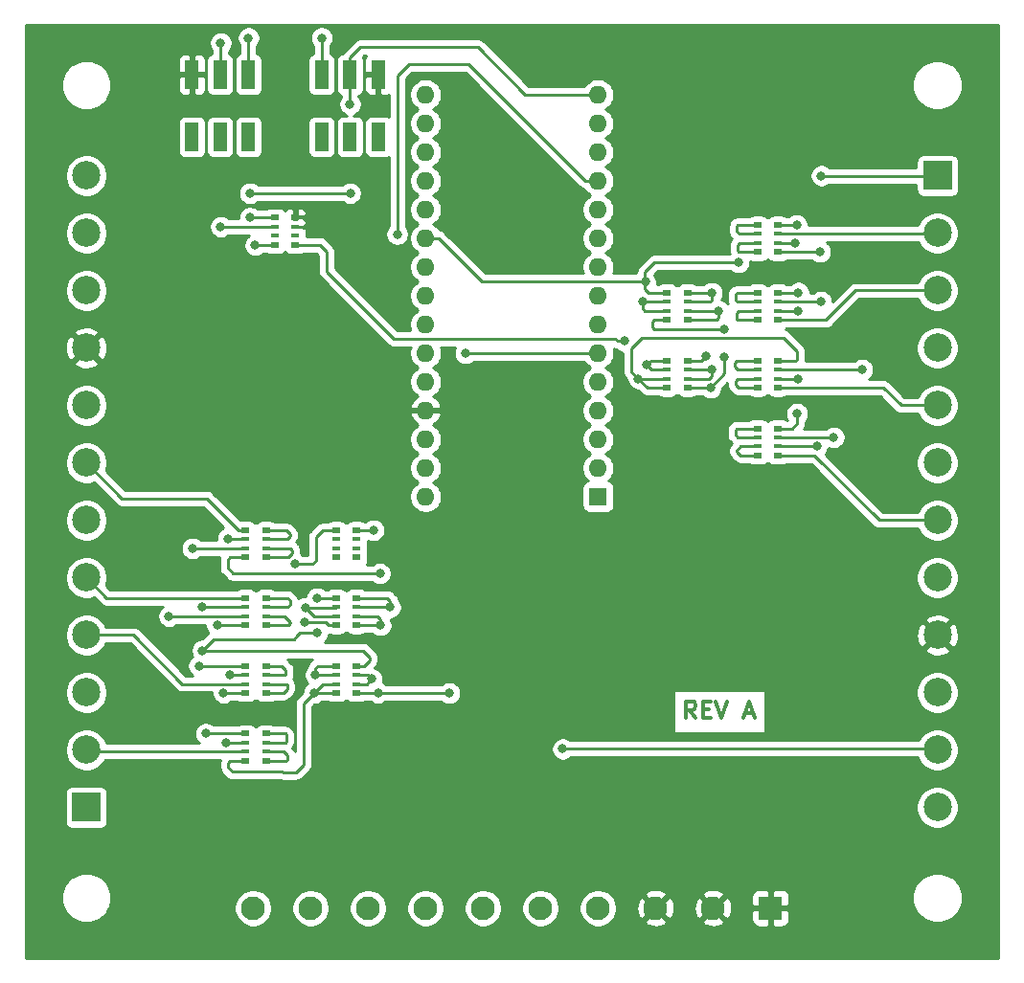
<source format=gbr>
G04 #@! TF.GenerationSoftware,KiCad,Pcbnew,(5.1.5)-3*
G04 #@! TF.CreationDate,2020-07-03T21:37:29-07:00*
G04 #@! TF.ProjectId,Arduino_control_board,41726475-696e-46f5-9f63-6f6e74726f6c,rev?*
G04 #@! TF.SameCoordinates,Original*
G04 #@! TF.FileFunction,Copper,L1,Top*
G04 #@! TF.FilePolarity,Positive*
%FSLAX46Y46*%
G04 Gerber Fmt 4.6, Leading zero omitted, Abs format (unit mm)*
G04 Created by KiCad (PCBNEW (5.1.5)-3) date 2020-07-03 21:37:29*
%MOMM*%
%LPD*%
G04 APERTURE LIST*
%ADD10C,0.300000*%
%ADD11R,1.600000X1.600000*%
%ADD12O,1.600000X1.600000*%
%ADD13R,2.500000X2.500000*%
%ADD14C,2.500000*%
%ADD15R,1.200000X2.500000*%
%ADD16R,0.800000X0.500000*%
%ADD17R,0.800000X0.400000*%
%ADD18R,2.100000X2.100000*%
%ADD19C,2.100000*%
%ADD20C,0.800000*%
%ADD21C,0.250000*%
%ADD22C,0.254000*%
G04 APERTURE END LIST*
D10*
X188628571Y-87428571D02*
X188128571Y-86714285D01*
X187771428Y-87428571D02*
X187771428Y-85928571D01*
X188342857Y-85928571D01*
X188485714Y-86000000D01*
X188557142Y-86071428D01*
X188628571Y-86214285D01*
X188628571Y-86428571D01*
X188557142Y-86571428D01*
X188485714Y-86642857D01*
X188342857Y-86714285D01*
X187771428Y-86714285D01*
X189271428Y-86642857D02*
X189771428Y-86642857D01*
X189985714Y-87428571D02*
X189271428Y-87428571D01*
X189271428Y-85928571D01*
X189985714Y-85928571D01*
X190414285Y-85928571D02*
X190914285Y-87428571D01*
X191414285Y-85928571D01*
X192985714Y-87000000D02*
X193700000Y-87000000D01*
X192842857Y-87428571D02*
X193342857Y-85928571D01*
X193842857Y-87428571D01*
D11*
X180000000Y-67825000D03*
D12*
X164760000Y-34805000D03*
X180000000Y-65285000D03*
X164760000Y-37345000D03*
X180000000Y-62745000D03*
X164760000Y-39885000D03*
X180000000Y-60205000D03*
X164760000Y-42425000D03*
X180000000Y-57665000D03*
X164760000Y-44965000D03*
X180000000Y-55125000D03*
X164760000Y-47505000D03*
X180000000Y-52585000D03*
X164760000Y-50045000D03*
X180000000Y-50045000D03*
X164760000Y-52585000D03*
X180000000Y-47505000D03*
X164760000Y-55125000D03*
X180000000Y-44965000D03*
X164760000Y-57665000D03*
X180000000Y-42425000D03*
X164760000Y-60205000D03*
X180000000Y-39885000D03*
X164760000Y-62745000D03*
X180000000Y-37345000D03*
X164760000Y-65285000D03*
X180000000Y-34805000D03*
X164760000Y-67825000D03*
X180000000Y-32265000D03*
X164760000Y-32265000D03*
D13*
X210000000Y-39440000D03*
D14*
X210000000Y-44520000D03*
X210000000Y-49600000D03*
X210000000Y-54680000D03*
X210000000Y-59760000D03*
X210000000Y-64840000D03*
X210000000Y-69920000D03*
X210000000Y-75000000D03*
X210000000Y-80080000D03*
X210000000Y-85160000D03*
X210000000Y-90240000D03*
X210000000Y-95320000D03*
X134760000Y-39440000D03*
X134760000Y-44520000D03*
X134760000Y-49600000D03*
X134760000Y-54680000D03*
X134760000Y-59760000D03*
X134760000Y-64840000D03*
X134760000Y-69920000D03*
X134760000Y-75000000D03*
X134760000Y-80080000D03*
X134760000Y-85160000D03*
X134760000Y-90240000D03*
D13*
X134760000Y-95320000D03*
D15*
X146600000Y-30500000D03*
X149100000Y-30500000D03*
X144100000Y-30500000D03*
X144100000Y-36000000D03*
X146600000Y-36000000D03*
X149100000Y-36000000D03*
X155575000Y-30500000D03*
X158075000Y-30500000D03*
X160575000Y-30500000D03*
X160575000Y-36000000D03*
X155575000Y-36000000D03*
X158075000Y-36000000D03*
D16*
X194100000Y-43800000D03*
D17*
X194100000Y-44600000D03*
D16*
X194100000Y-46200000D03*
D17*
X194100000Y-45400000D03*
D16*
X195900000Y-43800000D03*
D17*
X195900000Y-45400000D03*
X195900000Y-44600000D03*
D16*
X195900000Y-46200000D03*
X195900000Y-52200000D03*
D17*
X195900000Y-50600000D03*
X195900000Y-51400000D03*
D16*
X195900000Y-49800000D03*
D17*
X194100000Y-51400000D03*
D16*
X194100000Y-52200000D03*
D17*
X194100000Y-50600000D03*
D16*
X194100000Y-49800000D03*
X194100000Y-55800000D03*
D17*
X194100000Y-56600000D03*
D16*
X194100000Y-58200000D03*
D17*
X194100000Y-57400000D03*
D16*
X195900000Y-55800000D03*
D17*
X195900000Y-57400000D03*
X195900000Y-56600000D03*
D16*
X195900000Y-58200000D03*
X195900000Y-64200000D03*
D17*
X195900000Y-62600000D03*
X195900000Y-63400000D03*
D16*
X195900000Y-61800000D03*
D17*
X194100000Y-63400000D03*
D16*
X194100000Y-64200000D03*
D17*
X194100000Y-62600000D03*
D16*
X194100000Y-61800000D03*
X187900000Y-52200000D03*
D17*
X187900000Y-50600000D03*
X187900000Y-51400000D03*
D16*
X187900000Y-49800000D03*
D17*
X186100000Y-51400000D03*
D16*
X186100000Y-52200000D03*
D17*
X186100000Y-50600000D03*
D16*
X186100000Y-49800000D03*
X186100000Y-55800000D03*
D17*
X186100000Y-56600000D03*
D16*
X186100000Y-58200000D03*
D17*
X186100000Y-57400000D03*
D16*
X187900000Y-55800000D03*
D17*
X187900000Y-57400000D03*
X187900000Y-56600000D03*
D16*
X187900000Y-58200000D03*
X151425000Y-43150000D03*
D17*
X151425000Y-43950000D03*
D16*
X151425000Y-45550000D03*
D17*
X151425000Y-44750000D03*
D16*
X153225000Y-43150000D03*
D17*
X153225000Y-44750000D03*
X153225000Y-43950000D03*
D16*
X153225000Y-45550000D03*
X150643160Y-91200000D03*
D17*
X150643160Y-90400000D03*
D16*
X150643160Y-88800000D03*
D17*
X150643160Y-89600000D03*
D16*
X148843160Y-91200000D03*
D17*
X148843160Y-89600000D03*
X148843160Y-90400000D03*
D16*
X148843160Y-88800000D03*
X148843160Y-82800000D03*
D17*
X148843160Y-84400000D03*
X148843160Y-83600000D03*
D16*
X148843160Y-85200000D03*
D17*
X150643160Y-83600000D03*
D16*
X150643160Y-82800000D03*
D17*
X150643160Y-84400000D03*
D16*
X150643160Y-85200000D03*
X150643160Y-79200000D03*
D17*
X150643160Y-78400000D03*
D16*
X150643160Y-76800000D03*
D17*
X150643160Y-77600000D03*
D16*
X148843160Y-79200000D03*
D17*
X148843160Y-77600000D03*
X148843160Y-78400000D03*
D16*
X148843160Y-76800000D03*
X148843160Y-70800000D03*
D17*
X148843160Y-72400000D03*
X148843160Y-71600000D03*
D16*
X148843160Y-73200000D03*
D17*
X150643160Y-71600000D03*
D16*
X150643160Y-70800000D03*
D17*
X150643160Y-72400000D03*
D16*
X150643160Y-73200000D03*
X156843160Y-82800000D03*
D17*
X156843160Y-84400000D03*
X156843160Y-83600000D03*
D16*
X156843160Y-85200000D03*
D17*
X158643160Y-83600000D03*
D16*
X158643160Y-82800000D03*
D17*
X158643160Y-84400000D03*
D16*
X158643160Y-85200000D03*
X158643160Y-79200000D03*
D17*
X158643160Y-78400000D03*
D16*
X158643160Y-76800000D03*
D17*
X158643160Y-77600000D03*
D16*
X156843160Y-79200000D03*
D17*
X156843160Y-77600000D03*
X156843160Y-78400000D03*
D16*
X156843160Y-76800000D03*
X158643160Y-73200000D03*
D17*
X158643160Y-72400000D03*
D16*
X158643160Y-70800000D03*
D17*
X158643160Y-71600000D03*
D16*
X156843160Y-73200000D03*
D17*
X156843160Y-71600000D03*
X156843160Y-72400000D03*
D16*
X156843160Y-70800000D03*
D18*
X195240000Y-104225000D03*
D19*
X190160000Y-104225000D03*
X185080000Y-104225000D03*
X180000000Y-104225000D03*
X174920000Y-104225000D03*
X169840000Y-104225000D03*
X164760000Y-104225000D03*
X159680000Y-104225000D03*
X154600000Y-104225000D03*
X149520000Y-104225000D03*
D20*
X160150000Y-70800000D03*
X149100000Y-27250000D03*
X155575000Y-27250000D03*
X149700000Y-45600000D03*
X147100000Y-89575000D03*
X160550000Y-85200000D03*
X166850000Y-85225000D03*
X176875000Y-90150000D03*
X162250000Y-44625000D03*
X146650000Y-27700000D03*
X146650000Y-43950000D03*
X158075000Y-33125000D03*
X158100000Y-41000000D03*
X149225000Y-41000000D03*
X149225000Y-43150000D03*
X199623680Y-46192440D03*
X199735440Y-39451280D03*
X199699880Y-50591720D03*
X203357480Y-56601360D03*
X200832720Y-62590680D03*
X144150000Y-72400000D03*
X142075000Y-78425000D03*
X144725000Y-82800000D03*
X145325000Y-88800000D03*
X197683120Y-51424840D03*
X183921400Y-50601880D03*
X197657720Y-57404000D03*
X189936120Y-58211720D03*
X191155320Y-53041720D03*
X191185800Y-55493920D03*
X199334120Y-63388240D03*
X190017400Y-56601360D03*
X197693280Y-49784000D03*
X190672720Y-51394360D03*
X189525000Y-55375000D03*
X182300000Y-54075000D03*
X147475000Y-83600000D03*
X160000000Y-83975000D03*
X145025000Y-81450000D03*
X145025000Y-77600000D03*
X155175000Y-76800000D03*
X155175000Y-79875000D03*
X147275000Y-71550000D03*
X154125000Y-77650000D03*
X146900000Y-85200000D03*
X155025000Y-83600000D03*
X154050000Y-78925000D03*
X153250000Y-73800000D03*
X197545960Y-43779440D03*
X190052960Y-49799240D03*
X183556720Y-57400000D03*
X197596760Y-60502800D03*
X184297320Y-56184800D03*
X154900000Y-85200000D03*
X146325000Y-79200000D03*
X161625000Y-77625000D03*
X160725000Y-74625000D03*
X160775000Y-79200000D03*
X197403720Y-45399960D03*
X192394840Y-47111920D03*
X184175000Y-48825000D03*
X168275000Y-55150000D03*
D21*
X158643160Y-70800000D02*
X160150000Y-70800000D01*
X149100000Y-30500000D02*
X149100000Y-27250000D01*
X155575000Y-30500000D02*
X155575000Y-27250000D01*
X151425000Y-45550000D02*
X149750000Y-45550000D01*
X149750000Y-45550000D02*
X149700000Y-45600000D01*
X148843160Y-89600000D02*
X147125000Y-89600000D01*
X147125000Y-89600000D02*
X147100000Y-89575000D01*
X160550000Y-85200000D02*
X158643160Y-85200000D01*
X160575000Y-85225000D02*
X160550000Y-85200000D01*
X166850000Y-85225000D02*
X160575000Y-85225000D01*
X209910000Y-90150000D02*
X210000000Y-90240000D01*
X176875000Y-90150000D02*
X209910000Y-90150000D01*
X153225000Y-43950000D02*
X154800000Y-43950000D01*
X153225000Y-43150000D02*
X153875000Y-43150000D01*
X153225000Y-43150000D02*
X154800000Y-43150000D01*
X178868630Y-39885000D02*
X168558630Y-29575000D01*
X180000000Y-39885000D02*
X178868630Y-39885000D01*
X168558630Y-29575000D02*
X163250000Y-29575000D01*
X163250000Y-29575000D02*
X162250000Y-30575000D01*
X162250000Y-30575000D02*
X162250000Y-44625000D01*
X146600000Y-30500000D02*
X146600000Y-27750000D01*
X146600000Y-27750000D02*
X146650000Y-27700000D01*
X146650000Y-43950000D02*
X151425000Y-43950000D01*
X158075000Y-29000000D02*
X159000000Y-28075000D01*
X158075000Y-30500000D02*
X158075000Y-29000000D01*
X159000000Y-28075000D02*
X169375000Y-28075000D01*
X173565000Y-32265000D02*
X180000000Y-32265000D01*
X169375000Y-28075000D02*
X173565000Y-32265000D01*
X158075000Y-30500000D02*
X158075000Y-33125000D01*
X158100000Y-41000000D02*
X149225000Y-41000000D01*
X149225000Y-43150000D02*
X151425000Y-43150000D01*
X195900000Y-46200000D02*
X199616120Y-46200000D01*
X199616120Y-46200000D02*
X199623680Y-46192440D01*
X209988720Y-39451280D02*
X210000000Y-39440000D01*
X199735440Y-39451280D02*
X209988720Y-39451280D01*
X209920000Y-44600000D02*
X210000000Y-44520000D01*
X195900000Y-44600000D02*
X209920000Y-44600000D01*
X195900000Y-52200000D02*
X200159160Y-52200000D01*
X202759160Y-49600000D02*
X210000000Y-49600000D01*
X200159160Y-52200000D02*
X202759160Y-49600000D01*
X195900000Y-50600000D02*
X199691600Y-50600000D01*
X199691600Y-50600000D02*
X199699880Y-50591720D01*
X196550000Y-58200000D02*
X196566800Y-58216800D01*
X195900000Y-58200000D02*
X196550000Y-58200000D01*
X196566800Y-58216800D02*
X205226920Y-58216800D01*
X206770120Y-59760000D02*
X210000000Y-59760000D01*
X205226920Y-58216800D02*
X206770120Y-59760000D01*
X195900000Y-56600000D02*
X203356120Y-56600000D01*
X203356120Y-56600000D02*
X203357480Y-56601360D01*
X196550000Y-64200000D02*
X196556120Y-64206120D01*
X195900000Y-64200000D02*
X196550000Y-64200000D01*
X196556120Y-64206120D02*
X199130920Y-64206120D01*
X204844800Y-69920000D02*
X210000000Y-69920000D01*
X199130920Y-64206120D02*
X204844800Y-69920000D01*
X195900000Y-62600000D02*
X200823400Y-62600000D01*
X200823400Y-62600000D02*
X200832720Y-62590680D01*
X148843160Y-72400000D02*
X144150000Y-72400000D01*
X137920000Y-68000000D02*
X134760000Y-64840000D01*
X145393160Y-68000000D02*
X137920000Y-68000000D01*
X148843160Y-70800000D02*
X148193160Y-70800000D01*
X148193160Y-70800000D02*
X145393160Y-68000000D01*
X148843160Y-78400000D02*
X142100000Y-78400000D01*
X142100000Y-78400000D02*
X142075000Y-78425000D01*
X136560000Y-76800000D02*
X134760000Y-75000000D01*
X148843160Y-76800000D02*
X136560000Y-76800000D01*
X148843160Y-84400000D02*
X143250000Y-84400000D01*
X138930000Y-80080000D02*
X134760000Y-80080000D01*
X143250000Y-84400000D02*
X138930000Y-80080000D01*
X148843160Y-82800000D02*
X144725000Y-82800000D01*
X134920000Y-90400000D02*
X134760000Y-90240000D01*
X148843160Y-90400000D02*
X134920000Y-90400000D01*
X148843160Y-88800000D02*
X145325000Y-88800000D01*
X195900000Y-51400000D02*
X197658280Y-51400000D01*
X197658280Y-51400000D02*
X197683120Y-51424840D01*
X186098120Y-50601880D02*
X186100000Y-50600000D01*
X183921400Y-50601880D02*
X186098120Y-50601880D01*
X186100000Y-51400000D02*
X184150560Y-51400000D01*
X183921400Y-51170840D02*
X183921400Y-50601880D01*
X184150560Y-51400000D02*
X183921400Y-51170840D01*
X195900000Y-57400000D02*
X197653720Y-57400000D01*
X197653720Y-57400000D02*
X197657720Y-57404000D01*
X187911720Y-58211720D02*
X187900000Y-58200000D01*
X189936120Y-58211720D02*
X187911720Y-58211720D01*
X191185800Y-56962040D02*
X191185800Y-55493920D01*
X189936120Y-58211720D02*
X191185800Y-56962040D01*
X184969960Y-52200000D02*
X186100000Y-52200000D01*
X184774840Y-52395120D02*
X184969960Y-52200000D01*
X184795160Y-52832000D02*
X184774840Y-52395120D01*
X185004880Y-53041720D02*
X184795160Y-52832000D01*
X191155320Y-53041720D02*
X185004880Y-53041720D01*
X195900000Y-63400000D02*
X199322360Y-63400000D01*
X199322360Y-63400000D02*
X199334120Y-63388240D01*
X187901360Y-56601360D02*
X187900000Y-56600000D01*
X190017400Y-56601360D02*
X187901360Y-56601360D01*
X187900000Y-57400000D02*
X189833440Y-57400000D01*
X190017400Y-57216040D02*
X190017400Y-56601360D01*
X189833440Y-57400000D02*
X190017400Y-57216040D01*
X195900000Y-49800000D02*
X197677280Y-49800000D01*
X197677280Y-49800000D02*
X197693280Y-49784000D01*
X187905640Y-51394360D02*
X187900000Y-51400000D01*
X190672720Y-51394360D02*
X187905640Y-51394360D01*
X187900000Y-52200000D02*
X190466520Y-52200000D01*
X190672720Y-51993800D02*
X190672720Y-51394360D01*
X190466520Y-52200000D02*
X190672720Y-51993800D01*
X187900000Y-55800000D02*
X189100000Y-55800000D01*
X189100000Y-55800000D02*
X189525000Y-55375000D01*
X155375000Y-45550000D02*
X153225000Y-45550000D01*
X156000000Y-46175000D02*
X155375000Y-45550000D01*
X181734315Y-54075000D02*
X181509315Y-53850000D01*
X182300000Y-54075000D02*
X181734315Y-54075000D01*
X181509315Y-53850000D02*
X161925000Y-53850000D01*
X156000000Y-47925000D02*
X156000000Y-46175000D01*
X161925000Y-53850000D02*
X156000000Y-47925000D01*
X148843160Y-83600000D02*
X147475000Y-83600000D01*
X160000000Y-83975000D02*
X159625000Y-83600000D01*
X159625000Y-83600000D02*
X158643160Y-83600000D01*
X159575000Y-84400000D02*
X160000000Y-83975000D01*
X158643160Y-84400000D02*
X159575000Y-84400000D01*
X158643160Y-82800000D02*
X159293160Y-82800000D01*
X159293160Y-82800000D02*
X159325000Y-82800000D01*
X159325000Y-82800000D02*
X159825000Y-82300000D01*
X159825000Y-82300000D02*
X159825000Y-82050000D01*
X159825000Y-82050000D02*
X159225000Y-81450000D01*
X159225000Y-81450000D02*
X145025000Y-81450000D01*
X145025000Y-77600000D02*
X148843160Y-77600000D01*
X156843160Y-76800000D02*
X155175000Y-76800000D01*
X155175000Y-79875000D02*
X153625000Y-79875000D01*
X146050000Y-80425000D02*
X145025000Y-81450000D01*
X153100000Y-80425000D02*
X153400000Y-80125000D01*
X146050000Y-80425000D02*
X153100000Y-80425000D01*
X153625000Y-79875000D02*
X153400000Y-80125000D01*
X148843160Y-71600000D02*
X147325000Y-71600000D01*
X147325000Y-71600000D02*
X147275000Y-71550000D01*
X156793160Y-77650000D02*
X156843160Y-77600000D01*
X154125000Y-77650000D02*
X156793160Y-77650000D01*
X154875000Y-78400000D02*
X154125000Y-77650000D01*
X156843160Y-78400000D02*
X154875000Y-78400000D01*
X148843160Y-85200000D02*
X146900000Y-85200000D01*
X155025000Y-83600000D02*
X156843160Y-83600000D01*
X156843160Y-82800000D02*
X155225000Y-82800000D01*
X155025000Y-83000000D02*
X155025000Y-83600000D01*
X155225000Y-82800000D02*
X155025000Y-83000000D01*
X155918160Y-78925000D02*
X154050000Y-78925000D01*
X156843160Y-79200000D02*
X156193160Y-79200000D01*
X156193160Y-79200000D02*
X155918160Y-78925000D01*
X153250000Y-73800000D02*
X154775000Y-73800000D01*
X154775000Y-73800000D02*
X155050000Y-73525000D01*
X155050000Y-73525000D02*
X155050000Y-71425000D01*
X155675000Y-70800000D02*
X156843160Y-70800000D01*
X155050000Y-71425000D02*
X155675000Y-70800000D01*
X193450000Y-43800000D02*
X193449760Y-43799760D01*
X194100000Y-43800000D02*
X193450000Y-43800000D01*
X193449760Y-43799760D02*
X192364360Y-43799760D01*
X192364360Y-43799760D02*
X192278000Y-43886120D01*
X192278000Y-43886120D02*
X192278000Y-44409360D01*
X192468640Y-44600000D02*
X194100000Y-44600000D01*
X192278000Y-44409360D02*
X192468640Y-44600000D01*
X193450000Y-45400000D02*
X193434800Y-45415200D01*
X194100000Y-45400000D02*
X193450000Y-45400000D01*
X193434800Y-45415200D02*
X192481200Y-45415200D01*
X192481200Y-45415200D02*
X192344040Y-45552360D01*
X192344040Y-45552360D02*
X192344040Y-46111160D01*
X192432880Y-46200000D02*
X194100000Y-46200000D01*
X192344040Y-46111160D02*
X192432880Y-46200000D01*
X195900000Y-43800000D02*
X197525400Y-43800000D01*
X197525400Y-43800000D02*
X197545960Y-43779440D01*
X187900760Y-49799240D02*
X187900000Y-49800000D01*
X190052960Y-49799240D02*
X187900760Y-49799240D01*
X190052960Y-50449480D02*
X190052960Y-49799240D01*
X187900000Y-50600000D02*
X189902440Y-50600000D01*
X189902440Y-50600000D02*
X190052960Y-50449480D01*
X193450000Y-51400000D02*
X193445480Y-51404520D01*
X194100000Y-51400000D02*
X193450000Y-51400000D01*
X193445480Y-51404520D02*
X192379600Y-51404520D01*
X192379600Y-51404520D02*
X192217040Y-51567080D01*
X192217040Y-51567080D02*
X192217040Y-52166520D01*
X192250520Y-52200000D02*
X194100000Y-52200000D01*
X192217040Y-52166520D02*
X192250520Y-52200000D01*
X193450000Y-49800000D02*
X193449240Y-49799240D01*
X194100000Y-49800000D02*
X193450000Y-49800000D01*
X193449240Y-49799240D02*
X192298320Y-49799240D01*
X192298320Y-49799240D02*
X192186560Y-49911000D01*
X192186560Y-49911000D02*
X192186560Y-50474880D01*
X192311680Y-50600000D02*
X194100000Y-50600000D01*
X192186560Y-50474880D02*
X192311680Y-50600000D01*
X193450000Y-56600000D02*
X193443560Y-56606440D01*
X194100000Y-56600000D02*
X193450000Y-56600000D01*
X193443560Y-56606440D02*
X192318640Y-56606440D01*
X192318640Y-56606440D02*
X192044320Y-56332120D01*
X192044320Y-56332120D02*
X192044320Y-55986680D01*
X192231000Y-55800000D02*
X194100000Y-55800000D01*
X192044320Y-55986680D02*
X192231000Y-55800000D01*
X194100000Y-58200000D02*
X192408520Y-58200000D01*
X192408520Y-58200000D02*
X192186560Y-57978040D01*
X192186560Y-57978040D02*
X192186560Y-57581800D01*
X192368360Y-57400000D02*
X194100000Y-57400000D01*
X192186560Y-57581800D02*
X192368360Y-57400000D01*
X195900000Y-55800000D02*
X197473560Y-55800000D01*
X197473560Y-55800000D02*
X197586600Y-55686960D01*
X197586600Y-55686960D02*
X197586600Y-54950360D01*
X197586600Y-54950360D02*
X196402960Y-53766720D01*
X196402960Y-53766720D02*
X183870600Y-53766720D01*
X183870600Y-53766720D02*
X182935880Y-54701440D01*
X182935880Y-54701440D02*
X182935880Y-56779160D01*
X183556720Y-57400000D02*
X186100000Y-57400000D01*
X182935880Y-56779160D02*
X183556720Y-57400000D01*
X186100000Y-58200000D02*
X184356720Y-58200000D01*
X184356720Y-58200000D02*
X183556720Y-57400000D01*
X196550000Y-61800000D02*
X196553280Y-61803280D01*
X195900000Y-61800000D02*
X196550000Y-61800000D01*
X196553280Y-61803280D02*
X197134480Y-61803280D01*
X197134480Y-61803280D02*
X197596760Y-61341000D01*
X197596760Y-61341000D02*
X197596760Y-60502800D01*
X184682120Y-55800000D02*
X184297320Y-56184800D01*
X186100000Y-55800000D02*
X184682120Y-55800000D01*
X184712520Y-56600000D02*
X184297320Y-56184800D01*
X186100000Y-56600000D02*
X184712520Y-56600000D01*
X193450000Y-64200000D02*
X193435800Y-64185800D01*
X194100000Y-64200000D02*
X193450000Y-64200000D01*
X193435800Y-64185800D02*
X192598040Y-64185800D01*
X192598040Y-64185800D02*
X192252600Y-63840360D01*
X192252600Y-63840360D02*
X192252600Y-63743840D01*
X192596440Y-63400000D02*
X194100000Y-63400000D01*
X192252600Y-63743840D02*
X192596440Y-63400000D01*
X194100000Y-62600000D02*
X192358440Y-62600000D01*
X192358440Y-62600000D02*
X192125600Y-62367160D01*
X192125600Y-62367160D02*
X192125600Y-61930280D01*
X192255880Y-61800000D02*
X194100000Y-61800000D01*
X192125600Y-61930280D02*
X192255880Y-61800000D01*
X153975000Y-86125000D02*
X154900000Y-85200000D01*
X153975000Y-91550000D02*
X153975000Y-86125000D01*
X153325000Y-92200000D02*
X153975000Y-91550000D01*
X152111410Y-92200000D02*
X153325000Y-92200000D01*
X147475000Y-91200000D02*
X147325000Y-91350000D01*
X147325000Y-91800000D02*
X147700000Y-92175000D01*
X154900000Y-85200000D02*
X156843160Y-85200000D01*
X152086410Y-92175000D02*
X152111410Y-92200000D01*
X147325000Y-91350000D02*
X147325000Y-91800000D01*
X148843160Y-91200000D02*
X147475000Y-91200000D01*
X147700000Y-92175000D02*
X152086410Y-92175000D01*
X156843160Y-84400000D02*
X155700000Y-84400000D01*
X155700000Y-84400000D02*
X154900000Y-85200000D01*
X152350000Y-88800000D02*
X150643160Y-88800000D01*
X152425000Y-89500000D02*
X152425000Y-88875000D01*
X152350000Y-89600000D02*
X152425000Y-89500000D01*
X152425000Y-88875000D02*
X152350000Y-88800000D01*
X150643160Y-89600000D02*
X152350000Y-89600000D01*
X152550000Y-90725000D02*
X152225000Y-90400000D01*
X152550000Y-91075000D02*
X152550000Y-90725000D01*
X150643160Y-91200000D02*
X152425000Y-91200000D01*
X152225000Y-90400000D02*
X150643160Y-90400000D01*
X152425000Y-91200000D02*
X152550000Y-91075000D01*
X150643160Y-83600000D02*
X152400000Y-83600000D01*
X152400000Y-83600000D02*
X152400000Y-83150000D01*
X152050000Y-82800000D02*
X150643160Y-82800000D01*
X152400000Y-83150000D02*
X152050000Y-82800000D01*
X152425000Y-84400000D02*
X150643160Y-84400000D01*
X152500000Y-84475000D02*
X152425000Y-84400000D01*
X152500000Y-84875000D02*
X152500000Y-84475000D01*
X150643160Y-85200000D02*
X152175000Y-85200000D01*
X152175000Y-85200000D02*
X152500000Y-84875000D01*
X150643160Y-79200000D02*
X152650000Y-79200000D01*
X152650000Y-79200000D02*
X152825000Y-79025000D01*
X152825000Y-79025000D02*
X152825000Y-78925000D01*
X152300000Y-78400000D02*
X150643160Y-78400000D01*
X152825000Y-78925000D02*
X152300000Y-78400000D01*
X152750000Y-77025000D02*
X152525000Y-76800000D01*
X152525000Y-76800000D02*
X150643160Y-76800000D01*
X152750000Y-77425000D02*
X152750000Y-77025000D01*
X150643160Y-77600000D02*
X152575000Y-77600000D01*
X152575000Y-77600000D02*
X152750000Y-77425000D01*
X148843160Y-79200000D02*
X146325000Y-79200000D01*
X158668160Y-77625000D02*
X158643160Y-77600000D01*
X161625000Y-77625000D02*
X158668160Y-77625000D01*
X159293160Y-76800000D02*
X158643160Y-76800000D01*
X161365685Y-76800000D02*
X159293160Y-76800000D01*
X161625000Y-77059315D02*
X161365685Y-76800000D01*
X161625000Y-77625000D02*
X161625000Y-77059315D01*
X148843160Y-73200000D02*
X147450000Y-73200000D01*
X147450000Y-73200000D02*
X147250000Y-73400000D01*
X147250000Y-73400000D02*
X147250000Y-74125000D01*
X147250000Y-74125000D02*
X147750000Y-74625000D01*
X147750000Y-74625000D02*
X160725000Y-74625000D01*
X160775000Y-79200000D02*
X158643160Y-79200000D01*
X160775000Y-78650000D02*
X160775000Y-79200000D01*
X160525000Y-78400000D02*
X160775000Y-78650000D01*
X158643160Y-78400000D02*
X160525000Y-78400000D01*
X152425000Y-70800000D02*
X150643160Y-70800000D01*
X152775000Y-71150000D02*
X152425000Y-70800000D01*
X152500000Y-71600000D02*
X150643160Y-71600000D01*
X152775000Y-71325000D02*
X152500000Y-71600000D01*
X152775000Y-71325000D02*
X152775000Y-71150000D01*
X150643160Y-73200000D02*
X152650000Y-73200000D01*
X152650000Y-73200000D02*
X152975000Y-72875000D01*
X152975000Y-72875000D02*
X152975000Y-72550000D01*
X152825000Y-72400000D02*
X150643160Y-72400000D01*
X152975000Y-72550000D02*
X152825000Y-72400000D01*
X195900000Y-45400000D02*
X197403680Y-45400000D01*
X197403680Y-45400000D02*
X197403720Y-45399960D01*
X192394840Y-47111920D02*
X186070240Y-47111920D01*
X186070240Y-47111920D02*
X186055000Y-47127160D01*
X186055000Y-47127160D02*
X185003440Y-47127160D01*
X185003440Y-47127160D02*
X184155080Y-47975520D01*
X184470800Y-49800000D02*
X186100000Y-49800000D01*
X184155080Y-49484280D02*
X184470800Y-49800000D01*
X184155080Y-47975520D02*
X184155080Y-48644920D01*
X165891370Y-44965000D02*
X169751370Y-48825000D01*
X164760000Y-44965000D02*
X165891370Y-44965000D01*
X169751370Y-48825000D02*
X184175000Y-48825000D01*
X184155080Y-48644920D02*
X184175000Y-48825000D01*
X184175000Y-48825000D02*
X184155080Y-49484280D01*
X180000000Y-55125000D02*
X175200000Y-55125000D01*
X175200000Y-55125000D02*
X175175000Y-55150000D01*
X175175000Y-55150000D02*
X168275000Y-55150000D01*
D22*
G36*
X215340001Y-108660000D02*
G01*
X129420000Y-108660000D01*
X129420000Y-103099872D01*
X132525000Y-103099872D01*
X132525000Y-103540128D01*
X132610890Y-103971925D01*
X132779369Y-104378669D01*
X133023962Y-104744729D01*
X133335271Y-105056038D01*
X133701331Y-105300631D01*
X134108075Y-105469110D01*
X134539872Y-105555000D01*
X134980128Y-105555000D01*
X135411925Y-105469110D01*
X135818669Y-105300631D01*
X136184729Y-105056038D01*
X136496038Y-104744729D01*
X136740631Y-104378669D01*
X136873024Y-104059042D01*
X147835000Y-104059042D01*
X147835000Y-104390958D01*
X147899754Y-104716496D01*
X148026772Y-105023147D01*
X148211175Y-105299125D01*
X148445875Y-105533825D01*
X148721853Y-105718228D01*
X149028504Y-105845246D01*
X149354042Y-105910000D01*
X149685958Y-105910000D01*
X150011496Y-105845246D01*
X150318147Y-105718228D01*
X150594125Y-105533825D01*
X150828825Y-105299125D01*
X151013228Y-105023147D01*
X151140246Y-104716496D01*
X151205000Y-104390958D01*
X151205000Y-104059042D01*
X152915000Y-104059042D01*
X152915000Y-104390958D01*
X152979754Y-104716496D01*
X153106772Y-105023147D01*
X153291175Y-105299125D01*
X153525875Y-105533825D01*
X153801853Y-105718228D01*
X154108504Y-105845246D01*
X154434042Y-105910000D01*
X154765958Y-105910000D01*
X155091496Y-105845246D01*
X155398147Y-105718228D01*
X155674125Y-105533825D01*
X155908825Y-105299125D01*
X156093228Y-105023147D01*
X156220246Y-104716496D01*
X156285000Y-104390958D01*
X156285000Y-104059042D01*
X157995000Y-104059042D01*
X157995000Y-104390958D01*
X158059754Y-104716496D01*
X158186772Y-105023147D01*
X158371175Y-105299125D01*
X158605875Y-105533825D01*
X158881853Y-105718228D01*
X159188504Y-105845246D01*
X159514042Y-105910000D01*
X159845958Y-105910000D01*
X160171496Y-105845246D01*
X160478147Y-105718228D01*
X160754125Y-105533825D01*
X160988825Y-105299125D01*
X161173228Y-105023147D01*
X161300246Y-104716496D01*
X161365000Y-104390958D01*
X161365000Y-104059042D01*
X163075000Y-104059042D01*
X163075000Y-104390958D01*
X163139754Y-104716496D01*
X163266772Y-105023147D01*
X163451175Y-105299125D01*
X163685875Y-105533825D01*
X163961853Y-105718228D01*
X164268504Y-105845246D01*
X164594042Y-105910000D01*
X164925958Y-105910000D01*
X165251496Y-105845246D01*
X165558147Y-105718228D01*
X165834125Y-105533825D01*
X166068825Y-105299125D01*
X166253228Y-105023147D01*
X166380246Y-104716496D01*
X166445000Y-104390958D01*
X166445000Y-104059042D01*
X168155000Y-104059042D01*
X168155000Y-104390958D01*
X168219754Y-104716496D01*
X168346772Y-105023147D01*
X168531175Y-105299125D01*
X168765875Y-105533825D01*
X169041853Y-105718228D01*
X169348504Y-105845246D01*
X169674042Y-105910000D01*
X170005958Y-105910000D01*
X170331496Y-105845246D01*
X170638147Y-105718228D01*
X170914125Y-105533825D01*
X171148825Y-105299125D01*
X171333228Y-105023147D01*
X171460246Y-104716496D01*
X171525000Y-104390958D01*
X171525000Y-104059042D01*
X173235000Y-104059042D01*
X173235000Y-104390958D01*
X173299754Y-104716496D01*
X173426772Y-105023147D01*
X173611175Y-105299125D01*
X173845875Y-105533825D01*
X174121853Y-105718228D01*
X174428504Y-105845246D01*
X174754042Y-105910000D01*
X175085958Y-105910000D01*
X175411496Y-105845246D01*
X175718147Y-105718228D01*
X175994125Y-105533825D01*
X176228825Y-105299125D01*
X176413228Y-105023147D01*
X176540246Y-104716496D01*
X176605000Y-104390958D01*
X176605000Y-104059042D01*
X178315000Y-104059042D01*
X178315000Y-104390958D01*
X178379754Y-104716496D01*
X178506772Y-105023147D01*
X178691175Y-105299125D01*
X178925875Y-105533825D01*
X179201853Y-105718228D01*
X179508504Y-105845246D01*
X179834042Y-105910000D01*
X180165958Y-105910000D01*
X180491496Y-105845246D01*
X180798147Y-105718228D01*
X181074125Y-105533825D01*
X181211884Y-105396066D01*
X184088539Y-105396066D01*
X184190339Y-105665579D01*
X184488477Y-105811463D01*
X184809346Y-105896380D01*
X185140617Y-105917066D01*
X185469557Y-105872728D01*
X185783527Y-105765069D01*
X185969661Y-105665579D01*
X186071461Y-105396066D01*
X189168539Y-105396066D01*
X189270339Y-105665579D01*
X189568477Y-105811463D01*
X189889346Y-105896380D01*
X190220617Y-105917066D01*
X190549557Y-105872728D01*
X190863527Y-105765069D01*
X191049661Y-105665579D01*
X191151461Y-105396066D01*
X191030395Y-105275000D01*
X193551928Y-105275000D01*
X193564188Y-105399482D01*
X193600498Y-105519180D01*
X193659463Y-105629494D01*
X193738815Y-105726185D01*
X193835506Y-105805537D01*
X193945820Y-105864502D01*
X194065518Y-105900812D01*
X194190000Y-105913072D01*
X194954250Y-105910000D01*
X195113000Y-105751250D01*
X195113000Y-104352000D01*
X195367000Y-104352000D01*
X195367000Y-105751250D01*
X195525750Y-105910000D01*
X196290000Y-105913072D01*
X196414482Y-105900812D01*
X196534180Y-105864502D01*
X196644494Y-105805537D01*
X196741185Y-105726185D01*
X196820537Y-105629494D01*
X196879502Y-105519180D01*
X196915812Y-105399482D01*
X196928072Y-105275000D01*
X196925000Y-104510750D01*
X196766250Y-104352000D01*
X195367000Y-104352000D01*
X195113000Y-104352000D01*
X193713750Y-104352000D01*
X193555000Y-104510750D01*
X193551928Y-105275000D01*
X191030395Y-105275000D01*
X190160000Y-104404605D01*
X189168539Y-105396066D01*
X186071461Y-105396066D01*
X185080000Y-104404605D01*
X184088539Y-105396066D01*
X181211884Y-105396066D01*
X181308825Y-105299125D01*
X181493228Y-105023147D01*
X181620246Y-104716496D01*
X181685000Y-104390958D01*
X181685000Y-104285617D01*
X183387934Y-104285617D01*
X183432272Y-104614557D01*
X183539931Y-104928527D01*
X183639421Y-105114661D01*
X183908934Y-105216461D01*
X184900395Y-104225000D01*
X185259605Y-104225000D01*
X186251066Y-105216461D01*
X186520579Y-105114661D01*
X186666463Y-104816523D01*
X186751380Y-104495654D01*
X186764495Y-104285617D01*
X188467934Y-104285617D01*
X188512272Y-104614557D01*
X188619931Y-104928527D01*
X188719421Y-105114661D01*
X188988934Y-105216461D01*
X189980395Y-104225000D01*
X190339605Y-104225000D01*
X191331066Y-105216461D01*
X191600579Y-105114661D01*
X191746463Y-104816523D01*
X191831380Y-104495654D01*
X191852066Y-104164383D01*
X191807728Y-103835443D01*
X191700069Y-103521473D01*
X191600579Y-103335339D01*
X191331066Y-103233539D01*
X190339605Y-104225000D01*
X189980395Y-104225000D01*
X188988934Y-103233539D01*
X188719421Y-103335339D01*
X188573537Y-103633477D01*
X188488620Y-103954346D01*
X188467934Y-104285617D01*
X186764495Y-104285617D01*
X186772066Y-104164383D01*
X186727728Y-103835443D01*
X186620069Y-103521473D01*
X186520579Y-103335339D01*
X186251066Y-103233539D01*
X185259605Y-104225000D01*
X184900395Y-104225000D01*
X183908934Y-103233539D01*
X183639421Y-103335339D01*
X183493537Y-103633477D01*
X183408620Y-103954346D01*
X183387934Y-104285617D01*
X181685000Y-104285617D01*
X181685000Y-104059042D01*
X181620246Y-103733504D01*
X181493228Y-103426853D01*
X181308825Y-103150875D01*
X181211884Y-103053934D01*
X184088539Y-103053934D01*
X185080000Y-104045395D01*
X186071461Y-103053934D01*
X189168539Y-103053934D01*
X190160000Y-104045395D01*
X191030395Y-103175000D01*
X193551928Y-103175000D01*
X193555000Y-103939250D01*
X193713750Y-104098000D01*
X195113000Y-104098000D01*
X195113000Y-102698750D01*
X195367000Y-102698750D01*
X195367000Y-104098000D01*
X196766250Y-104098000D01*
X196925000Y-103939250D01*
X196928072Y-103175000D01*
X196920673Y-103099872D01*
X207765000Y-103099872D01*
X207765000Y-103540128D01*
X207850890Y-103971925D01*
X208019369Y-104378669D01*
X208263962Y-104744729D01*
X208575271Y-105056038D01*
X208941331Y-105300631D01*
X209348075Y-105469110D01*
X209779872Y-105555000D01*
X210220128Y-105555000D01*
X210651925Y-105469110D01*
X211058669Y-105300631D01*
X211424729Y-105056038D01*
X211736038Y-104744729D01*
X211980631Y-104378669D01*
X212149110Y-103971925D01*
X212235000Y-103540128D01*
X212235000Y-103099872D01*
X212149110Y-102668075D01*
X211980631Y-102261331D01*
X211736038Y-101895271D01*
X211424729Y-101583962D01*
X211058669Y-101339369D01*
X210651925Y-101170890D01*
X210220128Y-101085000D01*
X209779872Y-101085000D01*
X209348075Y-101170890D01*
X208941331Y-101339369D01*
X208575271Y-101583962D01*
X208263962Y-101895271D01*
X208019369Y-102261331D01*
X207850890Y-102668075D01*
X207765000Y-103099872D01*
X196920673Y-103099872D01*
X196915812Y-103050518D01*
X196879502Y-102930820D01*
X196820537Y-102820506D01*
X196741185Y-102723815D01*
X196644494Y-102644463D01*
X196534180Y-102585498D01*
X196414482Y-102549188D01*
X196290000Y-102536928D01*
X195525750Y-102540000D01*
X195367000Y-102698750D01*
X195113000Y-102698750D01*
X194954250Y-102540000D01*
X194190000Y-102536928D01*
X194065518Y-102549188D01*
X193945820Y-102585498D01*
X193835506Y-102644463D01*
X193738815Y-102723815D01*
X193659463Y-102820506D01*
X193600498Y-102930820D01*
X193564188Y-103050518D01*
X193551928Y-103175000D01*
X191030395Y-103175000D01*
X191151461Y-103053934D01*
X191049661Y-102784421D01*
X190751523Y-102638537D01*
X190430654Y-102553620D01*
X190099383Y-102532934D01*
X189770443Y-102577272D01*
X189456473Y-102684931D01*
X189270339Y-102784421D01*
X189168539Y-103053934D01*
X186071461Y-103053934D01*
X185969661Y-102784421D01*
X185671523Y-102638537D01*
X185350654Y-102553620D01*
X185019383Y-102532934D01*
X184690443Y-102577272D01*
X184376473Y-102684931D01*
X184190339Y-102784421D01*
X184088539Y-103053934D01*
X181211884Y-103053934D01*
X181074125Y-102916175D01*
X180798147Y-102731772D01*
X180491496Y-102604754D01*
X180165958Y-102540000D01*
X179834042Y-102540000D01*
X179508504Y-102604754D01*
X179201853Y-102731772D01*
X178925875Y-102916175D01*
X178691175Y-103150875D01*
X178506772Y-103426853D01*
X178379754Y-103733504D01*
X178315000Y-104059042D01*
X176605000Y-104059042D01*
X176540246Y-103733504D01*
X176413228Y-103426853D01*
X176228825Y-103150875D01*
X175994125Y-102916175D01*
X175718147Y-102731772D01*
X175411496Y-102604754D01*
X175085958Y-102540000D01*
X174754042Y-102540000D01*
X174428504Y-102604754D01*
X174121853Y-102731772D01*
X173845875Y-102916175D01*
X173611175Y-103150875D01*
X173426772Y-103426853D01*
X173299754Y-103733504D01*
X173235000Y-104059042D01*
X171525000Y-104059042D01*
X171460246Y-103733504D01*
X171333228Y-103426853D01*
X171148825Y-103150875D01*
X170914125Y-102916175D01*
X170638147Y-102731772D01*
X170331496Y-102604754D01*
X170005958Y-102540000D01*
X169674042Y-102540000D01*
X169348504Y-102604754D01*
X169041853Y-102731772D01*
X168765875Y-102916175D01*
X168531175Y-103150875D01*
X168346772Y-103426853D01*
X168219754Y-103733504D01*
X168155000Y-104059042D01*
X166445000Y-104059042D01*
X166380246Y-103733504D01*
X166253228Y-103426853D01*
X166068825Y-103150875D01*
X165834125Y-102916175D01*
X165558147Y-102731772D01*
X165251496Y-102604754D01*
X164925958Y-102540000D01*
X164594042Y-102540000D01*
X164268504Y-102604754D01*
X163961853Y-102731772D01*
X163685875Y-102916175D01*
X163451175Y-103150875D01*
X163266772Y-103426853D01*
X163139754Y-103733504D01*
X163075000Y-104059042D01*
X161365000Y-104059042D01*
X161300246Y-103733504D01*
X161173228Y-103426853D01*
X160988825Y-103150875D01*
X160754125Y-102916175D01*
X160478147Y-102731772D01*
X160171496Y-102604754D01*
X159845958Y-102540000D01*
X159514042Y-102540000D01*
X159188504Y-102604754D01*
X158881853Y-102731772D01*
X158605875Y-102916175D01*
X158371175Y-103150875D01*
X158186772Y-103426853D01*
X158059754Y-103733504D01*
X157995000Y-104059042D01*
X156285000Y-104059042D01*
X156220246Y-103733504D01*
X156093228Y-103426853D01*
X155908825Y-103150875D01*
X155674125Y-102916175D01*
X155398147Y-102731772D01*
X155091496Y-102604754D01*
X154765958Y-102540000D01*
X154434042Y-102540000D01*
X154108504Y-102604754D01*
X153801853Y-102731772D01*
X153525875Y-102916175D01*
X153291175Y-103150875D01*
X153106772Y-103426853D01*
X152979754Y-103733504D01*
X152915000Y-104059042D01*
X151205000Y-104059042D01*
X151140246Y-103733504D01*
X151013228Y-103426853D01*
X150828825Y-103150875D01*
X150594125Y-102916175D01*
X150318147Y-102731772D01*
X150011496Y-102604754D01*
X149685958Y-102540000D01*
X149354042Y-102540000D01*
X149028504Y-102604754D01*
X148721853Y-102731772D01*
X148445875Y-102916175D01*
X148211175Y-103150875D01*
X148026772Y-103426853D01*
X147899754Y-103733504D01*
X147835000Y-104059042D01*
X136873024Y-104059042D01*
X136909110Y-103971925D01*
X136995000Y-103540128D01*
X136995000Y-103099872D01*
X136909110Y-102668075D01*
X136740631Y-102261331D01*
X136496038Y-101895271D01*
X136184729Y-101583962D01*
X135818669Y-101339369D01*
X135411925Y-101170890D01*
X134980128Y-101085000D01*
X134539872Y-101085000D01*
X134108075Y-101170890D01*
X133701331Y-101339369D01*
X133335271Y-101583962D01*
X133023962Y-101895271D01*
X132779369Y-102261331D01*
X132610890Y-102668075D01*
X132525000Y-103099872D01*
X129420000Y-103099872D01*
X129420000Y-94070000D01*
X132871928Y-94070000D01*
X132871928Y-96570000D01*
X132884188Y-96694482D01*
X132920498Y-96814180D01*
X132979463Y-96924494D01*
X133058815Y-97021185D01*
X133155506Y-97100537D01*
X133265820Y-97159502D01*
X133385518Y-97195812D01*
X133510000Y-97208072D01*
X136010000Y-97208072D01*
X136134482Y-97195812D01*
X136254180Y-97159502D01*
X136364494Y-97100537D01*
X136461185Y-97021185D01*
X136540537Y-96924494D01*
X136599502Y-96814180D01*
X136635812Y-96694482D01*
X136648072Y-96570000D01*
X136648072Y-95134344D01*
X208115000Y-95134344D01*
X208115000Y-95505656D01*
X208187439Y-95869834D01*
X208329534Y-96212882D01*
X208535825Y-96521618D01*
X208798382Y-96784175D01*
X209107118Y-96990466D01*
X209450166Y-97132561D01*
X209814344Y-97205000D01*
X210185656Y-97205000D01*
X210549834Y-97132561D01*
X210892882Y-96990466D01*
X211201618Y-96784175D01*
X211464175Y-96521618D01*
X211670466Y-96212882D01*
X211812561Y-95869834D01*
X211885000Y-95505656D01*
X211885000Y-95134344D01*
X211812561Y-94770166D01*
X211670466Y-94427118D01*
X211464175Y-94118382D01*
X211201618Y-93855825D01*
X210892882Y-93649534D01*
X210549834Y-93507439D01*
X210185656Y-93435000D01*
X209814344Y-93435000D01*
X209450166Y-93507439D01*
X209107118Y-93649534D01*
X208798382Y-93855825D01*
X208535825Y-94118382D01*
X208329534Y-94427118D01*
X208187439Y-94770166D01*
X208115000Y-95134344D01*
X136648072Y-95134344D01*
X136648072Y-94070000D01*
X136635812Y-93945518D01*
X136599502Y-93825820D01*
X136540537Y-93715506D01*
X136461185Y-93618815D01*
X136364494Y-93539463D01*
X136254180Y-93480498D01*
X136134482Y-93444188D01*
X136010000Y-93431928D01*
X133510000Y-93431928D01*
X133385518Y-93444188D01*
X133265820Y-93480498D01*
X133155506Y-93539463D01*
X133058815Y-93618815D01*
X132979463Y-93715506D01*
X132920498Y-93825820D01*
X132884188Y-93945518D01*
X132871928Y-94070000D01*
X129420000Y-94070000D01*
X129420000Y-84974344D01*
X132875000Y-84974344D01*
X132875000Y-85345656D01*
X132947439Y-85709834D01*
X133089534Y-86052882D01*
X133295825Y-86361618D01*
X133558382Y-86624175D01*
X133867118Y-86830466D01*
X134210166Y-86972561D01*
X134574344Y-87045000D01*
X134945656Y-87045000D01*
X135309834Y-86972561D01*
X135652882Y-86830466D01*
X135961618Y-86624175D01*
X136224175Y-86361618D01*
X136430466Y-86052882D01*
X136572561Y-85709834D01*
X136645000Y-85345656D01*
X136645000Y-84974344D01*
X136572561Y-84610166D01*
X136430466Y-84267118D01*
X136224175Y-83958382D01*
X135961618Y-83695825D01*
X135652882Y-83489534D01*
X135309834Y-83347439D01*
X134945656Y-83275000D01*
X134574344Y-83275000D01*
X134210166Y-83347439D01*
X133867118Y-83489534D01*
X133558382Y-83695825D01*
X133295825Y-83958382D01*
X133089534Y-84267118D01*
X132947439Y-84610166D01*
X132875000Y-84974344D01*
X129420000Y-84974344D01*
X129420000Y-74814344D01*
X132875000Y-74814344D01*
X132875000Y-75185656D01*
X132947439Y-75549834D01*
X133089534Y-75892882D01*
X133295825Y-76201618D01*
X133558382Y-76464175D01*
X133867118Y-76670466D01*
X134210166Y-76812561D01*
X134574344Y-76885000D01*
X134945656Y-76885000D01*
X135309834Y-76812561D01*
X135442717Y-76757519D01*
X135996205Y-77311008D01*
X136019999Y-77340001D01*
X136048992Y-77363795D01*
X136048996Y-77363799D01*
X136093108Y-77400000D01*
X136135724Y-77434974D01*
X136267753Y-77505546D01*
X136411014Y-77549003D01*
X136522667Y-77560000D01*
X136522676Y-77560000D01*
X136559999Y-77563676D01*
X136597322Y-77560000D01*
X141506613Y-77560000D01*
X141415226Y-77621063D01*
X141271063Y-77765226D01*
X141157795Y-77934744D01*
X141079774Y-78123102D01*
X141040000Y-78323061D01*
X141040000Y-78526939D01*
X141079774Y-78726898D01*
X141157795Y-78915256D01*
X141271063Y-79084774D01*
X141415226Y-79228937D01*
X141584744Y-79342205D01*
X141773102Y-79420226D01*
X141973061Y-79460000D01*
X142176939Y-79460000D01*
X142376898Y-79420226D01*
X142565256Y-79342205D01*
X142734774Y-79228937D01*
X142803711Y-79160000D01*
X145290000Y-79160000D01*
X145290000Y-79301939D01*
X145329774Y-79501898D01*
X145407795Y-79690256D01*
X145521063Y-79859774D01*
X145529931Y-79868642D01*
X145509999Y-79884999D01*
X145486201Y-79913997D01*
X144985199Y-80415000D01*
X144923061Y-80415000D01*
X144723102Y-80454774D01*
X144534744Y-80532795D01*
X144365226Y-80646063D01*
X144221063Y-80790226D01*
X144107795Y-80959744D01*
X144029774Y-81148102D01*
X143990000Y-81348061D01*
X143990000Y-81551939D01*
X144029774Y-81751898D01*
X144107795Y-81940256D01*
X144120435Y-81959173D01*
X144065226Y-81996063D01*
X143921063Y-82140226D01*
X143807795Y-82309744D01*
X143729774Y-82498102D01*
X143690000Y-82698061D01*
X143690000Y-82901939D01*
X143729774Y-83101898D01*
X143807795Y-83290256D01*
X143921063Y-83459774D01*
X144065226Y-83603937D01*
X144119198Y-83640000D01*
X143564802Y-83640000D01*
X139493804Y-79569003D01*
X139470001Y-79539999D01*
X139354276Y-79445026D01*
X139222247Y-79374454D01*
X139078986Y-79330997D01*
X138967333Y-79320000D01*
X138967322Y-79320000D01*
X138930000Y-79316324D01*
X138892678Y-79320000D01*
X136485507Y-79320000D01*
X136430466Y-79187118D01*
X136224175Y-78878382D01*
X135961618Y-78615825D01*
X135652882Y-78409534D01*
X135309834Y-78267439D01*
X134945656Y-78195000D01*
X134574344Y-78195000D01*
X134210166Y-78267439D01*
X133867118Y-78409534D01*
X133558382Y-78615825D01*
X133295825Y-78878382D01*
X133089534Y-79187118D01*
X132947439Y-79530166D01*
X132875000Y-79894344D01*
X132875000Y-80265656D01*
X132947439Y-80629834D01*
X133089534Y-80972882D01*
X133295825Y-81281618D01*
X133558382Y-81544175D01*
X133867118Y-81750466D01*
X134210166Y-81892561D01*
X134574344Y-81965000D01*
X134945656Y-81965000D01*
X135309834Y-81892561D01*
X135652882Y-81750466D01*
X135961618Y-81544175D01*
X136224175Y-81281618D01*
X136430466Y-80972882D01*
X136485507Y-80840000D01*
X138615199Y-80840000D01*
X142686200Y-84911002D01*
X142709999Y-84940001D01*
X142738997Y-84963799D01*
X142825724Y-85034974D01*
X142957753Y-85105546D01*
X143101014Y-85149003D01*
X143250000Y-85163677D01*
X143287333Y-85160000D01*
X145865000Y-85160000D01*
X145865000Y-85301939D01*
X145904774Y-85501898D01*
X145982795Y-85690256D01*
X146096063Y-85859774D01*
X146240226Y-86003937D01*
X146409744Y-86117205D01*
X146598102Y-86195226D01*
X146798061Y-86235000D01*
X147001939Y-86235000D01*
X147201898Y-86195226D01*
X147390256Y-86117205D01*
X147559774Y-86003937D01*
X147603711Y-85960000D01*
X148063642Y-85960000D01*
X148088666Y-85980537D01*
X148198980Y-86039502D01*
X148318678Y-86075812D01*
X148443160Y-86088072D01*
X149243160Y-86088072D01*
X149367642Y-86075812D01*
X149487340Y-86039502D01*
X149597654Y-85980537D01*
X149694345Y-85901185D01*
X149743160Y-85841704D01*
X149791975Y-85901185D01*
X149888666Y-85980537D01*
X149998980Y-86039502D01*
X150118678Y-86075812D01*
X150243160Y-86088072D01*
X151043160Y-86088072D01*
X151167642Y-86075812D01*
X151287340Y-86039502D01*
X151397654Y-85980537D01*
X151422678Y-85960000D01*
X152137678Y-85960000D01*
X152175000Y-85963676D01*
X152212322Y-85960000D01*
X152212333Y-85960000D01*
X152323986Y-85949003D01*
X152467247Y-85905546D01*
X152599276Y-85834974D01*
X152715001Y-85740001D01*
X152738803Y-85710998D01*
X153011003Y-85438799D01*
X153040001Y-85415001D01*
X153134974Y-85299276D01*
X153205546Y-85167247D01*
X153249003Y-85023986D01*
X153260000Y-84912333D01*
X153260000Y-84912324D01*
X153263676Y-84875001D01*
X153260000Y-84837678D01*
X153260000Y-84512322D01*
X153263676Y-84474999D01*
X153260000Y-84437677D01*
X153260000Y-84437668D01*
X153249003Y-84326014D01*
X153205546Y-84182753D01*
X153134974Y-84050724D01*
X153065855Y-83966502D01*
X153105546Y-83892247D01*
X153149003Y-83748986D01*
X153163677Y-83600000D01*
X153160000Y-83562667D01*
X153160000Y-83187325D01*
X153163676Y-83150000D01*
X153160000Y-83112675D01*
X153160000Y-83112668D01*
X153149003Y-83001014D01*
X153105546Y-82857753D01*
X153034974Y-82725724D01*
X152940001Y-82609999D01*
X152910997Y-82586196D01*
X152613804Y-82289003D01*
X152590001Y-82259999D01*
X152529077Y-82210000D01*
X154745923Y-82210000D01*
X154684999Y-82259999D01*
X154661196Y-82289003D01*
X154514003Y-82436196D01*
X154484999Y-82459999D01*
X154453729Y-82498102D01*
X154390026Y-82575724D01*
X154349782Y-82651015D01*
X154319454Y-82707754D01*
X154275997Y-82851015D01*
X154272252Y-82889037D01*
X154221063Y-82940226D01*
X154107795Y-83109744D01*
X154029774Y-83298102D01*
X153990000Y-83498061D01*
X153990000Y-83701939D01*
X154029774Y-83901898D01*
X154107795Y-84090256D01*
X154221063Y-84259774D01*
X154310438Y-84349149D01*
X154240226Y-84396063D01*
X154096063Y-84540226D01*
X153982795Y-84709744D01*
X153904774Y-84898102D01*
X153865000Y-85098061D01*
X153865000Y-85160199D01*
X153463998Y-85561201D01*
X153435000Y-85584999D01*
X153411202Y-85613997D01*
X153411201Y-85613998D01*
X153340026Y-85700724D01*
X153269454Y-85832754D01*
X153253675Y-85884774D01*
X153225998Y-85976014D01*
X153219745Y-86039502D01*
X153211324Y-86125000D01*
X153215001Y-86162332D01*
X153215000Y-90356898D01*
X153184974Y-90300724D01*
X153090001Y-90184999D01*
X153061002Y-90161200D01*
X152957525Y-90057723D01*
X152984974Y-90024276D01*
X152992867Y-90009510D01*
X153023026Y-89969298D01*
X153059974Y-89924276D01*
X153085509Y-89876505D01*
X153113594Y-89830213D01*
X153120719Y-89810631D01*
X153130546Y-89792247D01*
X153146267Y-89740422D01*
X153164785Y-89689530D01*
X153167954Y-89668927D01*
X153174003Y-89648986D01*
X153179312Y-89595084D01*
X153187544Y-89541564D01*
X153185000Y-89483412D01*
X153185000Y-88912322D01*
X153188676Y-88874999D01*
X153185000Y-88837677D01*
X153185000Y-88837667D01*
X153174003Y-88726014D01*
X153130546Y-88582753D01*
X153059974Y-88450724D01*
X152965001Y-88334999D01*
X152935997Y-88311196D01*
X152913804Y-88289003D01*
X152890001Y-88259999D01*
X152774276Y-88165026D01*
X152642247Y-88094454D01*
X152498986Y-88050997D01*
X152387333Y-88040000D01*
X152387322Y-88040000D01*
X152350000Y-88036324D01*
X152312678Y-88040000D01*
X151422678Y-88040000D01*
X151397654Y-88019463D01*
X151287340Y-87960498D01*
X151167642Y-87924188D01*
X151043160Y-87911928D01*
X150243160Y-87911928D01*
X150118678Y-87924188D01*
X149998980Y-87960498D01*
X149888666Y-88019463D01*
X149791975Y-88098815D01*
X149743160Y-88158296D01*
X149694345Y-88098815D01*
X149597654Y-88019463D01*
X149487340Y-87960498D01*
X149367642Y-87924188D01*
X149243160Y-87911928D01*
X148443160Y-87911928D01*
X148318678Y-87924188D01*
X148198980Y-87960498D01*
X148088666Y-88019463D01*
X148063642Y-88040000D01*
X146028711Y-88040000D01*
X145984774Y-87996063D01*
X145815256Y-87882795D01*
X145626898Y-87804774D01*
X145426939Y-87765000D01*
X145223061Y-87765000D01*
X145023102Y-87804774D01*
X144834744Y-87882795D01*
X144665226Y-87996063D01*
X144521063Y-88140226D01*
X144407795Y-88309744D01*
X144329774Y-88498102D01*
X144290000Y-88698061D01*
X144290000Y-88901939D01*
X144329774Y-89101898D01*
X144407795Y-89290256D01*
X144521063Y-89459774D01*
X144665226Y-89603937D01*
X144719198Y-89640000D01*
X136551782Y-89640000D01*
X136430466Y-89347118D01*
X136224175Y-89038382D01*
X135961618Y-88775825D01*
X135652882Y-88569534D01*
X135309834Y-88427439D01*
X134945656Y-88355000D01*
X134574344Y-88355000D01*
X134210166Y-88427439D01*
X133867118Y-88569534D01*
X133558382Y-88775825D01*
X133295825Y-89038382D01*
X133089534Y-89347118D01*
X132947439Y-89690166D01*
X132875000Y-90054344D01*
X132875000Y-90425656D01*
X132947439Y-90789834D01*
X133089534Y-91132882D01*
X133295825Y-91441618D01*
X133558382Y-91704175D01*
X133867118Y-91910466D01*
X134210166Y-92052561D01*
X134574344Y-92125000D01*
X134945656Y-92125000D01*
X135309834Y-92052561D01*
X135652882Y-91910466D01*
X135961618Y-91704175D01*
X136224175Y-91441618D01*
X136412346Y-91160000D01*
X146588439Y-91160000D01*
X146575997Y-91201015D01*
X146565000Y-91312668D01*
X146565000Y-91312678D01*
X146561324Y-91350000D01*
X146565000Y-91387322D01*
X146565000Y-91762678D01*
X146561324Y-91800000D01*
X146565000Y-91837322D01*
X146565000Y-91837333D01*
X146575997Y-91948986D01*
X146619454Y-92092247D01*
X146690026Y-92224276D01*
X146785000Y-92340001D01*
X146813998Y-92363799D01*
X147136196Y-92685997D01*
X147159999Y-92715001D01*
X147275724Y-92809974D01*
X147407753Y-92880546D01*
X147551014Y-92924003D01*
X147662667Y-92935000D01*
X147662676Y-92935000D01*
X147699999Y-92938676D01*
X147737322Y-92935000D01*
X151916261Y-92935000D01*
X151962424Y-92949003D01*
X152074077Y-92960000D01*
X152074087Y-92960000D01*
X152111409Y-92963676D01*
X152148732Y-92960000D01*
X153287678Y-92960000D01*
X153325000Y-92963676D01*
X153362322Y-92960000D01*
X153362333Y-92960000D01*
X153473986Y-92949003D01*
X153617247Y-92905546D01*
X153749276Y-92834974D01*
X153865001Y-92740001D01*
X153888803Y-92710998D01*
X154486004Y-92113798D01*
X154515001Y-92090001D01*
X154609974Y-91974276D01*
X154680546Y-91842247D01*
X154724003Y-91698986D01*
X154735000Y-91587333D01*
X154735000Y-91587323D01*
X154738676Y-91550000D01*
X154735000Y-91512677D01*
X154735000Y-90048061D01*
X175840000Y-90048061D01*
X175840000Y-90251939D01*
X175879774Y-90451898D01*
X175957795Y-90640256D01*
X176071063Y-90809774D01*
X176215226Y-90953937D01*
X176384744Y-91067205D01*
X176573102Y-91145226D01*
X176773061Y-91185000D01*
X176976939Y-91185000D01*
X177176898Y-91145226D01*
X177365256Y-91067205D01*
X177534774Y-90953937D01*
X177578711Y-90910000D01*
X208237213Y-90910000D01*
X208329534Y-91132882D01*
X208535825Y-91441618D01*
X208798382Y-91704175D01*
X209107118Y-91910466D01*
X209450166Y-92052561D01*
X209814344Y-92125000D01*
X210185656Y-92125000D01*
X210549834Y-92052561D01*
X210892882Y-91910466D01*
X211201618Y-91704175D01*
X211464175Y-91441618D01*
X211670466Y-91132882D01*
X211812561Y-90789834D01*
X211885000Y-90425656D01*
X211885000Y-90054344D01*
X211812561Y-89690166D01*
X211670466Y-89347118D01*
X211464175Y-89038382D01*
X211201618Y-88775825D01*
X210892882Y-88569534D01*
X210549834Y-88427439D01*
X210185656Y-88355000D01*
X209814344Y-88355000D01*
X209450166Y-88427439D01*
X209107118Y-88569534D01*
X208798382Y-88775825D01*
X208535825Y-89038382D01*
X208329534Y-89347118D01*
X208311772Y-89390000D01*
X177578711Y-89390000D01*
X177534774Y-89346063D01*
X177365256Y-89232795D01*
X177176898Y-89154774D01*
X176976939Y-89115000D01*
X176773061Y-89115000D01*
X176573102Y-89154774D01*
X176384744Y-89232795D01*
X176215226Y-89346063D01*
X176071063Y-89490226D01*
X175957795Y-89659744D01*
X175879774Y-89848102D01*
X175840000Y-90048061D01*
X154735000Y-90048061D01*
X154735000Y-86439801D01*
X154939801Y-86235000D01*
X155001939Y-86235000D01*
X155201898Y-86195226D01*
X155390256Y-86117205D01*
X155559774Y-86003937D01*
X155603711Y-85960000D01*
X156063642Y-85960000D01*
X156088666Y-85980537D01*
X156198980Y-86039502D01*
X156318678Y-86075812D01*
X156443160Y-86088072D01*
X157243160Y-86088072D01*
X157367642Y-86075812D01*
X157487340Y-86039502D01*
X157597654Y-85980537D01*
X157694345Y-85901185D01*
X157743160Y-85841704D01*
X157791975Y-85901185D01*
X157888666Y-85980537D01*
X157998980Y-86039502D01*
X158118678Y-86075812D01*
X158243160Y-86088072D01*
X159043160Y-86088072D01*
X159167642Y-86075812D01*
X159287340Y-86039502D01*
X159397654Y-85980537D01*
X159422678Y-85960000D01*
X159846289Y-85960000D01*
X159890226Y-86003937D01*
X160059744Y-86117205D01*
X160248102Y-86195226D01*
X160448061Y-86235000D01*
X160651939Y-86235000D01*
X160851898Y-86195226D01*
X161040256Y-86117205D01*
X161209774Y-86003937D01*
X161228711Y-85985000D01*
X166146289Y-85985000D01*
X166190226Y-86028937D01*
X166359744Y-86142205D01*
X166548102Y-86220226D01*
X166748061Y-86260000D01*
X166951939Y-86260000D01*
X167151898Y-86220226D01*
X167340256Y-86142205D01*
X167509774Y-86028937D01*
X167653937Y-85884774D01*
X167767205Y-85715256D01*
X167845226Y-85526898D01*
X167885000Y-85326939D01*
X167885000Y-85123061D01*
X167852566Y-84960000D01*
X186629286Y-84960000D01*
X186629286Y-88780000D01*
X194770715Y-88780000D01*
X194770715Y-84974344D01*
X208115000Y-84974344D01*
X208115000Y-85345656D01*
X208187439Y-85709834D01*
X208329534Y-86052882D01*
X208535825Y-86361618D01*
X208798382Y-86624175D01*
X209107118Y-86830466D01*
X209450166Y-86972561D01*
X209814344Y-87045000D01*
X210185656Y-87045000D01*
X210549834Y-86972561D01*
X210892882Y-86830466D01*
X211201618Y-86624175D01*
X211464175Y-86361618D01*
X211670466Y-86052882D01*
X211812561Y-85709834D01*
X211885000Y-85345656D01*
X211885000Y-84974344D01*
X211812561Y-84610166D01*
X211670466Y-84267118D01*
X211464175Y-83958382D01*
X211201618Y-83695825D01*
X210892882Y-83489534D01*
X210549834Y-83347439D01*
X210185656Y-83275000D01*
X209814344Y-83275000D01*
X209450166Y-83347439D01*
X209107118Y-83489534D01*
X208798382Y-83695825D01*
X208535825Y-83958382D01*
X208329534Y-84267118D01*
X208187439Y-84610166D01*
X208115000Y-84974344D01*
X194770715Y-84974344D01*
X194770715Y-84960000D01*
X186629286Y-84960000D01*
X167852566Y-84960000D01*
X167845226Y-84923102D01*
X167767205Y-84734744D01*
X167653937Y-84565226D01*
X167509774Y-84421063D01*
X167340256Y-84307795D01*
X167151898Y-84229774D01*
X166951939Y-84190000D01*
X166748061Y-84190000D01*
X166548102Y-84229774D01*
X166359744Y-84307795D01*
X166190226Y-84421063D01*
X166146289Y-84465000D01*
X161278711Y-84465000D01*
X161209774Y-84396063D01*
X161040256Y-84282795D01*
X160997570Y-84265114D01*
X161035000Y-84076939D01*
X161035000Y-83873061D01*
X160995226Y-83673102D01*
X160917205Y-83484744D01*
X160803937Y-83315226D01*
X160659774Y-83171063D01*
X160490256Y-83057795D01*
X160301898Y-82979774D01*
X160233610Y-82966191D01*
X160335998Y-82863803D01*
X160365001Y-82840001D01*
X160459974Y-82724276D01*
X160530546Y-82592247D01*
X160574003Y-82448986D01*
X160585000Y-82337333D01*
X160585000Y-82337325D01*
X160588676Y-82300000D01*
X160585000Y-82262675D01*
X160585000Y-82087322D01*
X160588676Y-82049999D01*
X160585000Y-82012676D01*
X160585000Y-82012668D01*
X160574003Y-81901015D01*
X160530546Y-81757753D01*
X160480982Y-81665026D01*
X160459974Y-81625723D01*
X160388799Y-81538997D01*
X160365001Y-81509999D01*
X160336002Y-81486200D01*
X160243407Y-81393605D01*
X208866000Y-81393605D01*
X208991914Y-81683577D01*
X209324126Y-81849433D01*
X209682312Y-81947290D01*
X210052706Y-81973389D01*
X210421075Y-81926725D01*
X210773262Y-81809094D01*
X211008086Y-81683577D01*
X211134000Y-81393605D01*
X210000000Y-80259605D01*
X208866000Y-81393605D01*
X160243407Y-81393605D01*
X159788803Y-80939002D01*
X159765001Y-80909999D01*
X159649276Y-80815026D01*
X159517247Y-80744454D01*
X159373986Y-80700997D01*
X159262333Y-80690000D01*
X159262322Y-80690000D01*
X159225000Y-80686324D01*
X159187678Y-80690000D01*
X155818217Y-80690000D01*
X155834774Y-80678937D01*
X155978937Y-80534774D01*
X156092205Y-80365256D01*
X156170226Y-80176898D01*
X156197692Y-80038814D01*
X156198980Y-80039502D01*
X156318678Y-80075812D01*
X156443160Y-80088072D01*
X157243160Y-80088072D01*
X157367642Y-80075812D01*
X157487340Y-80039502D01*
X157597654Y-79980537D01*
X157694345Y-79901185D01*
X157743160Y-79841704D01*
X157791975Y-79901185D01*
X157888666Y-79980537D01*
X157998980Y-80039502D01*
X158118678Y-80075812D01*
X158243160Y-80088072D01*
X159043160Y-80088072D01*
X159167642Y-80075812D01*
X159287340Y-80039502D01*
X159397654Y-79980537D01*
X159422678Y-79960000D01*
X160071289Y-79960000D01*
X160115226Y-80003937D01*
X160284744Y-80117205D01*
X160473102Y-80195226D01*
X160673061Y-80235000D01*
X160876939Y-80235000D01*
X161076898Y-80195226D01*
X161227833Y-80132706D01*
X208106611Y-80132706D01*
X208153275Y-80501075D01*
X208270906Y-80853262D01*
X208396423Y-81088086D01*
X208686395Y-81214000D01*
X209820395Y-80080000D01*
X210179605Y-80080000D01*
X211313605Y-81214000D01*
X211603577Y-81088086D01*
X211769433Y-80755874D01*
X211867290Y-80397688D01*
X211893389Y-80027294D01*
X211846725Y-79658925D01*
X211729094Y-79306738D01*
X211603577Y-79071914D01*
X211313605Y-78946000D01*
X210179605Y-80080000D01*
X209820395Y-80080000D01*
X208686395Y-78946000D01*
X208396423Y-79071914D01*
X208230567Y-79404126D01*
X208132710Y-79762312D01*
X208106611Y-80132706D01*
X161227833Y-80132706D01*
X161265256Y-80117205D01*
X161434774Y-80003937D01*
X161578937Y-79859774D01*
X161692205Y-79690256D01*
X161770226Y-79501898D01*
X161810000Y-79301939D01*
X161810000Y-79098061D01*
X161770226Y-78898102D01*
X161715671Y-78766395D01*
X208866000Y-78766395D01*
X210000000Y-79900395D01*
X211134000Y-78766395D01*
X211008086Y-78476423D01*
X210675874Y-78310567D01*
X210317688Y-78212710D01*
X209947294Y-78186611D01*
X209578925Y-78233275D01*
X209226738Y-78350906D01*
X208991914Y-78476423D01*
X208866000Y-78766395D01*
X161715671Y-78766395D01*
X161692205Y-78709744D01*
X161658967Y-78660000D01*
X161726939Y-78660000D01*
X161926898Y-78620226D01*
X162115256Y-78542205D01*
X162284774Y-78428937D01*
X162428937Y-78284774D01*
X162542205Y-78115256D01*
X162620226Y-77926898D01*
X162660000Y-77726939D01*
X162660000Y-77523061D01*
X162620226Y-77323102D01*
X162542205Y-77134744D01*
X162428937Y-76965226D01*
X162373987Y-76910276D01*
X162330546Y-76767068D01*
X162259974Y-76635039D01*
X162165001Y-76519314D01*
X162135997Y-76495511D01*
X161929489Y-76289003D01*
X161905686Y-76259999D01*
X161789961Y-76165026D01*
X161657932Y-76094454D01*
X161514671Y-76050997D01*
X161403018Y-76040000D01*
X161403007Y-76040000D01*
X161365685Y-76036324D01*
X161328363Y-76040000D01*
X159422678Y-76040000D01*
X159397654Y-76019463D01*
X159287340Y-75960498D01*
X159167642Y-75924188D01*
X159043160Y-75911928D01*
X158243160Y-75911928D01*
X158118678Y-75924188D01*
X157998980Y-75960498D01*
X157888666Y-76019463D01*
X157791975Y-76098815D01*
X157743160Y-76158296D01*
X157694345Y-76098815D01*
X157597654Y-76019463D01*
X157487340Y-75960498D01*
X157367642Y-75924188D01*
X157243160Y-75911928D01*
X156443160Y-75911928D01*
X156318678Y-75924188D01*
X156198980Y-75960498D01*
X156088666Y-76019463D01*
X156063642Y-76040000D01*
X155878711Y-76040000D01*
X155834774Y-75996063D01*
X155665256Y-75882795D01*
X155476898Y-75804774D01*
X155276939Y-75765000D01*
X155073061Y-75765000D01*
X154873102Y-75804774D01*
X154684744Y-75882795D01*
X154515226Y-75996063D01*
X154371063Y-76140226D01*
X154257795Y-76309744D01*
X154179774Y-76498102D01*
X154156522Y-76615000D01*
X154023061Y-76615000D01*
X153823102Y-76654774D01*
X153634744Y-76732795D01*
X153485756Y-76832345D01*
X153455546Y-76732753D01*
X153384974Y-76600724D01*
X153290001Y-76484999D01*
X153260997Y-76461196D01*
X153088804Y-76289003D01*
X153065001Y-76259999D01*
X152949276Y-76165026D01*
X152817247Y-76094454D01*
X152673986Y-76050997D01*
X152562333Y-76040000D01*
X152562322Y-76040000D01*
X152525000Y-76036324D01*
X152487678Y-76040000D01*
X151422678Y-76040000D01*
X151397654Y-76019463D01*
X151287340Y-75960498D01*
X151167642Y-75924188D01*
X151043160Y-75911928D01*
X150243160Y-75911928D01*
X150118678Y-75924188D01*
X149998980Y-75960498D01*
X149888666Y-76019463D01*
X149791975Y-76098815D01*
X149743160Y-76158296D01*
X149694345Y-76098815D01*
X149597654Y-76019463D01*
X149487340Y-75960498D01*
X149367642Y-75924188D01*
X149243160Y-75911928D01*
X148443160Y-75911928D01*
X148318678Y-75924188D01*
X148198980Y-75960498D01*
X148088666Y-76019463D01*
X148063642Y-76040000D01*
X136874803Y-76040000D01*
X136517519Y-75682717D01*
X136572561Y-75549834D01*
X136645000Y-75185656D01*
X136645000Y-74814344D01*
X136572561Y-74450166D01*
X136430466Y-74107118D01*
X136224175Y-73798382D01*
X135961618Y-73535825D01*
X135652882Y-73329534D01*
X135309834Y-73187439D01*
X134945656Y-73115000D01*
X134574344Y-73115000D01*
X134210166Y-73187439D01*
X133867118Y-73329534D01*
X133558382Y-73535825D01*
X133295825Y-73798382D01*
X133089534Y-74107118D01*
X132947439Y-74450166D01*
X132875000Y-74814344D01*
X129420000Y-74814344D01*
X129420000Y-69734344D01*
X132875000Y-69734344D01*
X132875000Y-70105656D01*
X132947439Y-70469834D01*
X133089534Y-70812882D01*
X133295825Y-71121618D01*
X133558382Y-71384175D01*
X133867118Y-71590466D01*
X134210166Y-71732561D01*
X134574344Y-71805000D01*
X134945656Y-71805000D01*
X135309834Y-71732561D01*
X135652882Y-71590466D01*
X135961618Y-71384175D01*
X136224175Y-71121618D01*
X136430466Y-70812882D01*
X136572561Y-70469834D01*
X136645000Y-70105656D01*
X136645000Y-69734344D01*
X136572561Y-69370166D01*
X136430466Y-69027118D01*
X136224175Y-68718382D01*
X135961618Y-68455825D01*
X135652882Y-68249534D01*
X135309834Y-68107439D01*
X134945656Y-68035000D01*
X134574344Y-68035000D01*
X134210166Y-68107439D01*
X133867118Y-68249534D01*
X133558382Y-68455825D01*
X133295825Y-68718382D01*
X133089534Y-69027118D01*
X132947439Y-69370166D01*
X132875000Y-69734344D01*
X129420000Y-69734344D01*
X129420000Y-64654344D01*
X132875000Y-64654344D01*
X132875000Y-65025656D01*
X132947439Y-65389834D01*
X133089534Y-65732882D01*
X133295825Y-66041618D01*
X133558382Y-66304175D01*
X133867118Y-66510466D01*
X134210166Y-66652561D01*
X134574344Y-66725000D01*
X134945656Y-66725000D01*
X135309834Y-66652561D01*
X135442718Y-66597519D01*
X137356200Y-68511002D01*
X137379999Y-68540001D01*
X137495724Y-68634974D01*
X137627753Y-68705546D01*
X137771014Y-68749003D01*
X137882667Y-68760000D01*
X137882677Y-68760000D01*
X137920000Y-68763676D01*
X137957323Y-68760000D01*
X145078359Y-68760000D01*
X146902413Y-70584055D01*
X146784744Y-70632795D01*
X146615226Y-70746063D01*
X146471063Y-70890226D01*
X146357795Y-71059744D01*
X146279774Y-71248102D01*
X146240000Y-71448061D01*
X146240000Y-71640000D01*
X144853711Y-71640000D01*
X144809774Y-71596063D01*
X144640256Y-71482795D01*
X144451898Y-71404774D01*
X144251939Y-71365000D01*
X144048061Y-71365000D01*
X143848102Y-71404774D01*
X143659744Y-71482795D01*
X143490226Y-71596063D01*
X143346063Y-71740226D01*
X143232795Y-71909744D01*
X143154774Y-72098102D01*
X143115000Y-72298061D01*
X143115000Y-72501939D01*
X143154774Y-72701898D01*
X143232795Y-72890256D01*
X143346063Y-73059774D01*
X143490226Y-73203937D01*
X143659744Y-73317205D01*
X143848102Y-73395226D01*
X144048061Y-73435000D01*
X144251939Y-73435000D01*
X144451898Y-73395226D01*
X144640256Y-73317205D01*
X144809774Y-73203937D01*
X144853711Y-73160000D01*
X146528606Y-73160000D01*
X146500997Y-73251015D01*
X146490000Y-73362668D01*
X146490000Y-73362678D01*
X146486324Y-73400000D01*
X146490000Y-73437322D01*
X146490000Y-74087678D01*
X146486324Y-74125000D01*
X146490000Y-74162322D01*
X146490000Y-74162333D01*
X146500997Y-74273986D01*
X146518824Y-74332753D01*
X146544454Y-74417246D01*
X146615026Y-74549276D01*
X146636732Y-74575724D01*
X146710000Y-74665001D01*
X146738998Y-74688799D01*
X147186196Y-75135997D01*
X147209999Y-75165001D01*
X147325724Y-75259974D01*
X147457753Y-75330546D01*
X147601014Y-75374003D01*
X147712667Y-75385000D01*
X147712675Y-75385000D01*
X147750000Y-75388676D01*
X147787325Y-75385000D01*
X160021289Y-75385000D01*
X160065226Y-75428937D01*
X160234744Y-75542205D01*
X160423102Y-75620226D01*
X160623061Y-75660000D01*
X160826939Y-75660000D01*
X161026898Y-75620226D01*
X161215256Y-75542205D01*
X161384774Y-75428937D01*
X161528937Y-75284774D01*
X161642205Y-75115256D01*
X161720226Y-74926898D01*
X161742614Y-74814344D01*
X208115000Y-74814344D01*
X208115000Y-75185656D01*
X208187439Y-75549834D01*
X208329534Y-75892882D01*
X208535825Y-76201618D01*
X208798382Y-76464175D01*
X209107118Y-76670466D01*
X209450166Y-76812561D01*
X209814344Y-76885000D01*
X210185656Y-76885000D01*
X210549834Y-76812561D01*
X210892882Y-76670466D01*
X211201618Y-76464175D01*
X211464175Y-76201618D01*
X211670466Y-75892882D01*
X211812561Y-75549834D01*
X211885000Y-75185656D01*
X211885000Y-74814344D01*
X211812561Y-74450166D01*
X211670466Y-74107118D01*
X211464175Y-73798382D01*
X211201618Y-73535825D01*
X210892882Y-73329534D01*
X210549834Y-73187439D01*
X210185656Y-73115000D01*
X209814344Y-73115000D01*
X209450166Y-73187439D01*
X209107118Y-73329534D01*
X208798382Y-73535825D01*
X208535825Y-73798382D01*
X208329534Y-74107118D01*
X208187439Y-74450166D01*
X208115000Y-74814344D01*
X161742614Y-74814344D01*
X161760000Y-74726939D01*
X161760000Y-74523061D01*
X161720226Y-74323102D01*
X161642205Y-74134744D01*
X161528937Y-73965226D01*
X161384774Y-73821063D01*
X161215256Y-73707795D01*
X161026898Y-73629774D01*
X160826939Y-73590000D01*
X160623061Y-73590000D01*
X160423102Y-73629774D01*
X160234744Y-73707795D01*
X160065226Y-73821063D01*
X160021289Y-73865000D01*
X159524041Y-73865000D01*
X159573697Y-73804494D01*
X159632662Y-73694180D01*
X159668972Y-73574482D01*
X159681232Y-73450000D01*
X159681232Y-72950000D01*
X159668972Y-72825518D01*
X159653648Y-72775000D01*
X159668972Y-72724482D01*
X159681232Y-72600000D01*
X159681232Y-72200000D01*
X159668972Y-72075518D01*
X159646064Y-72000000D01*
X159668972Y-71924482D01*
X159681232Y-71800000D01*
X159681232Y-71726106D01*
X159848102Y-71795226D01*
X160048061Y-71835000D01*
X160251939Y-71835000D01*
X160451898Y-71795226D01*
X160640256Y-71717205D01*
X160809774Y-71603937D01*
X160953937Y-71459774D01*
X161067205Y-71290256D01*
X161145226Y-71101898D01*
X161185000Y-70901939D01*
X161185000Y-70698061D01*
X161145226Y-70498102D01*
X161067205Y-70309744D01*
X160953937Y-70140226D01*
X160809774Y-69996063D01*
X160640256Y-69882795D01*
X160451898Y-69804774D01*
X160251939Y-69765000D01*
X160048061Y-69765000D01*
X159848102Y-69804774D01*
X159659744Y-69882795D01*
X159490226Y-69996063D01*
X159446289Y-70040000D01*
X159422678Y-70040000D01*
X159397654Y-70019463D01*
X159287340Y-69960498D01*
X159167642Y-69924188D01*
X159043160Y-69911928D01*
X158243160Y-69911928D01*
X158118678Y-69924188D01*
X157998980Y-69960498D01*
X157888666Y-70019463D01*
X157791975Y-70098815D01*
X157743160Y-70158296D01*
X157694345Y-70098815D01*
X157597654Y-70019463D01*
X157487340Y-69960498D01*
X157367642Y-69924188D01*
X157243160Y-69911928D01*
X156443160Y-69911928D01*
X156318678Y-69924188D01*
X156198980Y-69960498D01*
X156088666Y-70019463D01*
X156063642Y-70040000D01*
X155712322Y-70040000D01*
X155674999Y-70036324D01*
X155637676Y-70040000D01*
X155637667Y-70040000D01*
X155526014Y-70050997D01*
X155382753Y-70094454D01*
X155250724Y-70165026D01*
X155250722Y-70165027D01*
X155250723Y-70165027D01*
X155163996Y-70236201D01*
X155163992Y-70236205D01*
X155134999Y-70259999D01*
X155111205Y-70288992D01*
X154538997Y-70861202D01*
X154510000Y-70884999D01*
X154486202Y-70913997D01*
X154486201Y-70913998D01*
X154415026Y-71000724D01*
X154344454Y-71132754D01*
X154331332Y-71176014D01*
X154300998Y-71276014D01*
X154297872Y-71307753D01*
X154286324Y-71425000D01*
X154290001Y-71462332D01*
X154290000Y-73040000D01*
X153953711Y-73040000D01*
X153909774Y-72996063D01*
X153740256Y-72882795D01*
X153738000Y-72881861D01*
X153738676Y-72875001D01*
X153735000Y-72837678D01*
X153735000Y-72587322D01*
X153738676Y-72549999D01*
X153735000Y-72512676D01*
X153735000Y-72512668D01*
X153724003Y-72401015D01*
X153680546Y-72257753D01*
X153609974Y-72125724D01*
X153515001Y-72009999D01*
X153485997Y-71986196D01*
X153388804Y-71889003D01*
X153365001Y-71859999D01*
X153337577Y-71837492D01*
X153409974Y-71749276D01*
X153480546Y-71617247D01*
X153524003Y-71473986D01*
X153535000Y-71362333D01*
X153535000Y-71362325D01*
X153538676Y-71325000D01*
X153535000Y-71287675D01*
X153535000Y-71187325D01*
X153538676Y-71150000D01*
X153535000Y-71112675D01*
X153535000Y-71112668D01*
X153524003Y-71001015D01*
X153523915Y-71000724D01*
X153480546Y-70857753D01*
X153435879Y-70774188D01*
X153409974Y-70725724D01*
X153315001Y-70609999D01*
X153285997Y-70586196D01*
X152988804Y-70289003D01*
X152965001Y-70259999D01*
X152849276Y-70165026D01*
X152717247Y-70094454D01*
X152573986Y-70050997D01*
X152462333Y-70040000D01*
X152462322Y-70040000D01*
X152425000Y-70036324D01*
X152387678Y-70040000D01*
X151422678Y-70040000D01*
X151397654Y-70019463D01*
X151287340Y-69960498D01*
X151167642Y-69924188D01*
X151043160Y-69911928D01*
X150243160Y-69911928D01*
X150118678Y-69924188D01*
X149998980Y-69960498D01*
X149888666Y-70019463D01*
X149791975Y-70098815D01*
X149743160Y-70158296D01*
X149694345Y-70098815D01*
X149597654Y-70019463D01*
X149487340Y-69960498D01*
X149367642Y-69924188D01*
X149243160Y-69911928D01*
X148443160Y-69911928D01*
X148385563Y-69917601D01*
X145956964Y-67489003D01*
X145933161Y-67459999D01*
X145817436Y-67365026D01*
X145685407Y-67294454D01*
X145542146Y-67250997D01*
X145430493Y-67240000D01*
X145430482Y-67240000D01*
X145393160Y-67236324D01*
X145355838Y-67240000D01*
X138234802Y-67240000D01*
X136517519Y-65522718D01*
X136572561Y-65389834D01*
X136645000Y-65025656D01*
X136645000Y-64654344D01*
X136572561Y-64290166D01*
X136430466Y-63947118D01*
X136224175Y-63638382D01*
X135961618Y-63375825D01*
X135652882Y-63169534D01*
X135309834Y-63027439D01*
X134945656Y-62955000D01*
X134574344Y-62955000D01*
X134210166Y-63027439D01*
X133867118Y-63169534D01*
X133558382Y-63375825D01*
X133295825Y-63638382D01*
X133089534Y-63947118D01*
X132947439Y-64290166D01*
X132875000Y-64654344D01*
X129420000Y-64654344D01*
X129420000Y-62603665D01*
X163325000Y-62603665D01*
X163325000Y-62886335D01*
X163380147Y-63163574D01*
X163488320Y-63424727D01*
X163645363Y-63659759D01*
X163845241Y-63859637D01*
X164077759Y-64015000D01*
X163845241Y-64170363D01*
X163645363Y-64370241D01*
X163488320Y-64605273D01*
X163380147Y-64866426D01*
X163325000Y-65143665D01*
X163325000Y-65426335D01*
X163380147Y-65703574D01*
X163488320Y-65964727D01*
X163645363Y-66199759D01*
X163845241Y-66399637D01*
X164077759Y-66555000D01*
X163845241Y-66710363D01*
X163645363Y-66910241D01*
X163488320Y-67145273D01*
X163380147Y-67406426D01*
X163325000Y-67683665D01*
X163325000Y-67966335D01*
X163380147Y-68243574D01*
X163488320Y-68504727D01*
X163645363Y-68739759D01*
X163845241Y-68939637D01*
X164080273Y-69096680D01*
X164341426Y-69204853D01*
X164618665Y-69260000D01*
X164901335Y-69260000D01*
X165178574Y-69204853D01*
X165439727Y-69096680D01*
X165674759Y-68939637D01*
X165874637Y-68739759D01*
X166031680Y-68504727D01*
X166139853Y-68243574D01*
X166195000Y-67966335D01*
X166195000Y-67683665D01*
X166139853Y-67406426D01*
X166031680Y-67145273D01*
X165874637Y-66910241D01*
X165674759Y-66710363D01*
X165442241Y-66555000D01*
X165674759Y-66399637D01*
X165874637Y-66199759D01*
X166031680Y-65964727D01*
X166139853Y-65703574D01*
X166195000Y-65426335D01*
X166195000Y-65143665D01*
X166139853Y-64866426D01*
X166031680Y-64605273D01*
X165874637Y-64370241D01*
X165674759Y-64170363D01*
X165442241Y-64015000D01*
X165674759Y-63859637D01*
X165874637Y-63659759D01*
X166031680Y-63424727D01*
X166139853Y-63163574D01*
X166195000Y-62886335D01*
X166195000Y-62603665D01*
X166139853Y-62326426D01*
X166031680Y-62065273D01*
X165874637Y-61830241D01*
X165674759Y-61630363D01*
X165439727Y-61473320D01*
X165429135Y-61468933D01*
X165615131Y-61357385D01*
X165823519Y-61168414D01*
X165991037Y-60942420D01*
X166111246Y-60688087D01*
X166151904Y-60554039D01*
X166029915Y-60332000D01*
X164887000Y-60332000D01*
X164887000Y-60352000D01*
X164633000Y-60352000D01*
X164633000Y-60332000D01*
X163490085Y-60332000D01*
X163368096Y-60554039D01*
X163408754Y-60688087D01*
X163528963Y-60942420D01*
X163696481Y-61168414D01*
X163904869Y-61357385D01*
X164090865Y-61468933D01*
X164080273Y-61473320D01*
X163845241Y-61630363D01*
X163645363Y-61830241D01*
X163488320Y-62065273D01*
X163380147Y-62326426D01*
X163325000Y-62603665D01*
X129420000Y-62603665D01*
X129420000Y-59574344D01*
X132875000Y-59574344D01*
X132875000Y-59945656D01*
X132947439Y-60309834D01*
X133089534Y-60652882D01*
X133295825Y-60961618D01*
X133558382Y-61224175D01*
X133867118Y-61430466D01*
X134210166Y-61572561D01*
X134574344Y-61645000D01*
X134945656Y-61645000D01*
X135309834Y-61572561D01*
X135652882Y-61430466D01*
X135961618Y-61224175D01*
X136224175Y-60961618D01*
X136430466Y-60652882D01*
X136572561Y-60309834D01*
X136645000Y-59945656D01*
X136645000Y-59574344D01*
X136572561Y-59210166D01*
X136430466Y-58867118D01*
X136224175Y-58558382D01*
X135961618Y-58295825D01*
X135652882Y-58089534D01*
X135309834Y-57947439D01*
X134945656Y-57875000D01*
X134574344Y-57875000D01*
X134210166Y-57947439D01*
X133867118Y-58089534D01*
X133558382Y-58295825D01*
X133295825Y-58558382D01*
X133089534Y-58867118D01*
X132947439Y-59210166D01*
X132875000Y-59574344D01*
X129420000Y-59574344D01*
X129420000Y-55993605D01*
X133626000Y-55993605D01*
X133751914Y-56283577D01*
X134084126Y-56449433D01*
X134442312Y-56547290D01*
X134812706Y-56573389D01*
X135181075Y-56526725D01*
X135533262Y-56409094D01*
X135768086Y-56283577D01*
X135894000Y-55993605D01*
X134760000Y-54859605D01*
X133626000Y-55993605D01*
X129420000Y-55993605D01*
X129420000Y-54732706D01*
X132866611Y-54732706D01*
X132913275Y-55101075D01*
X133030906Y-55453262D01*
X133156423Y-55688086D01*
X133446395Y-55814000D01*
X134580395Y-54680000D01*
X134939605Y-54680000D01*
X136073605Y-55814000D01*
X136363577Y-55688086D01*
X136529433Y-55355874D01*
X136627290Y-54997688D01*
X136653389Y-54627294D01*
X136606725Y-54258925D01*
X136489094Y-53906738D01*
X136363577Y-53671914D01*
X136073605Y-53546000D01*
X134939605Y-54680000D01*
X134580395Y-54680000D01*
X133446395Y-53546000D01*
X133156423Y-53671914D01*
X132990567Y-54004126D01*
X132892710Y-54362312D01*
X132866611Y-54732706D01*
X129420000Y-54732706D01*
X129420000Y-53366395D01*
X133626000Y-53366395D01*
X134760000Y-54500395D01*
X135894000Y-53366395D01*
X135768086Y-53076423D01*
X135435874Y-52910567D01*
X135077688Y-52812710D01*
X134707294Y-52786611D01*
X134338925Y-52833275D01*
X133986738Y-52950906D01*
X133751914Y-53076423D01*
X133626000Y-53366395D01*
X129420000Y-53366395D01*
X129420000Y-49414344D01*
X132875000Y-49414344D01*
X132875000Y-49785656D01*
X132947439Y-50149834D01*
X133089534Y-50492882D01*
X133295825Y-50801618D01*
X133558382Y-51064175D01*
X133867118Y-51270466D01*
X134210166Y-51412561D01*
X134574344Y-51485000D01*
X134945656Y-51485000D01*
X135309834Y-51412561D01*
X135652882Y-51270466D01*
X135961618Y-51064175D01*
X136224175Y-50801618D01*
X136430466Y-50492882D01*
X136572561Y-50149834D01*
X136645000Y-49785656D01*
X136645000Y-49414344D01*
X136572561Y-49050166D01*
X136430466Y-48707118D01*
X136224175Y-48398382D01*
X135961618Y-48135825D01*
X135652882Y-47929534D01*
X135309834Y-47787439D01*
X134945656Y-47715000D01*
X134574344Y-47715000D01*
X134210166Y-47787439D01*
X133867118Y-47929534D01*
X133558382Y-48135825D01*
X133295825Y-48398382D01*
X133089534Y-48707118D01*
X132947439Y-49050166D01*
X132875000Y-49414344D01*
X129420000Y-49414344D01*
X129420000Y-44334344D01*
X132875000Y-44334344D01*
X132875000Y-44705656D01*
X132947439Y-45069834D01*
X133089534Y-45412882D01*
X133295825Y-45721618D01*
X133558382Y-45984175D01*
X133867118Y-46190466D01*
X134210166Y-46332561D01*
X134574344Y-46405000D01*
X134945656Y-46405000D01*
X135309834Y-46332561D01*
X135652882Y-46190466D01*
X135961618Y-45984175D01*
X136224175Y-45721618D01*
X136430466Y-45412882D01*
X136572561Y-45069834D01*
X136645000Y-44705656D01*
X136645000Y-44334344D01*
X136572561Y-43970166D01*
X136521984Y-43848061D01*
X145615000Y-43848061D01*
X145615000Y-44051939D01*
X145654774Y-44251898D01*
X145732795Y-44440256D01*
X145846063Y-44609774D01*
X145990226Y-44753937D01*
X146159744Y-44867205D01*
X146348102Y-44945226D01*
X146548061Y-44985000D01*
X146751939Y-44985000D01*
X146951898Y-44945226D01*
X147140256Y-44867205D01*
X147309774Y-44753937D01*
X147353711Y-44710000D01*
X149169029Y-44710000D01*
X149040226Y-44796063D01*
X148896063Y-44940226D01*
X148782795Y-45109744D01*
X148704774Y-45298102D01*
X148665000Y-45498061D01*
X148665000Y-45701939D01*
X148704774Y-45901898D01*
X148782795Y-46090256D01*
X148896063Y-46259774D01*
X149040226Y-46403937D01*
X149209744Y-46517205D01*
X149398102Y-46595226D01*
X149598061Y-46635000D01*
X149801939Y-46635000D01*
X150001898Y-46595226D01*
X150190256Y-46517205D01*
X150359774Y-46403937D01*
X150453711Y-46310000D01*
X150645482Y-46310000D01*
X150670506Y-46330537D01*
X150780820Y-46389502D01*
X150900518Y-46425812D01*
X151025000Y-46438072D01*
X151825000Y-46438072D01*
X151949482Y-46425812D01*
X152069180Y-46389502D01*
X152179494Y-46330537D01*
X152276185Y-46251185D01*
X152325000Y-46191704D01*
X152373815Y-46251185D01*
X152470506Y-46330537D01*
X152580820Y-46389502D01*
X152700518Y-46425812D01*
X152825000Y-46438072D01*
X153625000Y-46438072D01*
X153749482Y-46425812D01*
X153869180Y-46389502D01*
X153979494Y-46330537D01*
X154004518Y-46310000D01*
X155060198Y-46310000D01*
X155240001Y-46489803D01*
X155240000Y-47887677D01*
X155236324Y-47925000D01*
X155240000Y-47962322D01*
X155240000Y-47962332D01*
X155250997Y-48073985D01*
X155279384Y-48167565D01*
X155294454Y-48217246D01*
X155365026Y-48349276D01*
X155391670Y-48381741D01*
X155459999Y-48465001D01*
X155489003Y-48488804D01*
X161361200Y-54361002D01*
X161384999Y-54390001D01*
X161500724Y-54484974D01*
X161632753Y-54555546D01*
X161776014Y-54599003D01*
X161887667Y-54610000D01*
X161887676Y-54610000D01*
X161924999Y-54613676D01*
X161962322Y-54610000D01*
X163420088Y-54610000D01*
X163380147Y-54706426D01*
X163325000Y-54983665D01*
X163325000Y-55266335D01*
X163380147Y-55543574D01*
X163488320Y-55804727D01*
X163645363Y-56039759D01*
X163845241Y-56239637D01*
X164077759Y-56395000D01*
X163845241Y-56550363D01*
X163645363Y-56750241D01*
X163488320Y-56985273D01*
X163380147Y-57246426D01*
X163325000Y-57523665D01*
X163325000Y-57806335D01*
X163380147Y-58083574D01*
X163488320Y-58344727D01*
X163645363Y-58579759D01*
X163845241Y-58779637D01*
X164080273Y-58936680D01*
X164090865Y-58941067D01*
X163904869Y-59052615D01*
X163696481Y-59241586D01*
X163528963Y-59467580D01*
X163408754Y-59721913D01*
X163368096Y-59855961D01*
X163490085Y-60078000D01*
X164633000Y-60078000D01*
X164633000Y-60058000D01*
X164887000Y-60058000D01*
X164887000Y-60078000D01*
X166029915Y-60078000D01*
X166151904Y-59855961D01*
X166111246Y-59721913D01*
X165991037Y-59467580D01*
X165823519Y-59241586D01*
X165615131Y-59052615D01*
X165429135Y-58941067D01*
X165439727Y-58936680D01*
X165674759Y-58779637D01*
X165874637Y-58579759D01*
X166031680Y-58344727D01*
X166139853Y-58083574D01*
X166195000Y-57806335D01*
X166195000Y-57523665D01*
X166139853Y-57246426D01*
X166031680Y-56985273D01*
X165874637Y-56750241D01*
X165674759Y-56550363D01*
X165442241Y-56395000D01*
X165674759Y-56239637D01*
X165874637Y-56039759D01*
X166031680Y-55804727D01*
X166139853Y-55543574D01*
X166195000Y-55266335D01*
X166195000Y-54983665D01*
X166139853Y-54706426D01*
X166099912Y-54610000D01*
X167391033Y-54610000D01*
X167357795Y-54659744D01*
X167279774Y-54848102D01*
X167240000Y-55048061D01*
X167240000Y-55251939D01*
X167279774Y-55451898D01*
X167357795Y-55640256D01*
X167471063Y-55809774D01*
X167615226Y-55953937D01*
X167784744Y-56067205D01*
X167973102Y-56145226D01*
X168173061Y-56185000D01*
X168376939Y-56185000D01*
X168576898Y-56145226D01*
X168765256Y-56067205D01*
X168934774Y-55953937D01*
X168978711Y-55910000D01*
X175137678Y-55910000D01*
X175175000Y-55913676D01*
X175212322Y-55910000D01*
X175212333Y-55910000D01*
X175323986Y-55899003D01*
X175370149Y-55885000D01*
X178781957Y-55885000D01*
X178885363Y-56039759D01*
X179085241Y-56239637D01*
X179317759Y-56395000D01*
X179085241Y-56550363D01*
X178885363Y-56750241D01*
X178728320Y-56985273D01*
X178620147Y-57246426D01*
X178565000Y-57523665D01*
X178565000Y-57806335D01*
X178620147Y-58083574D01*
X178728320Y-58344727D01*
X178885363Y-58579759D01*
X179085241Y-58779637D01*
X179317759Y-58935000D01*
X179085241Y-59090363D01*
X178885363Y-59290241D01*
X178728320Y-59525273D01*
X178620147Y-59786426D01*
X178565000Y-60063665D01*
X178565000Y-60346335D01*
X178620147Y-60623574D01*
X178728320Y-60884727D01*
X178885363Y-61119759D01*
X179085241Y-61319637D01*
X179317759Y-61475000D01*
X179085241Y-61630363D01*
X178885363Y-61830241D01*
X178728320Y-62065273D01*
X178620147Y-62326426D01*
X178565000Y-62603665D01*
X178565000Y-62886335D01*
X178620147Y-63163574D01*
X178728320Y-63424727D01*
X178885363Y-63659759D01*
X179085241Y-63859637D01*
X179317759Y-64015000D01*
X179085241Y-64170363D01*
X178885363Y-64370241D01*
X178728320Y-64605273D01*
X178620147Y-64866426D01*
X178565000Y-65143665D01*
X178565000Y-65426335D01*
X178620147Y-65703574D01*
X178728320Y-65964727D01*
X178885363Y-66199759D01*
X179083961Y-66398357D01*
X179075518Y-66399188D01*
X178955820Y-66435498D01*
X178845506Y-66494463D01*
X178748815Y-66573815D01*
X178669463Y-66670506D01*
X178610498Y-66780820D01*
X178574188Y-66900518D01*
X178561928Y-67025000D01*
X178561928Y-68625000D01*
X178574188Y-68749482D01*
X178610498Y-68869180D01*
X178669463Y-68979494D01*
X178748815Y-69076185D01*
X178845506Y-69155537D01*
X178955820Y-69214502D01*
X179075518Y-69250812D01*
X179200000Y-69263072D01*
X180800000Y-69263072D01*
X180924482Y-69250812D01*
X181044180Y-69214502D01*
X181154494Y-69155537D01*
X181251185Y-69076185D01*
X181330537Y-68979494D01*
X181389502Y-68869180D01*
X181425812Y-68749482D01*
X181438072Y-68625000D01*
X181438072Y-67025000D01*
X181425812Y-66900518D01*
X181389502Y-66780820D01*
X181330537Y-66670506D01*
X181251185Y-66573815D01*
X181154494Y-66494463D01*
X181044180Y-66435498D01*
X180924482Y-66399188D01*
X180916039Y-66398357D01*
X181114637Y-66199759D01*
X181271680Y-65964727D01*
X181379853Y-65703574D01*
X181435000Y-65426335D01*
X181435000Y-65143665D01*
X181379853Y-64866426D01*
X181271680Y-64605273D01*
X181114637Y-64370241D01*
X180914759Y-64170363D01*
X180682241Y-64015000D01*
X180914759Y-63859637D01*
X181114637Y-63659759D01*
X181271680Y-63424727D01*
X181379853Y-63163574D01*
X181435000Y-62886335D01*
X181435000Y-62603665D01*
X181379853Y-62326426D01*
X181271680Y-62065273D01*
X181181481Y-61930280D01*
X191361924Y-61930280D01*
X191365600Y-61967602D01*
X191365600Y-62329838D01*
X191361924Y-62367160D01*
X191365600Y-62404482D01*
X191365600Y-62404492D01*
X191376597Y-62516145D01*
X191409485Y-62624564D01*
X191420054Y-62659406D01*
X191490626Y-62791436D01*
X191517713Y-62824441D01*
X191585599Y-62907161D01*
X191614602Y-62930963D01*
X191794640Y-63111002D01*
X191801851Y-63119788D01*
X191741602Y-63180037D01*
X191712599Y-63203839D01*
X191617626Y-63319564D01*
X191547054Y-63451593D01*
X191503597Y-63594854D01*
X191492600Y-63706507D01*
X191492600Y-63706518D01*
X191488924Y-63743840D01*
X191492600Y-63781162D01*
X191492600Y-63803038D01*
X191488924Y-63840360D01*
X191492600Y-63877682D01*
X191492600Y-63877692D01*
X191503597Y-63989345D01*
X191534433Y-64090998D01*
X191547054Y-64132606D01*
X191617626Y-64264636D01*
X191652918Y-64307639D01*
X191712599Y-64380361D01*
X191741603Y-64404164D01*
X192034236Y-64696797D01*
X192058039Y-64725801D01*
X192173764Y-64820774D01*
X192305793Y-64891346D01*
X192449054Y-64934803D01*
X192560707Y-64945800D01*
X192560717Y-64945800D01*
X192598040Y-64949476D01*
X192635363Y-64945800D01*
X193290455Y-64945800D01*
X193301014Y-64949003D01*
X193307909Y-64949682D01*
X193345506Y-64980537D01*
X193455820Y-65039502D01*
X193575518Y-65075812D01*
X193700000Y-65088072D01*
X194500000Y-65088072D01*
X194624482Y-65075812D01*
X194744180Y-65039502D01*
X194854494Y-64980537D01*
X194951185Y-64901185D01*
X195000000Y-64841704D01*
X195048815Y-64901185D01*
X195145506Y-64980537D01*
X195255820Y-65039502D01*
X195375518Y-65075812D01*
X195500000Y-65088072D01*
X196300000Y-65088072D01*
X196424482Y-65075812D01*
X196544180Y-65039502D01*
X196654494Y-64980537D01*
X196672061Y-64966120D01*
X198816119Y-64966120D01*
X204281001Y-70431003D01*
X204304799Y-70460001D01*
X204420524Y-70554974D01*
X204552553Y-70625546D01*
X204695814Y-70669003D01*
X204766825Y-70675997D01*
X204844800Y-70683677D01*
X204882133Y-70680000D01*
X208274493Y-70680000D01*
X208329534Y-70812882D01*
X208535825Y-71121618D01*
X208798382Y-71384175D01*
X209107118Y-71590466D01*
X209450166Y-71732561D01*
X209814344Y-71805000D01*
X210185656Y-71805000D01*
X210549834Y-71732561D01*
X210892882Y-71590466D01*
X211201618Y-71384175D01*
X211464175Y-71121618D01*
X211670466Y-70812882D01*
X211812561Y-70469834D01*
X211885000Y-70105656D01*
X211885000Y-69734344D01*
X211812561Y-69370166D01*
X211670466Y-69027118D01*
X211464175Y-68718382D01*
X211201618Y-68455825D01*
X210892882Y-68249534D01*
X210549834Y-68107439D01*
X210185656Y-68035000D01*
X209814344Y-68035000D01*
X209450166Y-68107439D01*
X209107118Y-68249534D01*
X208798382Y-68455825D01*
X208535825Y-68718382D01*
X208329534Y-69027118D01*
X208274493Y-69160000D01*
X205159602Y-69160000D01*
X200653946Y-64654344D01*
X208115000Y-64654344D01*
X208115000Y-65025656D01*
X208187439Y-65389834D01*
X208329534Y-65732882D01*
X208535825Y-66041618D01*
X208798382Y-66304175D01*
X209107118Y-66510466D01*
X209450166Y-66652561D01*
X209814344Y-66725000D01*
X210185656Y-66725000D01*
X210549834Y-66652561D01*
X210892882Y-66510466D01*
X211201618Y-66304175D01*
X211464175Y-66041618D01*
X211670466Y-65732882D01*
X211812561Y-65389834D01*
X211885000Y-65025656D01*
X211885000Y-64654344D01*
X211812561Y-64290166D01*
X211670466Y-63947118D01*
X211464175Y-63638382D01*
X211201618Y-63375825D01*
X210892882Y-63169534D01*
X210549834Y-63027439D01*
X210185656Y-62955000D01*
X209814344Y-62955000D01*
X209450166Y-63027439D01*
X209107118Y-63169534D01*
X208798382Y-63375825D01*
X208535825Y-63638382D01*
X208329534Y-63947118D01*
X208187439Y-64290166D01*
X208115000Y-64654344D01*
X200653946Y-64654344D01*
X200092836Y-64093235D01*
X200138057Y-64048014D01*
X200251325Y-63878496D01*
X200329346Y-63690138D01*
X200363837Y-63516738D01*
X200530822Y-63585906D01*
X200730781Y-63625680D01*
X200934659Y-63625680D01*
X201134618Y-63585906D01*
X201322976Y-63507885D01*
X201492494Y-63394617D01*
X201636657Y-63250454D01*
X201749925Y-63080936D01*
X201827946Y-62892578D01*
X201867720Y-62692619D01*
X201867720Y-62488741D01*
X201827946Y-62288782D01*
X201749925Y-62100424D01*
X201636657Y-61930906D01*
X201492494Y-61786743D01*
X201322976Y-61673475D01*
X201134618Y-61595454D01*
X200934659Y-61555680D01*
X200730781Y-61555680D01*
X200530822Y-61595454D01*
X200342464Y-61673475D01*
X200172946Y-61786743D01*
X200119689Y-61840000D01*
X198170410Y-61840000D01*
X198231734Y-61765276D01*
X198302306Y-61633247D01*
X198345763Y-61489986D01*
X198356760Y-61378333D01*
X198356760Y-61378325D01*
X198360436Y-61341000D01*
X198356760Y-61303675D01*
X198356760Y-61206511D01*
X198400697Y-61162574D01*
X198513965Y-60993056D01*
X198591986Y-60804698D01*
X198631760Y-60604739D01*
X198631760Y-60400861D01*
X198591986Y-60200902D01*
X198513965Y-60012544D01*
X198400697Y-59843026D01*
X198256534Y-59698863D01*
X198087016Y-59585595D01*
X197898658Y-59507574D01*
X197698699Y-59467800D01*
X197494821Y-59467800D01*
X197294862Y-59507574D01*
X197106504Y-59585595D01*
X196936986Y-59698863D01*
X196792823Y-59843026D01*
X196679555Y-60012544D01*
X196601534Y-60200902D01*
X196561760Y-60400861D01*
X196561760Y-60604739D01*
X196601534Y-60804698D01*
X196679555Y-60993056D01*
X196713114Y-61043280D01*
X196683515Y-61043280D01*
X196654494Y-61019463D01*
X196544180Y-60960498D01*
X196424482Y-60924188D01*
X196300000Y-60911928D01*
X195500000Y-60911928D01*
X195375518Y-60924188D01*
X195255820Y-60960498D01*
X195145506Y-61019463D01*
X195048815Y-61098815D01*
X195000000Y-61158296D01*
X194951185Y-61098815D01*
X194854494Y-61019463D01*
X194744180Y-60960498D01*
X194624482Y-60924188D01*
X194500000Y-60911928D01*
X193700000Y-60911928D01*
X193575518Y-60924188D01*
X193455820Y-60960498D01*
X193345506Y-61019463D01*
X193320482Y-61040000D01*
X192293205Y-61040000D01*
X192255880Y-61036324D01*
X192218555Y-61040000D01*
X192218547Y-61040000D01*
X192106894Y-61050997D01*
X191963633Y-61094454D01*
X191831604Y-61165026D01*
X191715879Y-61259999D01*
X191692076Y-61289003D01*
X191614598Y-61366481D01*
X191585600Y-61390279D01*
X191490626Y-61506004D01*
X191420054Y-61638033D01*
X191376597Y-61781294D01*
X191365600Y-61892947D01*
X191365600Y-61892958D01*
X191361924Y-61930280D01*
X181181481Y-61930280D01*
X181114637Y-61830241D01*
X180914759Y-61630363D01*
X180682241Y-61475000D01*
X180914759Y-61319637D01*
X181114637Y-61119759D01*
X181271680Y-60884727D01*
X181379853Y-60623574D01*
X181435000Y-60346335D01*
X181435000Y-60063665D01*
X181379853Y-59786426D01*
X181271680Y-59525273D01*
X181114637Y-59290241D01*
X180914759Y-59090363D01*
X180682241Y-58935000D01*
X180914759Y-58779637D01*
X181114637Y-58579759D01*
X181271680Y-58344727D01*
X181379853Y-58083574D01*
X181435000Y-57806335D01*
X181435000Y-57523665D01*
X181379853Y-57246426D01*
X181271680Y-56985273D01*
X181114637Y-56750241D01*
X180914759Y-56550363D01*
X180682241Y-56395000D01*
X180914759Y-56239637D01*
X181114637Y-56039759D01*
X181271680Y-55804727D01*
X181379853Y-55543574D01*
X181435000Y-55266335D01*
X181435000Y-54983665D01*
X181388949Y-54752153D01*
X181442068Y-54780546D01*
X181585276Y-54823987D01*
X181640226Y-54878937D01*
X181809744Y-54992205D01*
X181998102Y-55070226D01*
X182175880Y-55105588D01*
X182175881Y-56741828D01*
X182172204Y-56779160D01*
X182175881Y-56816493D01*
X182186878Y-56928146D01*
X182193045Y-56948476D01*
X182230334Y-57071406D01*
X182300906Y-57203436D01*
X182348258Y-57261134D01*
X182395880Y-57319161D01*
X182424878Y-57342959D01*
X182521720Y-57439801D01*
X182521720Y-57501939D01*
X182561494Y-57701898D01*
X182639515Y-57890256D01*
X182752783Y-58059774D01*
X182896946Y-58203937D01*
X183066464Y-58317205D01*
X183254822Y-58395226D01*
X183454781Y-58435000D01*
X183516918Y-58435000D01*
X183792921Y-58711002D01*
X183816719Y-58740001D01*
X183932444Y-58834974D01*
X184064473Y-58905546D01*
X184207734Y-58949003D01*
X184319387Y-58960000D01*
X184319397Y-58960000D01*
X184356720Y-58963676D01*
X184394043Y-58960000D01*
X185320482Y-58960000D01*
X185345506Y-58980537D01*
X185455820Y-59039502D01*
X185575518Y-59075812D01*
X185700000Y-59088072D01*
X186500000Y-59088072D01*
X186624482Y-59075812D01*
X186744180Y-59039502D01*
X186854494Y-58980537D01*
X186951185Y-58901185D01*
X187000000Y-58841704D01*
X187048815Y-58901185D01*
X187145506Y-58980537D01*
X187255820Y-59039502D01*
X187375518Y-59075812D01*
X187500000Y-59088072D01*
X188300000Y-59088072D01*
X188424482Y-59075812D01*
X188544180Y-59039502D01*
X188654494Y-58980537D01*
X188665238Y-58971720D01*
X189232409Y-58971720D01*
X189276346Y-59015657D01*
X189445864Y-59128925D01*
X189634222Y-59206946D01*
X189834181Y-59246720D01*
X190038059Y-59246720D01*
X190238018Y-59206946D01*
X190426376Y-59128925D01*
X190595894Y-59015657D01*
X190740057Y-58871494D01*
X190853325Y-58701976D01*
X190931346Y-58513618D01*
X190971120Y-58313659D01*
X190971120Y-58251522D01*
X191426560Y-57796083D01*
X191426560Y-57940718D01*
X191422884Y-57978040D01*
X191426560Y-58015362D01*
X191426560Y-58015372D01*
X191437557Y-58127025D01*
X191471242Y-58238072D01*
X191481014Y-58270286D01*
X191551586Y-58402316D01*
X191581692Y-58439000D01*
X191646559Y-58518041D01*
X191675563Y-58541844D01*
X191844716Y-58710997D01*
X191868519Y-58740001D01*
X191984244Y-58834974D01*
X192116273Y-58905546D01*
X192259534Y-58949003D01*
X192371187Y-58960000D01*
X192371197Y-58960000D01*
X192408520Y-58963676D01*
X192445843Y-58960000D01*
X193320482Y-58960000D01*
X193345506Y-58980537D01*
X193455820Y-59039502D01*
X193575518Y-59075812D01*
X193700000Y-59088072D01*
X194500000Y-59088072D01*
X194624482Y-59075812D01*
X194744180Y-59039502D01*
X194854494Y-58980537D01*
X194951185Y-58901185D01*
X195000000Y-58841704D01*
X195048815Y-58901185D01*
X195145506Y-58980537D01*
X195255820Y-59039502D01*
X195375518Y-59075812D01*
X195500000Y-59088072D01*
X196300000Y-59088072D01*
X196424482Y-59075812D01*
X196544180Y-59039502D01*
X196654494Y-58980537D01*
X196659048Y-58976800D01*
X204912119Y-58976800D01*
X206206321Y-60271003D01*
X206230119Y-60300001D01*
X206345844Y-60394974D01*
X206477873Y-60465546D01*
X206621134Y-60509003D01*
X206732787Y-60520000D01*
X206732796Y-60520000D01*
X206770119Y-60523676D01*
X206807442Y-60520000D01*
X208274493Y-60520000D01*
X208329534Y-60652882D01*
X208535825Y-60961618D01*
X208798382Y-61224175D01*
X209107118Y-61430466D01*
X209450166Y-61572561D01*
X209814344Y-61645000D01*
X210185656Y-61645000D01*
X210549834Y-61572561D01*
X210892882Y-61430466D01*
X211201618Y-61224175D01*
X211464175Y-60961618D01*
X211670466Y-60652882D01*
X211812561Y-60309834D01*
X211885000Y-59945656D01*
X211885000Y-59574344D01*
X211812561Y-59210166D01*
X211670466Y-58867118D01*
X211464175Y-58558382D01*
X211201618Y-58295825D01*
X210892882Y-58089534D01*
X210549834Y-57947439D01*
X210185656Y-57875000D01*
X209814344Y-57875000D01*
X209450166Y-57947439D01*
X209107118Y-58089534D01*
X208798382Y-58295825D01*
X208535825Y-58558382D01*
X208329534Y-58867118D01*
X208274493Y-59000000D01*
X207084922Y-59000000D01*
X205790724Y-57705803D01*
X205766921Y-57676799D01*
X205651196Y-57581826D01*
X205519167Y-57511254D01*
X205375906Y-57467797D01*
X205264253Y-57456800D01*
X205264242Y-57456800D01*
X205226920Y-57453124D01*
X205189598Y-57456800D01*
X203940174Y-57456800D01*
X204017254Y-57405297D01*
X204161417Y-57261134D01*
X204274685Y-57091616D01*
X204352706Y-56903258D01*
X204392480Y-56703299D01*
X204392480Y-56499421D01*
X204352706Y-56299462D01*
X204274685Y-56111104D01*
X204161417Y-55941586D01*
X204017254Y-55797423D01*
X203847736Y-55684155D01*
X203659378Y-55606134D01*
X203459419Y-55566360D01*
X203255541Y-55566360D01*
X203055582Y-55606134D01*
X202867224Y-55684155D01*
X202697706Y-55797423D01*
X202655129Y-55840000D01*
X198334373Y-55840000D01*
X198335603Y-55835946D01*
X198346600Y-55724293D01*
X198346600Y-55724285D01*
X198350276Y-55686960D01*
X198346600Y-55649635D01*
X198346600Y-54987685D01*
X198350276Y-54950360D01*
X198346600Y-54913035D01*
X198346600Y-54913027D01*
X198335603Y-54801374D01*
X198292146Y-54658113D01*
X198221574Y-54526084D01*
X198195526Y-54494344D01*
X208115000Y-54494344D01*
X208115000Y-54865656D01*
X208187439Y-55229834D01*
X208329534Y-55572882D01*
X208535825Y-55881618D01*
X208798382Y-56144175D01*
X209107118Y-56350466D01*
X209450166Y-56492561D01*
X209814344Y-56565000D01*
X210185656Y-56565000D01*
X210549834Y-56492561D01*
X210892882Y-56350466D01*
X211201618Y-56144175D01*
X211464175Y-55881618D01*
X211670466Y-55572882D01*
X211812561Y-55229834D01*
X211885000Y-54865656D01*
X211885000Y-54494344D01*
X211812561Y-54130166D01*
X211670466Y-53787118D01*
X211464175Y-53478382D01*
X211201618Y-53215825D01*
X210892882Y-53009534D01*
X210549834Y-52867439D01*
X210185656Y-52795000D01*
X209814344Y-52795000D01*
X209450166Y-52867439D01*
X209107118Y-53009534D01*
X208798382Y-53215825D01*
X208535825Y-53478382D01*
X208329534Y-53787118D01*
X208187439Y-54130166D01*
X208115000Y-54494344D01*
X198195526Y-54494344D01*
X198126601Y-54410359D01*
X198097603Y-54386561D01*
X196966764Y-53255723D01*
X196942961Y-53226719D01*
X196827236Y-53131746D01*
X196695207Y-53061174D01*
X196572992Y-53024101D01*
X196654494Y-52980537D01*
X196679518Y-52960000D01*
X200121838Y-52960000D01*
X200159160Y-52963676D01*
X200196482Y-52960000D01*
X200196493Y-52960000D01*
X200308146Y-52949003D01*
X200451407Y-52905546D01*
X200583436Y-52834974D01*
X200699161Y-52740001D01*
X200722964Y-52710997D01*
X203073962Y-50360000D01*
X208274493Y-50360000D01*
X208329534Y-50492882D01*
X208535825Y-50801618D01*
X208798382Y-51064175D01*
X209107118Y-51270466D01*
X209450166Y-51412561D01*
X209814344Y-51485000D01*
X210185656Y-51485000D01*
X210549834Y-51412561D01*
X210892882Y-51270466D01*
X211201618Y-51064175D01*
X211464175Y-50801618D01*
X211670466Y-50492882D01*
X211812561Y-50149834D01*
X211885000Y-49785656D01*
X211885000Y-49414344D01*
X211812561Y-49050166D01*
X211670466Y-48707118D01*
X211464175Y-48398382D01*
X211201618Y-48135825D01*
X210892882Y-47929534D01*
X210549834Y-47787439D01*
X210185656Y-47715000D01*
X209814344Y-47715000D01*
X209450166Y-47787439D01*
X209107118Y-47929534D01*
X208798382Y-48135825D01*
X208535825Y-48398382D01*
X208329534Y-48707118D01*
X208274493Y-48840000D01*
X202796482Y-48840000D01*
X202759159Y-48836324D01*
X202721836Y-48840000D01*
X202721827Y-48840000D01*
X202610174Y-48850997D01*
X202466913Y-48894454D01*
X202334884Y-48965026D01*
X202219159Y-49059999D01*
X202195361Y-49088997D01*
X200734880Y-50549479D01*
X200734880Y-50489781D01*
X200695106Y-50289822D01*
X200617085Y-50101464D01*
X200503817Y-49931946D01*
X200359654Y-49787783D01*
X200190136Y-49674515D01*
X200001778Y-49596494D01*
X199801819Y-49556720D01*
X199597941Y-49556720D01*
X199397982Y-49596494D01*
X199209624Y-49674515D01*
X199040106Y-49787783D01*
X198987889Y-49840000D01*
X198728280Y-49840000D01*
X198728280Y-49682061D01*
X198688506Y-49482102D01*
X198610485Y-49293744D01*
X198497217Y-49124226D01*
X198353054Y-48980063D01*
X198183536Y-48866795D01*
X197995178Y-48788774D01*
X197795219Y-48749000D01*
X197591341Y-48749000D01*
X197391382Y-48788774D01*
X197203024Y-48866795D01*
X197033506Y-48980063D01*
X196973569Y-49040000D01*
X196679518Y-49040000D01*
X196654494Y-49019463D01*
X196544180Y-48960498D01*
X196424482Y-48924188D01*
X196300000Y-48911928D01*
X195500000Y-48911928D01*
X195375518Y-48924188D01*
X195255820Y-48960498D01*
X195145506Y-49019463D01*
X195048815Y-49098815D01*
X195000000Y-49158296D01*
X194951185Y-49098815D01*
X194854494Y-49019463D01*
X194744180Y-48960498D01*
X194624482Y-48924188D01*
X194500000Y-48911928D01*
X193700000Y-48911928D01*
X193575518Y-48924188D01*
X193455820Y-48960498D01*
X193345506Y-49019463D01*
X193321408Y-49039240D01*
X192335653Y-49039240D01*
X192298320Y-49035563D01*
X192260987Y-49039240D01*
X192149334Y-49050237D01*
X192006073Y-49093694D01*
X191874044Y-49164266D01*
X191758319Y-49259239D01*
X191734516Y-49288243D01*
X191675563Y-49347196D01*
X191646559Y-49370999D01*
X191610987Y-49414344D01*
X191551586Y-49486724D01*
X191504935Y-49574002D01*
X191481014Y-49618754D01*
X191437557Y-49762015D01*
X191426560Y-49873668D01*
X191426560Y-49873678D01*
X191422884Y-49911000D01*
X191426560Y-49948322D01*
X191426560Y-50437558D01*
X191422884Y-50474880D01*
X191426560Y-50512202D01*
X191426560Y-50512213D01*
X191437557Y-50623866D01*
X191468742Y-50726671D01*
X191332494Y-50590423D01*
X191162976Y-50477155D01*
X190974618Y-50399134D01*
X190906024Y-50385490D01*
X190970165Y-50289496D01*
X191048186Y-50101138D01*
X191087960Y-49901179D01*
X191087960Y-49697301D01*
X191048186Y-49497342D01*
X190970165Y-49308984D01*
X190856897Y-49139466D01*
X190712734Y-48995303D01*
X190543216Y-48882035D01*
X190354858Y-48804014D01*
X190154899Y-48764240D01*
X189951021Y-48764240D01*
X189751062Y-48804014D01*
X189562704Y-48882035D01*
X189393186Y-48995303D01*
X189349249Y-49039240D01*
X188678592Y-49039240D01*
X188654494Y-49019463D01*
X188544180Y-48960498D01*
X188424482Y-48924188D01*
X188300000Y-48911928D01*
X187500000Y-48911928D01*
X187375518Y-48924188D01*
X187255820Y-48960498D01*
X187145506Y-49019463D01*
X187048815Y-49098815D01*
X187000000Y-49158296D01*
X186951185Y-49098815D01*
X186854494Y-49019463D01*
X186744180Y-48960498D01*
X186624482Y-48924188D01*
X186500000Y-48911928D01*
X185700000Y-48911928D01*
X185575518Y-48924188D01*
X185455820Y-48960498D01*
X185345506Y-49019463D01*
X185320482Y-49040000D01*
X185187511Y-49040000D01*
X185210000Y-48926939D01*
X185210000Y-48723061D01*
X185170226Y-48523102D01*
X185092205Y-48334744D01*
X185003466Y-48201936D01*
X185318242Y-47887160D01*
X186017678Y-47887160D01*
X186055000Y-47890836D01*
X186092322Y-47887160D01*
X186092333Y-47887160D01*
X186203986Y-47876163D01*
X186217974Y-47871920D01*
X191691129Y-47871920D01*
X191735066Y-47915857D01*
X191904584Y-48029125D01*
X192092942Y-48107146D01*
X192292901Y-48146920D01*
X192496779Y-48146920D01*
X192696738Y-48107146D01*
X192885096Y-48029125D01*
X193054614Y-47915857D01*
X193198777Y-47771694D01*
X193312045Y-47602176D01*
X193390066Y-47413818D01*
X193429840Y-47213859D01*
X193429840Y-47025615D01*
X193455820Y-47039502D01*
X193575518Y-47075812D01*
X193700000Y-47088072D01*
X194500000Y-47088072D01*
X194624482Y-47075812D01*
X194744180Y-47039502D01*
X194854494Y-46980537D01*
X194951185Y-46901185D01*
X195000000Y-46841704D01*
X195048815Y-46901185D01*
X195145506Y-46980537D01*
X195255820Y-47039502D01*
X195375518Y-47075812D01*
X195500000Y-47088072D01*
X196300000Y-47088072D01*
X196424482Y-47075812D01*
X196544180Y-47039502D01*
X196654494Y-46980537D01*
X196679518Y-46960000D01*
X198927529Y-46960000D01*
X198963906Y-46996377D01*
X199133424Y-47109645D01*
X199321782Y-47187666D01*
X199521741Y-47227440D01*
X199725619Y-47227440D01*
X199925578Y-47187666D01*
X200113936Y-47109645D01*
X200283454Y-46996377D01*
X200427617Y-46852214D01*
X200540885Y-46682696D01*
X200618906Y-46494338D01*
X200658680Y-46294379D01*
X200658680Y-46090501D01*
X200618906Y-45890542D01*
X200540885Y-45702184D01*
X200427617Y-45532666D01*
X200283454Y-45388503D01*
X200240796Y-45360000D01*
X208307630Y-45360000D01*
X208329534Y-45412882D01*
X208535825Y-45721618D01*
X208798382Y-45984175D01*
X209107118Y-46190466D01*
X209450166Y-46332561D01*
X209814344Y-46405000D01*
X210185656Y-46405000D01*
X210549834Y-46332561D01*
X210892882Y-46190466D01*
X211201618Y-45984175D01*
X211464175Y-45721618D01*
X211670466Y-45412882D01*
X211812561Y-45069834D01*
X211885000Y-44705656D01*
X211885000Y-44334344D01*
X211812561Y-43970166D01*
X211670466Y-43627118D01*
X211464175Y-43318382D01*
X211201618Y-43055825D01*
X210892882Y-42849534D01*
X210549834Y-42707439D01*
X210185656Y-42635000D01*
X209814344Y-42635000D01*
X209450166Y-42707439D01*
X209107118Y-42849534D01*
X208798382Y-43055825D01*
X208535825Y-43318382D01*
X208329534Y-43627118D01*
X208241355Y-43840000D01*
X198580960Y-43840000D01*
X198580960Y-43677501D01*
X198541186Y-43477542D01*
X198463165Y-43289184D01*
X198349897Y-43119666D01*
X198205734Y-42975503D01*
X198036216Y-42862235D01*
X197847858Y-42784214D01*
X197647899Y-42744440D01*
X197444021Y-42744440D01*
X197244062Y-42784214D01*
X197055704Y-42862235D01*
X196886186Y-42975503D01*
X196821689Y-43040000D01*
X196679518Y-43040000D01*
X196654494Y-43019463D01*
X196544180Y-42960498D01*
X196424482Y-42924188D01*
X196300000Y-42911928D01*
X195500000Y-42911928D01*
X195375518Y-42924188D01*
X195255820Y-42960498D01*
X195145506Y-43019463D01*
X195048815Y-43098815D01*
X195000000Y-43158296D01*
X194951185Y-43098815D01*
X194854494Y-43019463D01*
X194744180Y-42960498D01*
X194624482Y-42924188D01*
X194500000Y-42911928D01*
X193700000Y-42911928D01*
X193575518Y-42924188D01*
X193455820Y-42960498D01*
X193345506Y-43019463D01*
X193320774Y-43039760D01*
X192401682Y-43039760D01*
X192364359Y-43036084D01*
X192327037Y-43039760D01*
X192327027Y-43039760D01*
X192215374Y-43050757D01*
X192072113Y-43094214D01*
X191940084Y-43164786D01*
X191824359Y-43259759D01*
X191800559Y-43288759D01*
X191767001Y-43322318D01*
X191737999Y-43346119D01*
X191685575Y-43409999D01*
X191643026Y-43461844D01*
X191577119Y-43585147D01*
X191572454Y-43593874D01*
X191528997Y-43737135D01*
X191518000Y-43848788D01*
X191518000Y-43848798D01*
X191514324Y-43886120D01*
X191518000Y-43923442D01*
X191518000Y-44372038D01*
X191514324Y-44409360D01*
X191518000Y-44446682D01*
X191518000Y-44446693D01*
X191528997Y-44558346D01*
X191572454Y-44701607D01*
X191643026Y-44833636D01*
X191738000Y-44949361D01*
X191766998Y-44973159D01*
X191805225Y-45011386D01*
X191804039Y-45012359D01*
X191752206Y-45075518D01*
X191709066Y-45128084D01*
X191643358Y-45251014D01*
X191638494Y-45260114D01*
X191595037Y-45403375D01*
X191584040Y-45515028D01*
X191584040Y-45515038D01*
X191580364Y-45552360D01*
X191584040Y-45589682D01*
X191584040Y-46073838D01*
X191580364Y-46111160D01*
X191584040Y-46148482D01*
X191584040Y-46148493D01*
X191595037Y-46260146D01*
X191622876Y-46351920D01*
X186107573Y-46351920D01*
X186070240Y-46348243D01*
X186032907Y-46351920D01*
X185921254Y-46362917D01*
X185907266Y-46367160D01*
X185040762Y-46367160D01*
X185003439Y-46363484D01*
X184966116Y-46367160D01*
X184966107Y-46367160D01*
X184854454Y-46378157D01*
X184711193Y-46421614D01*
X184579164Y-46492186D01*
X184463439Y-46587159D01*
X184439641Y-46616157D01*
X183644082Y-47411717D01*
X183615079Y-47435519D01*
X183561567Y-47500724D01*
X183520106Y-47551244D01*
X183466293Y-47651921D01*
X183449534Y-47683274D01*
X183406077Y-47826535D01*
X183395080Y-47938188D01*
X183395080Y-47938198D01*
X183391404Y-47975520D01*
X183395080Y-48012842D01*
X183395080Y-48065000D01*
X181321272Y-48065000D01*
X181379853Y-47923574D01*
X181435000Y-47646335D01*
X181435000Y-47363665D01*
X181379853Y-47086426D01*
X181271680Y-46825273D01*
X181114637Y-46590241D01*
X180914759Y-46390363D01*
X180682241Y-46235000D01*
X180914759Y-46079637D01*
X181114637Y-45879759D01*
X181271680Y-45644727D01*
X181379853Y-45383574D01*
X181435000Y-45106335D01*
X181435000Y-44823665D01*
X181379853Y-44546426D01*
X181271680Y-44285273D01*
X181114637Y-44050241D01*
X180914759Y-43850363D01*
X180682241Y-43695000D01*
X180914759Y-43539637D01*
X181114637Y-43339759D01*
X181271680Y-43104727D01*
X181379853Y-42843574D01*
X181435000Y-42566335D01*
X181435000Y-42283665D01*
X181379853Y-42006426D01*
X181271680Y-41745273D01*
X181114637Y-41510241D01*
X180914759Y-41310363D01*
X180682241Y-41155000D01*
X180914759Y-40999637D01*
X181114637Y-40799759D01*
X181271680Y-40564727D01*
X181379853Y-40303574D01*
X181435000Y-40026335D01*
X181435000Y-39743665D01*
X181379853Y-39466426D01*
X181331355Y-39349341D01*
X198700440Y-39349341D01*
X198700440Y-39553219D01*
X198740214Y-39753178D01*
X198818235Y-39941536D01*
X198931503Y-40111054D01*
X199075666Y-40255217D01*
X199245184Y-40368485D01*
X199433542Y-40446506D01*
X199633501Y-40486280D01*
X199837379Y-40486280D01*
X200037338Y-40446506D01*
X200225696Y-40368485D01*
X200395214Y-40255217D01*
X200439151Y-40211280D01*
X208111928Y-40211280D01*
X208111928Y-40690000D01*
X208124188Y-40814482D01*
X208160498Y-40934180D01*
X208219463Y-41044494D01*
X208298815Y-41141185D01*
X208395506Y-41220537D01*
X208505820Y-41279502D01*
X208625518Y-41315812D01*
X208750000Y-41328072D01*
X211250000Y-41328072D01*
X211374482Y-41315812D01*
X211494180Y-41279502D01*
X211604494Y-41220537D01*
X211701185Y-41141185D01*
X211780537Y-41044494D01*
X211839502Y-40934180D01*
X211875812Y-40814482D01*
X211888072Y-40690000D01*
X211888072Y-38190000D01*
X211875812Y-38065518D01*
X211839502Y-37945820D01*
X211780537Y-37835506D01*
X211701185Y-37738815D01*
X211604494Y-37659463D01*
X211494180Y-37600498D01*
X211374482Y-37564188D01*
X211250000Y-37551928D01*
X208750000Y-37551928D01*
X208625518Y-37564188D01*
X208505820Y-37600498D01*
X208395506Y-37659463D01*
X208298815Y-37738815D01*
X208219463Y-37835506D01*
X208160498Y-37945820D01*
X208124188Y-38065518D01*
X208111928Y-38190000D01*
X208111928Y-38691280D01*
X200439151Y-38691280D01*
X200395214Y-38647343D01*
X200225696Y-38534075D01*
X200037338Y-38456054D01*
X199837379Y-38416280D01*
X199633501Y-38416280D01*
X199433542Y-38456054D01*
X199245184Y-38534075D01*
X199075666Y-38647343D01*
X198931503Y-38791506D01*
X198818235Y-38961024D01*
X198740214Y-39149382D01*
X198700440Y-39349341D01*
X181331355Y-39349341D01*
X181271680Y-39205273D01*
X181114637Y-38970241D01*
X180914759Y-38770363D01*
X180682241Y-38615000D01*
X180914759Y-38459637D01*
X181114637Y-38259759D01*
X181271680Y-38024727D01*
X181379853Y-37763574D01*
X181435000Y-37486335D01*
X181435000Y-37203665D01*
X181379853Y-36926426D01*
X181271680Y-36665273D01*
X181114637Y-36430241D01*
X180914759Y-36230363D01*
X180682241Y-36075000D01*
X180914759Y-35919637D01*
X181114637Y-35719759D01*
X181271680Y-35484727D01*
X181379853Y-35223574D01*
X181435000Y-34946335D01*
X181435000Y-34663665D01*
X181379853Y-34386426D01*
X181271680Y-34125273D01*
X181114637Y-33890241D01*
X180914759Y-33690363D01*
X180682241Y-33535000D01*
X180914759Y-33379637D01*
X181114637Y-33179759D01*
X181271680Y-32944727D01*
X181379853Y-32683574D01*
X181435000Y-32406335D01*
X181435000Y-32123665D01*
X181379853Y-31846426D01*
X181271680Y-31585273D01*
X181114637Y-31350241D01*
X180984268Y-31219872D01*
X207765000Y-31219872D01*
X207765000Y-31660128D01*
X207850890Y-32091925D01*
X208019369Y-32498669D01*
X208263962Y-32864729D01*
X208575271Y-33176038D01*
X208941331Y-33420631D01*
X209348075Y-33589110D01*
X209779872Y-33675000D01*
X210220128Y-33675000D01*
X210651925Y-33589110D01*
X211058669Y-33420631D01*
X211424729Y-33176038D01*
X211736038Y-32864729D01*
X211980631Y-32498669D01*
X212149110Y-32091925D01*
X212235000Y-31660128D01*
X212235000Y-31219872D01*
X212149110Y-30788075D01*
X211980631Y-30381331D01*
X211736038Y-30015271D01*
X211424729Y-29703962D01*
X211058669Y-29459369D01*
X210651925Y-29290890D01*
X210220128Y-29205000D01*
X209779872Y-29205000D01*
X209348075Y-29290890D01*
X208941331Y-29459369D01*
X208575271Y-29703962D01*
X208263962Y-30015271D01*
X208019369Y-30381331D01*
X207850890Y-30788075D01*
X207765000Y-31219872D01*
X180984268Y-31219872D01*
X180914759Y-31150363D01*
X180679727Y-30993320D01*
X180418574Y-30885147D01*
X180141335Y-30830000D01*
X179858665Y-30830000D01*
X179581426Y-30885147D01*
X179320273Y-30993320D01*
X179085241Y-31150363D01*
X178885363Y-31350241D01*
X178781957Y-31505000D01*
X173879802Y-31505000D01*
X169938804Y-27564003D01*
X169915001Y-27534999D01*
X169799276Y-27440026D01*
X169667247Y-27369454D01*
X169523986Y-27325997D01*
X169412333Y-27315000D01*
X169412322Y-27315000D01*
X169375000Y-27311324D01*
X169337678Y-27315000D01*
X159037333Y-27315000D01*
X159000000Y-27311323D01*
X158962667Y-27315000D01*
X158851014Y-27325997D01*
X158707753Y-27369454D01*
X158575724Y-27440026D01*
X158459999Y-27534999D01*
X158436201Y-27563997D01*
X157563998Y-28436201D01*
X157535000Y-28459999D01*
X157511202Y-28488997D01*
X157511201Y-28488998D01*
X157440026Y-28575724D01*
X157417656Y-28617576D01*
X157350518Y-28624188D01*
X157230820Y-28660498D01*
X157120506Y-28719463D01*
X157023815Y-28798815D01*
X156944463Y-28895506D01*
X156885498Y-29005820D01*
X156849188Y-29125518D01*
X156836928Y-29250000D01*
X156836928Y-31750000D01*
X156849188Y-31874482D01*
X156885498Y-31994180D01*
X156944463Y-32104494D01*
X157023815Y-32201185D01*
X157120506Y-32280537D01*
X157230820Y-32339502D01*
X157315001Y-32365038D01*
X157315001Y-32421288D01*
X157271063Y-32465226D01*
X157157795Y-32634744D01*
X157079774Y-32823102D01*
X157040000Y-33023061D01*
X157040000Y-33226939D01*
X157079774Y-33426898D01*
X157157795Y-33615256D01*
X157271063Y-33784774D01*
X157415226Y-33928937D01*
X157584744Y-34042205D01*
X157753069Y-34111928D01*
X157475000Y-34111928D01*
X157350518Y-34124188D01*
X157230820Y-34160498D01*
X157120506Y-34219463D01*
X157023815Y-34298815D01*
X156944463Y-34395506D01*
X156885498Y-34505820D01*
X156849188Y-34625518D01*
X156836928Y-34750000D01*
X156836928Y-37250000D01*
X156849188Y-37374482D01*
X156885498Y-37494180D01*
X156944463Y-37604494D01*
X157023815Y-37701185D01*
X157120506Y-37780537D01*
X157230820Y-37839502D01*
X157350518Y-37875812D01*
X157475000Y-37888072D01*
X158675000Y-37888072D01*
X158799482Y-37875812D01*
X158919180Y-37839502D01*
X159029494Y-37780537D01*
X159126185Y-37701185D01*
X159205537Y-37604494D01*
X159264502Y-37494180D01*
X159300812Y-37374482D01*
X159313072Y-37250000D01*
X159313072Y-34750000D01*
X159300812Y-34625518D01*
X159264502Y-34505820D01*
X159205537Y-34395506D01*
X159126185Y-34298815D01*
X159029494Y-34219463D01*
X158919180Y-34160498D01*
X158799482Y-34124188D01*
X158675000Y-34111928D01*
X158396931Y-34111928D01*
X158565256Y-34042205D01*
X158734774Y-33928937D01*
X158878937Y-33784774D01*
X158992205Y-33615256D01*
X159070226Y-33426898D01*
X159110000Y-33226939D01*
X159110000Y-33023061D01*
X159070226Y-32823102D01*
X158992205Y-32634744D01*
X158878937Y-32465226D01*
X158835000Y-32421289D01*
X158835000Y-32365038D01*
X158919180Y-32339502D01*
X159029494Y-32280537D01*
X159126185Y-32201185D01*
X159205537Y-32104494D01*
X159264502Y-31994180D01*
X159300812Y-31874482D01*
X159313072Y-31750000D01*
X159336928Y-31750000D01*
X159349188Y-31874482D01*
X159385498Y-31994180D01*
X159444463Y-32104494D01*
X159523815Y-32201185D01*
X159620506Y-32280537D01*
X159730820Y-32339502D01*
X159850518Y-32375812D01*
X159975000Y-32388072D01*
X160289250Y-32385000D01*
X160448000Y-32226250D01*
X160448000Y-30627000D01*
X159498750Y-30627000D01*
X159340000Y-30785750D01*
X159336928Y-31750000D01*
X159313072Y-31750000D01*
X159313072Y-29250000D01*
X159300812Y-29125518D01*
X159264502Y-29005820D01*
X159222521Y-28927281D01*
X159314802Y-28835000D01*
X159494119Y-28835000D01*
X159444463Y-28895506D01*
X159385498Y-29005820D01*
X159349188Y-29125518D01*
X159336928Y-29250000D01*
X159340000Y-30214250D01*
X159498750Y-30373000D01*
X160448000Y-30373000D01*
X160448000Y-30353000D01*
X160702000Y-30353000D01*
X160702000Y-30373000D01*
X160722000Y-30373000D01*
X160722000Y-30627000D01*
X160702000Y-30627000D01*
X160702000Y-32226250D01*
X160860750Y-32385000D01*
X161175000Y-32388072D01*
X161299482Y-32375812D01*
X161419180Y-32339502D01*
X161490000Y-32301647D01*
X161490000Y-34198353D01*
X161419180Y-34160498D01*
X161299482Y-34124188D01*
X161175000Y-34111928D01*
X159975000Y-34111928D01*
X159850518Y-34124188D01*
X159730820Y-34160498D01*
X159620506Y-34219463D01*
X159523815Y-34298815D01*
X159444463Y-34395506D01*
X159385498Y-34505820D01*
X159349188Y-34625518D01*
X159336928Y-34750000D01*
X159336928Y-37250000D01*
X159349188Y-37374482D01*
X159385498Y-37494180D01*
X159444463Y-37604494D01*
X159523815Y-37701185D01*
X159620506Y-37780537D01*
X159730820Y-37839502D01*
X159850518Y-37875812D01*
X159975000Y-37888072D01*
X161175000Y-37888072D01*
X161299482Y-37875812D01*
X161419180Y-37839502D01*
X161490001Y-37801647D01*
X161490001Y-43921288D01*
X161446063Y-43965226D01*
X161332795Y-44134744D01*
X161254774Y-44323102D01*
X161215000Y-44523061D01*
X161215000Y-44726939D01*
X161254774Y-44926898D01*
X161332795Y-45115256D01*
X161446063Y-45284774D01*
X161590226Y-45428937D01*
X161759744Y-45542205D01*
X161948102Y-45620226D01*
X162148061Y-45660000D01*
X162351939Y-45660000D01*
X162551898Y-45620226D01*
X162740256Y-45542205D01*
X162909774Y-45428937D01*
X163053937Y-45284774D01*
X163167205Y-45115256D01*
X163245226Y-44926898D01*
X163285000Y-44726939D01*
X163285000Y-44523061D01*
X163245226Y-44323102D01*
X163167205Y-44134744D01*
X163053937Y-43965226D01*
X163010000Y-43921289D01*
X163010000Y-30889801D01*
X163564802Y-30335000D01*
X168243829Y-30335000D01*
X178304831Y-40396003D01*
X178328629Y-40425001D01*
X178444354Y-40519974D01*
X178576383Y-40590546D01*
X178719644Y-40634003D01*
X178778481Y-40639798D01*
X178885363Y-40799759D01*
X179085241Y-40999637D01*
X179317759Y-41155000D01*
X179085241Y-41310363D01*
X178885363Y-41510241D01*
X178728320Y-41745273D01*
X178620147Y-42006426D01*
X178565000Y-42283665D01*
X178565000Y-42566335D01*
X178620147Y-42843574D01*
X178728320Y-43104727D01*
X178885363Y-43339759D01*
X179085241Y-43539637D01*
X179317759Y-43695000D01*
X179085241Y-43850363D01*
X178885363Y-44050241D01*
X178728320Y-44285273D01*
X178620147Y-44546426D01*
X178565000Y-44823665D01*
X178565000Y-45106335D01*
X178620147Y-45383574D01*
X178728320Y-45644727D01*
X178885363Y-45879759D01*
X179085241Y-46079637D01*
X179317759Y-46235000D01*
X179085241Y-46390363D01*
X178885363Y-46590241D01*
X178728320Y-46825273D01*
X178620147Y-47086426D01*
X178565000Y-47363665D01*
X178565000Y-47646335D01*
X178620147Y-47923574D01*
X178678728Y-48065000D01*
X170066172Y-48065000D01*
X166455174Y-44454003D01*
X166431371Y-44424999D01*
X166315646Y-44330026D01*
X166183617Y-44259454D01*
X166040356Y-44215997D01*
X165981519Y-44210202D01*
X165874637Y-44050241D01*
X165674759Y-43850363D01*
X165442241Y-43695000D01*
X165674759Y-43539637D01*
X165874637Y-43339759D01*
X166031680Y-43104727D01*
X166139853Y-42843574D01*
X166195000Y-42566335D01*
X166195000Y-42283665D01*
X166139853Y-42006426D01*
X166031680Y-41745273D01*
X165874637Y-41510241D01*
X165674759Y-41310363D01*
X165442241Y-41155000D01*
X165674759Y-40999637D01*
X165874637Y-40799759D01*
X166031680Y-40564727D01*
X166139853Y-40303574D01*
X166195000Y-40026335D01*
X166195000Y-39743665D01*
X166139853Y-39466426D01*
X166031680Y-39205273D01*
X165874637Y-38970241D01*
X165674759Y-38770363D01*
X165442241Y-38615000D01*
X165674759Y-38459637D01*
X165874637Y-38259759D01*
X166031680Y-38024727D01*
X166139853Y-37763574D01*
X166195000Y-37486335D01*
X166195000Y-37203665D01*
X166139853Y-36926426D01*
X166031680Y-36665273D01*
X165874637Y-36430241D01*
X165674759Y-36230363D01*
X165442241Y-36075000D01*
X165674759Y-35919637D01*
X165874637Y-35719759D01*
X166031680Y-35484727D01*
X166139853Y-35223574D01*
X166195000Y-34946335D01*
X166195000Y-34663665D01*
X166139853Y-34386426D01*
X166031680Y-34125273D01*
X165874637Y-33890241D01*
X165674759Y-33690363D01*
X165442241Y-33535000D01*
X165674759Y-33379637D01*
X165874637Y-33179759D01*
X166031680Y-32944727D01*
X166139853Y-32683574D01*
X166195000Y-32406335D01*
X166195000Y-32123665D01*
X166139853Y-31846426D01*
X166031680Y-31585273D01*
X165874637Y-31350241D01*
X165674759Y-31150363D01*
X165439727Y-30993320D01*
X165178574Y-30885147D01*
X164901335Y-30830000D01*
X164618665Y-30830000D01*
X164341426Y-30885147D01*
X164080273Y-30993320D01*
X163845241Y-31150363D01*
X163645363Y-31350241D01*
X163488320Y-31585273D01*
X163380147Y-31846426D01*
X163325000Y-32123665D01*
X163325000Y-32406335D01*
X163380147Y-32683574D01*
X163488320Y-32944727D01*
X163645363Y-33179759D01*
X163845241Y-33379637D01*
X164077759Y-33535000D01*
X163845241Y-33690363D01*
X163645363Y-33890241D01*
X163488320Y-34125273D01*
X163380147Y-34386426D01*
X163325000Y-34663665D01*
X163325000Y-34946335D01*
X163380147Y-35223574D01*
X163488320Y-35484727D01*
X163645363Y-35719759D01*
X163845241Y-35919637D01*
X164077759Y-36075000D01*
X163845241Y-36230363D01*
X163645363Y-36430241D01*
X163488320Y-36665273D01*
X163380147Y-36926426D01*
X163325000Y-37203665D01*
X163325000Y-37486335D01*
X163380147Y-37763574D01*
X163488320Y-38024727D01*
X163645363Y-38259759D01*
X163845241Y-38459637D01*
X164077759Y-38615000D01*
X163845241Y-38770363D01*
X163645363Y-38970241D01*
X163488320Y-39205273D01*
X163380147Y-39466426D01*
X163325000Y-39743665D01*
X163325000Y-40026335D01*
X163380147Y-40303574D01*
X163488320Y-40564727D01*
X163645363Y-40799759D01*
X163845241Y-40999637D01*
X164077759Y-41155000D01*
X163845241Y-41310363D01*
X163645363Y-41510241D01*
X163488320Y-41745273D01*
X163380147Y-42006426D01*
X163325000Y-42283665D01*
X163325000Y-42566335D01*
X163380147Y-42843574D01*
X163488320Y-43104727D01*
X163645363Y-43339759D01*
X163845241Y-43539637D01*
X164077759Y-43695000D01*
X163845241Y-43850363D01*
X163645363Y-44050241D01*
X163488320Y-44285273D01*
X163380147Y-44546426D01*
X163325000Y-44823665D01*
X163325000Y-45106335D01*
X163380147Y-45383574D01*
X163488320Y-45644727D01*
X163645363Y-45879759D01*
X163845241Y-46079637D01*
X164077759Y-46235000D01*
X163845241Y-46390363D01*
X163645363Y-46590241D01*
X163488320Y-46825273D01*
X163380147Y-47086426D01*
X163325000Y-47363665D01*
X163325000Y-47646335D01*
X163380147Y-47923574D01*
X163488320Y-48184727D01*
X163645363Y-48419759D01*
X163845241Y-48619637D01*
X164077759Y-48775000D01*
X163845241Y-48930363D01*
X163645363Y-49130241D01*
X163488320Y-49365273D01*
X163380147Y-49626426D01*
X163325000Y-49903665D01*
X163325000Y-50186335D01*
X163380147Y-50463574D01*
X163488320Y-50724727D01*
X163645363Y-50959759D01*
X163845241Y-51159637D01*
X164077759Y-51315000D01*
X163845241Y-51470363D01*
X163645363Y-51670241D01*
X163488320Y-51905273D01*
X163380147Y-52166426D01*
X163325000Y-52443665D01*
X163325000Y-52726335D01*
X163380147Y-53003574D01*
X163415946Y-53090000D01*
X162239802Y-53090000D01*
X156760000Y-47610199D01*
X156760000Y-46212322D01*
X156763676Y-46174999D01*
X156760000Y-46137676D01*
X156760000Y-46137667D01*
X156749003Y-46026014D01*
X156705546Y-45882753D01*
X156634974Y-45750724D01*
X156599457Y-45707446D01*
X156563799Y-45663996D01*
X156563795Y-45663992D01*
X156540001Y-45634999D01*
X156511008Y-45611205D01*
X155938803Y-45039002D01*
X155915001Y-45009999D01*
X155799276Y-44915026D01*
X155667247Y-44844454D01*
X155523986Y-44800997D01*
X155412333Y-44790000D01*
X155412322Y-44790000D01*
X155375000Y-44786324D01*
X155337678Y-44790000D01*
X154263072Y-44790000D01*
X154263072Y-44550000D01*
X154250812Y-44425518D01*
X154227799Y-44349654D01*
X154247905Y-44288294D01*
X154260000Y-44181750D01*
X154101250Y-44023000D01*
X153983804Y-44023000D01*
X153979494Y-44019463D01*
X153895721Y-43974685D01*
X153967672Y-43938249D01*
X154045764Y-43877000D01*
X154101250Y-43877000D01*
X154260000Y-43718250D01*
X154247905Y-43611706D01*
X154235877Y-43575000D01*
X154247905Y-43538294D01*
X154260000Y-43431750D01*
X154101250Y-43273000D01*
X154045764Y-43273000D01*
X153967672Y-43211751D01*
X153856080Y-43155241D01*
X153735608Y-43121588D01*
X153610886Y-43112084D01*
X153510750Y-43115000D01*
X153352750Y-43273000D01*
X153352000Y-43273000D01*
X153352000Y-43297000D01*
X153098000Y-43297000D01*
X153098000Y-43273000D01*
X153097250Y-43273000D01*
X153078000Y-43253750D01*
X153078000Y-43027000D01*
X153098000Y-43027000D01*
X153098000Y-42423750D01*
X153352000Y-42423750D01*
X153352000Y-43027000D01*
X154101250Y-43027000D01*
X154260000Y-42868250D01*
X154247905Y-42761706D01*
X154208956Y-42642840D01*
X154147566Y-42533857D01*
X154066094Y-42438945D01*
X153967672Y-42361751D01*
X153856080Y-42305241D01*
X153735608Y-42271588D01*
X153610886Y-42262084D01*
X153510750Y-42265000D01*
X153352000Y-42423750D01*
X153098000Y-42423750D01*
X152939250Y-42265000D01*
X152839114Y-42262084D01*
X152714392Y-42271588D01*
X152593920Y-42305241D01*
X152482328Y-42361751D01*
X152383906Y-42438945D01*
X152324695Y-42507924D01*
X152276185Y-42448815D01*
X152179494Y-42369463D01*
X152069180Y-42310498D01*
X151949482Y-42274188D01*
X151825000Y-42261928D01*
X151025000Y-42261928D01*
X150900518Y-42274188D01*
X150780820Y-42310498D01*
X150670506Y-42369463D01*
X150645482Y-42390000D01*
X149928711Y-42390000D01*
X149884774Y-42346063D01*
X149715256Y-42232795D01*
X149526898Y-42154774D01*
X149326939Y-42115000D01*
X149123061Y-42115000D01*
X148923102Y-42154774D01*
X148734744Y-42232795D01*
X148565226Y-42346063D01*
X148421063Y-42490226D01*
X148307795Y-42659744D01*
X148229774Y-42848102D01*
X148190000Y-43048061D01*
X148190000Y-43190000D01*
X147353711Y-43190000D01*
X147309774Y-43146063D01*
X147140256Y-43032795D01*
X146951898Y-42954774D01*
X146751939Y-42915000D01*
X146548061Y-42915000D01*
X146348102Y-42954774D01*
X146159744Y-43032795D01*
X145990226Y-43146063D01*
X145846063Y-43290226D01*
X145732795Y-43459744D01*
X145654774Y-43648102D01*
X145615000Y-43848061D01*
X136521984Y-43848061D01*
X136430466Y-43627118D01*
X136224175Y-43318382D01*
X135961618Y-43055825D01*
X135652882Y-42849534D01*
X135309834Y-42707439D01*
X134945656Y-42635000D01*
X134574344Y-42635000D01*
X134210166Y-42707439D01*
X133867118Y-42849534D01*
X133558382Y-43055825D01*
X133295825Y-43318382D01*
X133089534Y-43627118D01*
X132947439Y-43970166D01*
X132875000Y-44334344D01*
X129420000Y-44334344D01*
X129420000Y-39254344D01*
X132875000Y-39254344D01*
X132875000Y-39625656D01*
X132947439Y-39989834D01*
X133089534Y-40332882D01*
X133295825Y-40641618D01*
X133558382Y-40904175D01*
X133867118Y-41110466D01*
X134210166Y-41252561D01*
X134574344Y-41325000D01*
X134945656Y-41325000D01*
X135309834Y-41252561D01*
X135652882Y-41110466D01*
X135961618Y-40904175D01*
X135967732Y-40898061D01*
X148190000Y-40898061D01*
X148190000Y-41101939D01*
X148229774Y-41301898D01*
X148307795Y-41490256D01*
X148421063Y-41659774D01*
X148565226Y-41803937D01*
X148734744Y-41917205D01*
X148923102Y-41995226D01*
X149123061Y-42035000D01*
X149326939Y-42035000D01*
X149526898Y-41995226D01*
X149715256Y-41917205D01*
X149884774Y-41803937D01*
X149928711Y-41760000D01*
X157396289Y-41760000D01*
X157440226Y-41803937D01*
X157609744Y-41917205D01*
X157798102Y-41995226D01*
X157998061Y-42035000D01*
X158201939Y-42035000D01*
X158401898Y-41995226D01*
X158590256Y-41917205D01*
X158759774Y-41803937D01*
X158903937Y-41659774D01*
X159017205Y-41490256D01*
X159095226Y-41301898D01*
X159135000Y-41101939D01*
X159135000Y-40898061D01*
X159095226Y-40698102D01*
X159017205Y-40509744D01*
X158903937Y-40340226D01*
X158759774Y-40196063D01*
X158590256Y-40082795D01*
X158401898Y-40004774D01*
X158201939Y-39965000D01*
X157998061Y-39965000D01*
X157798102Y-40004774D01*
X157609744Y-40082795D01*
X157440226Y-40196063D01*
X157396289Y-40240000D01*
X149928711Y-40240000D01*
X149884774Y-40196063D01*
X149715256Y-40082795D01*
X149526898Y-40004774D01*
X149326939Y-39965000D01*
X149123061Y-39965000D01*
X148923102Y-40004774D01*
X148734744Y-40082795D01*
X148565226Y-40196063D01*
X148421063Y-40340226D01*
X148307795Y-40509744D01*
X148229774Y-40698102D01*
X148190000Y-40898061D01*
X135967732Y-40898061D01*
X136224175Y-40641618D01*
X136430466Y-40332882D01*
X136572561Y-39989834D01*
X136645000Y-39625656D01*
X136645000Y-39254344D01*
X136572561Y-38890166D01*
X136430466Y-38547118D01*
X136224175Y-38238382D01*
X135961618Y-37975825D01*
X135652882Y-37769534D01*
X135309834Y-37627439D01*
X134945656Y-37555000D01*
X134574344Y-37555000D01*
X134210166Y-37627439D01*
X133867118Y-37769534D01*
X133558382Y-37975825D01*
X133295825Y-38238382D01*
X133089534Y-38547118D01*
X132947439Y-38890166D01*
X132875000Y-39254344D01*
X129420000Y-39254344D01*
X129420000Y-34750000D01*
X142861928Y-34750000D01*
X142861928Y-37250000D01*
X142874188Y-37374482D01*
X142910498Y-37494180D01*
X142969463Y-37604494D01*
X143048815Y-37701185D01*
X143145506Y-37780537D01*
X143255820Y-37839502D01*
X143375518Y-37875812D01*
X143500000Y-37888072D01*
X144700000Y-37888072D01*
X144824482Y-37875812D01*
X144944180Y-37839502D01*
X145054494Y-37780537D01*
X145151185Y-37701185D01*
X145230537Y-37604494D01*
X145289502Y-37494180D01*
X145325812Y-37374482D01*
X145338072Y-37250000D01*
X145338072Y-34750000D01*
X145361928Y-34750000D01*
X145361928Y-37250000D01*
X145374188Y-37374482D01*
X145410498Y-37494180D01*
X145469463Y-37604494D01*
X145548815Y-37701185D01*
X145645506Y-37780537D01*
X145755820Y-37839502D01*
X145875518Y-37875812D01*
X146000000Y-37888072D01*
X147200000Y-37888072D01*
X147324482Y-37875812D01*
X147444180Y-37839502D01*
X147554494Y-37780537D01*
X147651185Y-37701185D01*
X147730537Y-37604494D01*
X147789502Y-37494180D01*
X147825812Y-37374482D01*
X147838072Y-37250000D01*
X147838072Y-34750000D01*
X147861928Y-34750000D01*
X147861928Y-37250000D01*
X147874188Y-37374482D01*
X147910498Y-37494180D01*
X147969463Y-37604494D01*
X148048815Y-37701185D01*
X148145506Y-37780537D01*
X148255820Y-37839502D01*
X148375518Y-37875812D01*
X148500000Y-37888072D01*
X149700000Y-37888072D01*
X149824482Y-37875812D01*
X149944180Y-37839502D01*
X150054494Y-37780537D01*
X150151185Y-37701185D01*
X150230537Y-37604494D01*
X150289502Y-37494180D01*
X150325812Y-37374482D01*
X150338072Y-37250000D01*
X150338072Y-34750000D01*
X154336928Y-34750000D01*
X154336928Y-37250000D01*
X154349188Y-37374482D01*
X154385498Y-37494180D01*
X154444463Y-37604494D01*
X154523815Y-37701185D01*
X154620506Y-37780537D01*
X154730820Y-37839502D01*
X154850518Y-37875812D01*
X154975000Y-37888072D01*
X156175000Y-37888072D01*
X156299482Y-37875812D01*
X156419180Y-37839502D01*
X156529494Y-37780537D01*
X156626185Y-37701185D01*
X156705537Y-37604494D01*
X156764502Y-37494180D01*
X156800812Y-37374482D01*
X156813072Y-37250000D01*
X156813072Y-34750000D01*
X156800812Y-34625518D01*
X156764502Y-34505820D01*
X156705537Y-34395506D01*
X156626185Y-34298815D01*
X156529494Y-34219463D01*
X156419180Y-34160498D01*
X156299482Y-34124188D01*
X156175000Y-34111928D01*
X154975000Y-34111928D01*
X154850518Y-34124188D01*
X154730820Y-34160498D01*
X154620506Y-34219463D01*
X154523815Y-34298815D01*
X154444463Y-34395506D01*
X154385498Y-34505820D01*
X154349188Y-34625518D01*
X154336928Y-34750000D01*
X150338072Y-34750000D01*
X150325812Y-34625518D01*
X150289502Y-34505820D01*
X150230537Y-34395506D01*
X150151185Y-34298815D01*
X150054494Y-34219463D01*
X149944180Y-34160498D01*
X149824482Y-34124188D01*
X149700000Y-34111928D01*
X148500000Y-34111928D01*
X148375518Y-34124188D01*
X148255820Y-34160498D01*
X148145506Y-34219463D01*
X148048815Y-34298815D01*
X147969463Y-34395506D01*
X147910498Y-34505820D01*
X147874188Y-34625518D01*
X147861928Y-34750000D01*
X147838072Y-34750000D01*
X147825812Y-34625518D01*
X147789502Y-34505820D01*
X147730537Y-34395506D01*
X147651185Y-34298815D01*
X147554494Y-34219463D01*
X147444180Y-34160498D01*
X147324482Y-34124188D01*
X147200000Y-34111928D01*
X146000000Y-34111928D01*
X145875518Y-34124188D01*
X145755820Y-34160498D01*
X145645506Y-34219463D01*
X145548815Y-34298815D01*
X145469463Y-34395506D01*
X145410498Y-34505820D01*
X145374188Y-34625518D01*
X145361928Y-34750000D01*
X145338072Y-34750000D01*
X145325812Y-34625518D01*
X145289502Y-34505820D01*
X145230537Y-34395506D01*
X145151185Y-34298815D01*
X145054494Y-34219463D01*
X144944180Y-34160498D01*
X144824482Y-34124188D01*
X144700000Y-34111928D01*
X143500000Y-34111928D01*
X143375518Y-34124188D01*
X143255820Y-34160498D01*
X143145506Y-34219463D01*
X143048815Y-34298815D01*
X142969463Y-34395506D01*
X142910498Y-34505820D01*
X142874188Y-34625518D01*
X142861928Y-34750000D01*
X129420000Y-34750000D01*
X129420000Y-31219872D01*
X132525000Y-31219872D01*
X132525000Y-31660128D01*
X132610890Y-32091925D01*
X132779369Y-32498669D01*
X133023962Y-32864729D01*
X133335271Y-33176038D01*
X133701331Y-33420631D01*
X134108075Y-33589110D01*
X134539872Y-33675000D01*
X134980128Y-33675000D01*
X135411925Y-33589110D01*
X135818669Y-33420631D01*
X136184729Y-33176038D01*
X136496038Y-32864729D01*
X136740631Y-32498669D01*
X136909110Y-32091925D01*
X136977123Y-31750000D01*
X142861928Y-31750000D01*
X142874188Y-31874482D01*
X142910498Y-31994180D01*
X142969463Y-32104494D01*
X143048815Y-32201185D01*
X143145506Y-32280537D01*
X143255820Y-32339502D01*
X143375518Y-32375812D01*
X143500000Y-32388072D01*
X143814250Y-32385000D01*
X143973000Y-32226250D01*
X143973000Y-30627000D01*
X144227000Y-30627000D01*
X144227000Y-32226250D01*
X144385750Y-32385000D01*
X144700000Y-32388072D01*
X144824482Y-32375812D01*
X144944180Y-32339502D01*
X145054494Y-32280537D01*
X145151185Y-32201185D01*
X145230537Y-32104494D01*
X145289502Y-31994180D01*
X145325812Y-31874482D01*
X145338072Y-31750000D01*
X145335000Y-30785750D01*
X145176250Y-30627000D01*
X144227000Y-30627000D01*
X143973000Y-30627000D01*
X143023750Y-30627000D01*
X142865000Y-30785750D01*
X142861928Y-31750000D01*
X136977123Y-31750000D01*
X136995000Y-31660128D01*
X136995000Y-31219872D01*
X136909110Y-30788075D01*
X136740631Y-30381331D01*
X136496038Y-30015271D01*
X136184729Y-29703962D01*
X135818669Y-29459369D01*
X135411925Y-29290890D01*
X135206358Y-29250000D01*
X142861928Y-29250000D01*
X142865000Y-30214250D01*
X143023750Y-30373000D01*
X143973000Y-30373000D01*
X143973000Y-28773750D01*
X144227000Y-28773750D01*
X144227000Y-30373000D01*
X145176250Y-30373000D01*
X145335000Y-30214250D01*
X145338072Y-29250000D01*
X145361928Y-29250000D01*
X145361928Y-31750000D01*
X145374188Y-31874482D01*
X145410498Y-31994180D01*
X145469463Y-32104494D01*
X145548815Y-32201185D01*
X145645506Y-32280537D01*
X145755820Y-32339502D01*
X145875518Y-32375812D01*
X146000000Y-32388072D01*
X147200000Y-32388072D01*
X147324482Y-32375812D01*
X147444180Y-32339502D01*
X147554494Y-32280537D01*
X147651185Y-32201185D01*
X147730537Y-32104494D01*
X147789502Y-31994180D01*
X147825812Y-31874482D01*
X147838072Y-31750000D01*
X147838072Y-29250000D01*
X147861928Y-29250000D01*
X147861928Y-31750000D01*
X147874188Y-31874482D01*
X147910498Y-31994180D01*
X147969463Y-32104494D01*
X148048815Y-32201185D01*
X148145506Y-32280537D01*
X148255820Y-32339502D01*
X148375518Y-32375812D01*
X148500000Y-32388072D01*
X149700000Y-32388072D01*
X149824482Y-32375812D01*
X149944180Y-32339502D01*
X150054494Y-32280537D01*
X150151185Y-32201185D01*
X150230537Y-32104494D01*
X150289502Y-31994180D01*
X150325812Y-31874482D01*
X150338072Y-31750000D01*
X150338072Y-29250000D01*
X154336928Y-29250000D01*
X154336928Y-31750000D01*
X154349188Y-31874482D01*
X154385498Y-31994180D01*
X154444463Y-32104494D01*
X154523815Y-32201185D01*
X154620506Y-32280537D01*
X154730820Y-32339502D01*
X154850518Y-32375812D01*
X154975000Y-32388072D01*
X156175000Y-32388072D01*
X156299482Y-32375812D01*
X156419180Y-32339502D01*
X156529494Y-32280537D01*
X156626185Y-32201185D01*
X156705537Y-32104494D01*
X156764502Y-31994180D01*
X156800812Y-31874482D01*
X156813072Y-31750000D01*
X156813072Y-29250000D01*
X156800812Y-29125518D01*
X156764502Y-29005820D01*
X156705537Y-28895506D01*
X156626185Y-28798815D01*
X156529494Y-28719463D01*
X156419180Y-28660498D01*
X156335000Y-28634962D01*
X156335000Y-27953711D01*
X156378937Y-27909774D01*
X156492205Y-27740256D01*
X156570226Y-27551898D01*
X156610000Y-27351939D01*
X156610000Y-27148061D01*
X156570226Y-26948102D01*
X156492205Y-26759744D01*
X156378937Y-26590226D01*
X156234774Y-26446063D01*
X156065256Y-26332795D01*
X155876898Y-26254774D01*
X155676939Y-26215000D01*
X155473061Y-26215000D01*
X155273102Y-26254774D01*
X155084744Y-26332795D01*
X154915226Y-26446063D01*
X154771063Y-26590226D01*
X154657795Y-26759744D01*
X154579774Y-26948102D01*
X154540000Y-27148061D01*
X154540000Y-27351939D01*
X154579774Y-27551898D01*
X154657795Y-27740256D01*
X154771063Y-27909774D01*
X154815001Y-27953712D01*
X154815001Y-28634962D01*
X154730820Y-28660498D01*
X154620506Y-28719463D01*
X154523815Y-28798815D01*
X154444463Y-28895506D01*
X154385498Y-29005820D01*
X154349188Y-29125518D01*
X154336928Y-29250000D01*
X150338072Y-29250000D01*
X150325812Y-29125518D01*
X150289502Y-29005820D01*
X150230537Y-28895506D01*
X150151185Y-28798815D01*
X150054494Y-28719463D01*
X149944180Y-28660498D01*
X149860000Y-28634962D01*
X149860000Y-27953711D01*
X149903937Y-27909774D01*
X150017205Y-27740256D01*
X150095226Y-27551898D01*
X150135000Y-27351939D01*
X150135000Y-27148061D01*
X150095226Y-26948102D01*
X150017205Y-26759744D01*
X149903937Y-26590226D01*
X149759774Y-26446063D01*
X149590256Y-26332795D01*
X149401898Y-26254774D01*
X149201939Y-26215000D01*
X148998061Y-26215000D01*
X148798102Y-26254774D01*
X148609744Y-26332795D01*
X148440226Y-26446063D01*
X148296063Y-26590226D01*
X148182795Y-26759744D01*
X148104774Y-26948102D01*
X148065000Y-27148061D01*
X148065000Y-27351939D01*
X148104774Y-27551898D01*
X148182795Y-27740256D01*
X148296063Y-27909774D01*
X148340001Y-27953712D01*
X148340001Y-28634962D01*
X148255820Y-28660498D01*
X148145506Y-28719463D01*
X148048815Y-28798815D01*
X147969463Y-28895506D01*
X147910498Y-29005820D01*
X147874188Y-29125518D01*
X147861928Y-29250000D01*
X147838072Y-29250000D01*
X147825812Y-29125518D01*
X147789502Y-29005820D01*
X147730537Y-28895506D01*
X147651185Y-28798815D01*
X147554494Y-28719463D01*
X147444180Y-28660498D01*
X147360000Y-28634962D01*
X147360000Y-28453711D01*
X147453937Y-28359774D01*
X147567205Y-28190256D01*
X147645226Y-28001898D01*
X147685000Y-27801939D01*
X147685000Y-27598061D01*
X147645226Y-27398102D01*
X147567205Y-27209744D01*
X147453937Y-27040226D01*
X147309774Y-26896063D01*
X147140256Y-26782795D01*
X146951898Y-26704774D01*
X146751939Y-26665000D01*
X146548061Y-26665000D01*
X146348102Y-26704774D01*
X146159744Y-26782795D01*
X145990226Y-26896063D01*
X145846063Y-27040226D01*
X145732795Y-27209744D01*
X145654774Y-27398102D01*
X145615000Y-27598061D01*
X145615000Y-27801939D01*
X145654774Y-28001898D01*
X145732795Y-28190256D01*
X145840001Y-28350701D01*
X145840001Y-28634962D01*
X145755820Y-28660498D01*
X145645506Y-28719463D01*
X145548815Y-28798815D01*
X145469463Y-28895506D01*
X145410498Y-29005820D01*
X145374188Y-29125518D01*
X145361928Y-29250000D01*
X145338072Y-29250000D01*
X145325812Y-29125518D01*
X145289502Y-29005820D01*
X145230537Y-28895506D01*
X145151185Y-28798815D01*
X145054494Y-28719463D01*
X144944180Y-28660498D01*
X144824482Y-28624188D01*
X144700000Y-28611928D01*
X144385750Y-28615000D01*
X144227000Y-28773750D01*
X143973000Y-28773750D01*
X143814250Y-28615000D01*
X143500000Y-28611928D01*
X143375518Y-28624188D01*
X143255820Y-28660498D01*
X143145506Y-28719463D01*
X143048815Y-28798815D01*
X142969463Y-28895506D01*
X142910498Y-29005820D01*
X142874188Y-29125518D01*
X142861928Y-29250000D01*
X135206358Y-29250000D01*
X134980128Y-29205000D01*
X134539872Y-29205000D01*
X134108075Y-29290890D01*
X133701331Y-29459369D01*
X133335271Y-29703962D01*
X133023962Y-30015271D01*
X132779369Y-30381331D01*
X132610890Y-30788075D01*
X132525000Y-31219872D01*
X129420000Y-31219872D01*
X129420000Y-26100000D01*
X215340000Y-26100000D01*
X215340001Y-108660000D01*
G37*
X215340001Y-108660000D02*
X129420000Y-108660000D01*
X129420000Y-103099872D01*
X132525000Y-103099872D01*
X132525000Y-103540128D01*
X132610890Y-103971925D01*
X132779369Y-104378669D01*
X133023962Y-104744729D01*
X133335271Y-105056038D01*
X133701331Y-105300631D01*
X134108075Y-105469110D01*
X134539872Y-105555000D01*
X134980128Y-105555000D01*
X135411925Y-105469110D01*
X135818669Y-105300631D01*
X136184729Y-105056038D01*
X136496038Y-104744729D01*
X136740631Y-104378669D01*
X136873024Y-104059042D01*
X147835000Y-104059042D01*
X147835000Y-104390958D01*
X147899754Y-104716496D01*
X148026772Y-105023147D01*
X148211175Y-105299125D01*
X148445875Y-105533825D01*
X148721853Y-105718228D01*
X149028504Y-105845246D01*
X149354042Y-105910000D01*
X149685958Y-105910000D01*
X150011496Y-105845246D01*
X150318147Y-105718228D01*
X150594125Y-105533825D01*
X150828825Y-105299125D01*
X151013228Y-105023147D01*
X151140246Y-104716496D01*
X151205000Y-104390958D01*
X151205000Y-104059042D01*
X152915000Y-104059042D01*
X152915000Y-104390958D01*
X152979754Y-104716496D01*
X153106772Y-105023147D01*
X153291175Y-105299125D01*
X153525875Y-105533825D01*
X153801853Y-105718228D01*
X154108504Y-105845246D01*
X154434042Y-105910000D01*
X154765958Y-105910000D01*
X155091496Y-105845246D01*
X155398147Y-105718228D01*
X155674125Y-105533825D01*
X155908825Y-105299125D01*
X156093228Y-105023147D01*
X156220246Y-104716496D01*
X156285000Y-104390958D01*
X156285000Y-104059042D01*
X157995000Y-104059042D01*
X157995000Y-104390958D01*
X158059754Y-104716496D01*
X158186772Y-105023147D01*
X158371175Y-105299125D01*
X158605875Y-105533825D01*
X158881853Y-105718228D01*
X159188504Y-105845246D01*
X159514042Y-105910000D01*
X159845958Y-105910000D01*
X160171496Y-105845246D01*
X160478147Y-105718228D01*
X160754125Y-105533825D01*
X160988825Y-105299125D01*
X161173228Y-105023147D01*
X161300246Y-104716496D01*
X161365000Y-104390958D01*
X161365000Y-104059042D01*
X163075000Y-104059042D01*
X163075000Y-104390958D01*
X163139754Y-104716496D01*
X163266772Y-105023147D01*
X163451175Y-105299125D01*
X163685875Y-105533825D01*
X163961853Y-105718228D01*
X164268504Y-105845246D01*
X164594042Y-105910000D01*
X164925958Y-105910000D01*
X165251496Y-105845246D01*
X165558147Y-105718228D01*
X165834125Y-105533825D01*
X166068825Y-105299125D01*
X166253228Y-105023147D01*
X166380246Y-104716496D01*
X166445000Y-104390958D01*
X166445000Y-104059042D01*
X168155000Y-104059042D01*
X168155000Y-104390958D01*
X168219754Y-104716496D01*
X168346772Y-105023147D01*
X168531175Y-105299125D01*
X168765875Y-105533825D01*
X169041853Y-105718228D01*
X169348504Y-105845246D01*
X169674042Y-105910000D01*
X170005958Y-105910000D01*
X170331496Y-105845246D01*
X170638147Y-105718228D01*
X170914125Y-105533825D01*
X171148825Y-105299125D01*
X171333228Y-105023147D01*
X171460246Y-104716496D01*
X171525000Y-104390958D01*
X171525000Y-104059042D01*
X173235000Y-104059042D01*
X173235000Y-104390958D01*
X173299754Y-104716496D01*
X173426772Y-105023147D01*
X173611175Y-105299125D01*
X173845875Y-105533825D01*
X174121853Y-105718228D01*
X174428504Y-105845246D01*
X174754042Y-105910000D01*
X175085958Y-105910000D01*
X175411496Y-105845246D01*
X175718147Y-105718228D01*
X175994125Y-105533825D01*
X176228825Y-105299125D01*
X176413228Y-105023147D01*
X176540246Y-104716496D01*
X176605000Y-104390958D01*
X176605000Y-104059042D01*
X178315000Y-104059042D01*
X178315000Y-104390958D01*
X178379754Y-104716496D01*
X178506772Y-105023147D01*
X178691175Y-105299125D01*
X178925875Y-105533825D01*
X179201853Y-105718228D01*
X179508504Y-105845246D01*
X179834042Y-105910000D01*
X180165958Y-105910000D01*
X180491496Y-105845246D01*
X180798147Y-105718228D01*
X181074125Y-105533825D01*
X181211884Y-105396066D01*
X184088539Y-105396066D01*
X184190339Y-105665579D01*
X184488477Y-105811463D01*
X184809346Y-105896380D01*
X185140617Y-105917066D01*
X185469557Y-105872728D01*
X185783527Y-105765069D01*
X185969661Y-105665579D01*
X186071461Y-105396066D01*
X189168539Y-105396066D01*
X189270339Y-105665579D01*
X189568477Y-105811463D01*
X189889346Y-105896380D01*
X190220617Y-105917066D01*
X190549557Y-105872728D01*
X190863527Y-105765069D01*
X191049661Y-105665579D01*
X191151461Y-105396066D01*
X191030395Y-105275000D01*
X193551928Y-105275000D01*
X193564188Y-105399482D01*
X193600498Y-105519180D01*
X193659463Y-105629494D01*
X193738815Y-105726185D01*
X193835506Y-105805537D01*
X193945820Y-105864502D01*
X194065518Y-105900812D01*
X194190000Y-105913072D01*
X194954250Y-105910000D01*
X195113000Y-105751250D01*
X195113000Y-104352000D01*
X195367000Y-104352000D01*
X195367000Y-105751250D01*
X195525750Y-105910000D01*
X196290000Y-105913072D01*
X196414482Y-105900812D01*
X196534180Y-105864502D01*
X196644494Y-105805537D01*
X196741185Y-105726185D01*
X196820537Y-105629494D01*
X196879502Y-105519180D01*
X196915812Y-105399482D01*
X196928072Y-105275000D01*
X196925000Y-104510750D01*
X196766250Y-104352000D01*
X195367000Y-104352000D01*
X195113000Y-104352000D01*
X193713750Y-104352000D01*
X193555000Y-104510750D01*
X193551928Y-105275000D01*
X191030395Y-105275000D01*
X190160000Y-104404605D01*
X189168539Y-105396066D01*
X186071461Y-105396066D01*
X185080000Y-104404605D01*
X184088539Y-105396066D01*
X181211884Y-105396066D01*
X181308825Y-105299125D01*
X181493228Y-105023147D01*
X181620246Y-104716496D01*
X181685000Y-104390958D01*
X181685000Y-104285617D01*
X183387934Y-104285617D01*
X183432272Y-104614557D01*
X183539931Y-104928527D01*
X183639421Y-105114661D01*
X183908934Y-105216461D01*
X184900395Y-104225000D01*
X185259605Y-104225000D01*
X186251066Y-105216461D01*
X186520579Y-105114661D01*
X186666463Y-104816523D01*
X186751380Y-104495654D01*
X186764495Y-104285617D01*
X188467934Y-104285617D01*
X188512272Y-104614557D01*
X188619931Y-104928527D01*
X188719421Y-105114661D01*
X188988934Y-105216461D01*
X189980395Y-104225000D01*
X190339605Y-104225000D01*
X191331066Y-105216461D01*
X191600579Y-105114661D01*
X191746463Y-104816523D01*
X191831380Y-104495654D01*
X191852066Y-104164383D01*
X191807728Y-103835443D01*
X191700069Y-103521473D01*
X191600579Y-103335339D01*
X191331066Y-103233539D01*
X190339605Y-104225000D01*
X189980395Y-104225000D01*
X188988934Y-103233539D01*
X188719421Y-103335339D01*
X188573537Y-103633477D01*
X188488620Y-103954346D01*
X188467934Y-104285617D01*
X186764495Y-104285617D01*
X186772066Y-104164383D01*
X186727728Y-103835443D01*
X186620069Y-103521473D01*
X186520579Y-103335339D01*
X186251066Y-103233539D01*
X185259605Y-104225000D01*
X184900395Y-104225000D01*
X183908934Y-103233539D01*
X183639421Y-103335339D01*
X183493537Y-103633477D01*
X183408620Y-103954346D01*
X183387934Y-104285617D01*
X181685000Y-104285617D01*
X181685000Y-104059042D01*
X181620246Y-103733504D01*
X181493228Y-103426853D01*
X181308825Y-103150875D01*
X181211884Y-103053934D01*
X184088539Y-103053934D01*
X185080000Y-104045395D01*
X186071461Y-103053934D01*
X189168539Y-103053934D01*
X190160000Y-104045395D01*
X191030395Y-103175000D01*
X193551928Y-103175000D01*
X193555000Y-103939250D01*
X193713750Y-104098000D01*
X195113000Y-104098000D01*
X195113000Y-102698750D01*
X195367000Y-102698750D01*
X195367000Y-104098000D01*
X196766250Y-104098000D01*
X196925000Y-103939250D01*
X196928072Y-103175000D01*
X196920673Y-103099872D01*
X207765000Y-103099872D01*
X207765000Y-103540128D01*
X207850890Y-103971925D01*
X208019369Y-104378669D01*
X208263962Y-104744729D01*
X208575271Y-105056038D01*
X208941331Y-105300631D01*
X209348075Y-105469110D01*
X209779872Y-105555000D01*
X210220128Y-105555000D01*
X210651925Y-105469110D01*
X211058669Y-105300631D01*
X211424729Y-105056038D01*
X211736038Y-104744729D01*
X211980631Y-104378669D01*
X212149110Y-103971925D01*
X212235000Y-103540128D01*
X212235000Y-103099872D01*
X212149110Y-102668075D01*
X211980631Y-102261331D01*
X211736038Y-101895271D01*
X211424729Y-101583962D01*
X211058669Y-101339369D01*
X210651925Y-101170890D01*
X210220128Y-101085000D01*
X209779872Y-101085000D01*
X209348075Y-101170890D01*
X208941331Y-101339369D01*
X208575271Y-101583962D01*
X208263962Y-101895271D01*
X208019369Y-102261331D01*
X207850890Y-102668075D01*
X207765000Y-103099872D01*
X196920673Y-103099872D01*
X196915812Y-103050518D01*
X196879502Y-102930820D01*
X196820537Y-102820506D01*
X196741185Y-102723815D01*
X196644494Y-102644463D01*
X196534180Y-102585498D01*
X196414482Y-102549188D01*
X196290000Y-102536928D01*
X195525750Y-102540000D01*
X195367000Y-102698750D01*
X195113000Y-102698750D01*
X194954250Y-102540000D01*
X194190000Y-102536928D01*
X194065518Y-102549188D01*
X193945820Y-102585498D01*
X193835506Y-102644463D01*
X193738815Y-102723815D01*
X193659463Y-102820506D01*
X193600498Y-102930820D01*
X193564188Y-103050518D01*
X193551928Y-103175000D01*
X191030395Y-103175000D01*
X191151461Y-103053934D01*
X191049661Y-102784421D01*
X190751523Y-102638537D01*
X190430654Y-102553620D01*
X190099383Y-102532934D01*
X189770443Y-102577272D01*
X189456473Y-102684931D01*
X189270339Y-102784421D01*
X189168539Y-103053934D01*
X186071461Y-103053934D01*
X185969661Y-102784421D01*
X185671523Y-102638537D01*
X185350654Y-102553620D01*
X185019383Y-102532934D01*
X184690443Y-102577272D01*
X184376473Y-102684931D01*
X184190339Y-102784421D01*
X184088539Y-103053934D01*
X181211884Y-103053934D01*
X181074125Y-102916175D01*
X180798147Y-102731772D01*
X180491496Y-102604754D01*
X180165958Y-102540000D01*
X179834042Y-102540000D01*
X179508504Y-102604754D01*
X179201853Y-102731772D01*
X178925875Y-102916175D01*
X178691175Y-103150875D01*
X178506772Y-103426853D01*
X178379754Y-103733504D01*
X178315000Y-104059042D01*
X176605000Y-104059042D01*
X176540246Y-103733504D01*
X176413228Y-103426853D01*
X176228825Y-103150875D01*
X175994125Y-102916175D01*
X175718147Y-102731772D01*
X175411496Y-102604754D01*
X175085958Y-102540000D01*
X174754042Y-102540000D01*
X174428504Y-102604754D01*
X174121853Y-102731772D01*
X173845875Y-102916175D01*
X173611175Y-103150875D01*
X173426772Y-103426853D01*
X173299754Y-103733504D01*
X173235000Y-104059042D01*
X171525000Y-104059042D01*
X171460246Y-103733504D01*
X171333228Y-103426853D01*
X171148825Y-103150875D01*
X170914125Y-102916175D01*
X170638147Y-102731772D01*
X170331496Y-102604754D01*
X170005958Y-102540000D01*
X169674042Y-102540000D01*
X169348504Y-102604754D01*
X169041853Y-102731772D01*
X168765875Y-102916175D01*
X168531175Y-103150875D01*
X168346772Y-103426853D01*
X168219754Y-103733504D01*
X168155000Y-104059042D01*
X166445000Y-104059042D01*
X166380246Y-103733504D01*
X166253228Y-103426853D01*
X166068825Y-103150875D01*
X165834125Y-102916175D01*
X165558147Y-102731772D01*
X165251496Y-102604754D01*
X164925958Y-102540000D01*
X164594042Y-102540000D01*
X164268504Y-102604754D01*
X163961853Y-102731772D01*
X163685875Y-102916175D01*
X163451175Y-103150875D01*
X163266772Y-103426853D01*
X163139754Y-103733504D01*
X163075000Y-104059042D01*
X161365000Y-104059042D01*
X161300246Y-103733504D01*
X161173228Y-103426853D01*
X160988825Y-103150875D01*
X160754125Y-102916175D01*
X160478147Y-102731772D01*
X160171496Y-102604754D01*
X159845958Y-102540000D01*
X159514042Y-102540000D01*
X159188504Y-102604754D01*
X158881853Y-102731772D01*
X158605875Y-102916175D01*
X158371175Y-103150875D01*
X158186772Y-103426853D01*
X158059754Y-103733504D01*
X157995000Y-104059042D01*
X156285000Y-104059042D01*
X156220246Y-103733504D01*
X156093228Y-103426853D01*
X155908825Y-103150875D01*
X155674125Y-102916175D01*
X155398147Y-102731772D01*
X155091496Y-102604754D01*
X154765958Y-102540000D01*
X154434042Y-102540000D01*
X154108504Y-102604754D01*
X153801853Y-102731772D01*
X153525875Y-102916175D01*
X153291175Y-103150875D01*
X153106772Y-103426853D01*
X152979754Y-103733504D01*
X152915000Y-104059042D01*
X151205000Y-104059042D01*
X151140246Y-103733504D01*
X151013228Y-103426853D01*
X150828825Y-103150875D01*
X150594125Y-102916175D01*
X150318147Y-102731772D01*
X150011496Y-102604754D01*
X149685958Y-102540000D01*
X149354042Y-102540000D01*
X149028504Y-102604754D01*
X148721853Y-102731772D01*
X148445875Y-102916175D01*
X148211175Y-103150875D01*
X148026772Y-103426853D01*
X147899754Y-103733504D01*
X147835000Y-104059042D01*
X136873024Y-104059042D01*
X136909110Y-103971925D01*
X136995000Y-103540128D01*
X136995000Y-103099872D01*
X136909110Y-102668075D01*
X136740631Y-102261331D01*
X136496038Y-101895271D01*
X136184729Y-101583962D01*
X135818669Y-101339369D01*
X135411925Y-101170890D01*
X134980128Y-101085000D01*
X134539872Y-101085000D01*
X134108075Y-101170890D01*
X133701331Y-101339369D01*
X133335271Y-101583962D01*
X133023962Y-101895271D01*
X132779369Y-102261331D01*
X132610890Y-102668075D01*
X132525000Y-103099872D01*
X129420000Y-103099872D01*
X129420000Y-94070000D01*
X132871928Y-94070000D01*
X132871928Y-96570000D01*
X132884188Y-96694482D01*
X132920498Y-96814180D01*
X132979463Y-96924494D01*
X133058815Y-97021185D01*
X133155506Y-97100537D01*
X133265820Y-97159502D01*
X133385518Y-97195812D01*
X133510000Y-97208072D01*
X136010000Y-97208072D01*
X136134482Y-97195812D01*
X136254180Y-97159502D01*
X136364494Y-97100537D01*
X136461185Y-97021185D01*
X136540537Y-96924494D01*
X136599502Y-96814180D01*
X136635812Y-96694482D01*
X136648072Y-96570000D01*
X136648072Y-95134344D01*
X208115000Y-95134344D01*
X208115000Y-95505656D01*
X208187439Y-95869834D01*
X208329534Y-96212882D01*
X208535825Y-96521618D01*
X208798382Y-96784175D01*
X209107118Y-96990466D01*
X209450166Y-97132561D01*
X209814344Y-97205000D01*
X210185656Y-97205000D01*
X210549834Y-97132561D01*
X210892882Y-96990466D01*
X211201618Y-96784175D01*
X211464175Y-96521618D01*
X211670466Y-96212882D01*
X211812561Y-95869834D01*
X211885000Y-95505656D01*
X211885000Y-95134344D01*
X211812561Y-94770166D01*
X211670466Y-94427118D01*
X211464175Y-94118382D01*
X211201618Y-93855825D01*
X210892882Y-93649534D01*
X210549834Y-93507439D01*
X210185656Y-93435000D01*
X209814344Y-93435000D01*
X209450166Y-93507439D01*
X209107118Y-93649534D01*
X208798382Y-93855825D01*
X208535825Y-94118382D01*
X208329534Y-94427118D01*
X208187439Y-94770166D01*
X208115000Y-95134344D01*
X136648072Y-95134344D01*
X136648072Y-94070000D01*
X136635812Y-93945518D01*
X136599502Y-93825820D01*
X136540537Y-93715506D01*
X136461185Y-93618815D01*
X136364494Y-93539463D01*
X136254180Y-93480498D01*
X136134482Y-93444188D01*
X136010000Y-93431928D01*
X133510000Y-93431928D01*
X133385518Y-93444188D01*
X133265820Y-93480498D01*
X133155506Y-93539463D01*
X133058815Y-93618815D01*
X132979463Y-93715506D01*
X132920498Y-93825820D01*
X132884188Y-93945518D01*
X132871928Y-94070000D01*
X129420000Y-94070000D01*
X129420000Y-84974344D01*
X132875000Y-84974344D01*
X132875000Y-85345656D01*
X132947439Y-85709834D01*
X133089534Y-86052882D01*
X133295825Y-86361618D01*
X133558382Y-86624175D01*
X133867118Y-86830466D01*
X134210166Y-86972561D01*
X134574344Y-87045000D01*
X134945656Y-87045000D01*
X135309834Y-86972561D01*
X135652882Y-86830466D01*
X135961618Y-86624175D01*
X136224175Y-86361618D01*
X136430466Y-86052882D01*
X136572561Y-85709834D01*
X136645000Y-85345656D01*
X136645000Y-84974344D01*
X136572561Y-84610166D01*
X136430466Y-84267118D01*
X136224175Y-83958382D01*
X135961618Y-83695825D01*
X135652882Y-83489534D01*
X135309834Y-83347439D01*
X134945656Y-83275000D01*
X134574344Y-83275000D01*
X134210166Y-83347439D01*
X133867118Y-83489534D01*
X133558382Y-83695825D01*
X133295825Y-83958382D01*
X133089534Y-84267118D01*
X132947439Y-84610166D01*
X132875000Y-84974344D01*
X129420000Y-84974344D01*
X129420000Y-74814344D01*
X132875000Y-74814344D01*
X132875000Y-75185656D01*
X132947439Y-75549834D01*
X133089534Y-75892882D01*
X133295825Y-76201618D01*
X133558382Y-76464175D01*
X133867118Y-76670466D01*
X134210166Y-76812561D01*
X134574344Y-76885000D01*
X134945656Y-76885000D01*
X135309834Y-76812561D01*
X135442717Y-76757519D01*
X135996205Y-77311008D01*
X136019999Y-77340001D01*
X136048992Y-77363795D01*
X136048996Y-77363799D01*
X136093108Y-77400000D01*
X136135724Y-77434974D01*
X136267753Y-77505546D01*
X136411014Y-77549003D01*
X136522667Y-77560000D01*
X136522676Y-77560000D01*
X136559999Y-77563676D01*
X136597322Y-77560000D01*
X141506613Y-77560000D01*
X141415226Y-77621063D01*
X141271063Y-77765226D01*
X141157795Y-77934744D01*
X141079774Y-78123102D01*
X141040000Y-78323061D01*
X141040000Y-78526939D01*
X141079774Y-78726898D01*
X141157795Y-78915256D01*
X141271063Y-79084774D01*
X141415226Y-79228937D01*
X141584744Y-79342205D01*
X141773102Y-79420226D01*
X141973061Y-79460000D01*
X142176939Y-79460000D01*
X142376898Y-79420226D01*
X142565256Y-79342205D01*
X142734774Y-79228937D01*
X142803711Y-79160000D01*
X145290000Y-79160000D01*
X145290000Y-79301939D01*
X145329774Y-79501898D01*
X145407795Y-79690256D01*
X145521063Y-79859774D01*
X145529931Y-79868642D01*
X145509999Y-79884999D01*
X145486201Y-79913997D01*
X144985199Y-80415000D01*
X144923061Y-80415000D01*
X144723102Y-80454774D01*
X144534744Y-80532795D01*
X144365226Y-80646063D01*
X144221063Y-80790226D01*
X144107795Y-80959744D01*
X144029774Y-81148102D01*
X143990000Y-81348061D01*
X143990000Y-81551939D01*
X144029774Y-81751898D01*
X144107795Y-81940256D01*
X144120435Y-81959173D01*
X144065226Y-81996063D01*
X143921063Y-82140226D01*
X143807795Y-82309744D01*
X143729774Y-82498102D01*
X143690000Y-82698061D01*
X143690000Y-82901939D01*
X143729774Y-83101898D01*
X143807795Y-83290256D01*
X143921063Y-83459774D01*
X144065226Y-83603937D01*
X144119198Y-83640000D01*
X143564802Y-83640000D01*
X139493804Y-79569003D01*
X139470001Y-79539999D01*
X139354276Y-79445026D01*
X139222247Y-79374454D01*
X139078986Y-79330997D01*
X138967333Y-79320000D01*
X138967322Y-79320000D01*
X138930000Y-79316324D01*
X138892678Y-79320000D01*
X136485507Y-79320000D01*
X136430466Y-79187118D01*
X136224175Y-78878382D01*
X135961618Y-78615825D01*
X135652882Y-78409534D01*
X135309834Y-78267439D01*
X134945656Y-78195000D01*
X134574344Y-78195000D01*
X134210166Y-78267439D01*
X133867118Y-78409534D01*
X133558382Y-78615825D01*
X133295825Y-78878382D01*
X133089534Y-79187118D01*
X132947439Y-79530166D01*
X132875000Y-79894344D01*
X132875000Y-80265656D01*
X132947439Y-80629834D01*
X133089534Y-80972882D01*
X133295825Y-81281618D01*
X133558382Y-81544175D01*
X133867118Y-81750466D01*
X134210166Y-81892561D01*
X134574344Y-81965000D01*
X134945656Y-81965000D01*
X135309834Y-81892561D01*
X135652882Y-81750466D01*
X135961618Y-81544175D01*
X136224175Y-81281618D01*
X136430466Y-80972882D01*
X136485507Y-80840000D01*
X138615199Y-80840000D01*
X142686200Y-84911002D01*
X142709999Y-84940001D01*
X142738997Y-84963799D01*
X142825724Y-85034974D01*
X142957753Y-85105546D01*
X143101014Y-85149003D01*
X143250000Y-85163677D01*
X143287333Y-85160000D01*
X145865000Y-85160000D01*
X145865000Y-85301939D01*
X145904774Y-85501898D01*
X145982795Y-85690256D01*
X146096063Y-85859774D01*
X146240226Y-86003937D01*
X146409744Y-86117205D01*
X146598102Y-86195226D01*
X146798061Y-86235000D01*
X147001939Y-86235000D01*
X147201898Y-86195226D01*
X147390256Y-86117205D01*
X147559774Y-86003937D01*
X147603711Y-85960000D01*
X148063642Y-85960000D01*
X148088666Y-85980537D01*
X148198980Y-86039502D01*
X148318678Y-86075812D01*
X148443160Y-86088072D01*
X149243160Y-86088072D01*
X149367642Y-86075812D01*
X149487340Y-86039502D01*
X149597654Y-85980537D01*
X149694345Y-85901185D01*
X149743160Y-85841704D01*
X149791975Y-85901185D01*
X149888666Y-85980537D01*
X149998980Y-86039502D01*
X150118678Y-86075812D01*
X150243160Y-86088072D01*
X151043160Y-86088072D01*
X151167642Y-86075812D01*
X151287340Y-86039502D01*
X151397654Y-85980537D01*
X151422678Y-85960000D01*
X152137678Y-85960000D01*
X152175000Y-85963676D01*
X152212322Y-85960000D01*
X152212333Y-85960000D01*
X152323986Y-85949003D01*
X152467247Y-85905546D01*
X152599276Y-85834974D01*
X152715001Y-85740001D01*
X152738803Y-85710998D01*
X153011003Y-85438799D01*
X153040001Y-85415001D01*
X153134974Y-85299276D01*
X153205546Y-85167247D01*
X153249003Y-85023986D01*
X153260000Y-84912333D01*
X153260000Y-84912324D01*
X153263676Y-84875001D01*
X153260000Y-84837678D01*
X153260000Y-84512322D01*
X153263676Y-84474999D01*
X153260000Y-84437677D01*
X153260000Y-84437668D01*
X153249003Y-84326014D01*
X153205546Y-84182753D01*
X153134974Y-84050724D01*
X153065855Y-83966502D01*
X153105546Y-83892247D01*
X153149003Y-83748986D01*
X153163677Y-83600000D01*
X153160000Y-83562667D01*
X153160000Y-83187325D01*
X153163676Y-83150000D01*
X153160000Y-83112675D01*
X153160000Y-83112668D01*
X153149003Y-83001014D01*
X153105546Y-82857753D01*
X153034974Y-82725724D01*
X152940001Y-82609999D01*
X152910997Y-82586196D01*
X152613804Y-82289003D01*
X152590001Y-82259999D01*
X152529077Y-82210000D01*
X154745923Y-82210000D01*
X154684999Y-82259999D01*
X154661196Y-82289003D01*
X154514003Y-82436196D01*
X154484999Y-82459999D01*
X154453729Y-82498102D01*
X154390026Y-82575724D01*
X154349782Y-82651015D01*
X154319454Y-82707754D01*
X154275997Y-82851015D01*
X154272252Y-82889037D01*
X154221063Y-82940226D01*
X154107795Y-83109744D01*
X154029774Y-83298102D01*
X153990000Y-83498061D01*
X153990000Y-83701939D01*
X154029774Y-83901898D01*
X154107795Y-84090256D01*
X154221063Y-84259774D01*
X154310438Y-84349149D01*
X154240226Y-84396063D01*
X154096063Y-84540226D01*
X153982795Y-84709744D01*
X153904774Y-84898102D01*
X153865000Y-85098061D01*
X153865000Y-85160199D01*
X153463998Y-85561201D01*
X153435000Y-85584999D01*
X153411202Y-85613997D01*
X153411201Y-85613998D01*
X153340026Y-85700724D01*
X153269454Y-85832754D01*
X153253675Y-85884774D01*
X153225998Y-85976014D01*
X153219745Y-86039502D01*
X153211324Y-86125000D01*
X153215001Y-86162332D01*
X153215000Y-90356898D01*
X153184974Y-90300724D01*
X153090001Y-90184999D01*
X153061002Y-90161200D01*
X152957525Y-90057723D01*
X152984974Y-90024276D01*
X152992867Y-90009510D01*
X153023026Y-89969298D01*
X153059974Y-89924276D01*
X153085509Y-89876505D01*
X153113594Y-89830213D01*
X153120719Y-89810631D01*
X153130546Y-89792247D01*
X153146267Y-89740422D01*
X153164785Y-89689530D01*
X153167954Y-89668927D01*
X153174003Y-89648986D01*
X153179312Y-89595084D01*
X153187544Y-89541564D01*
X153185000Y-89483412D01*
X153185000Y-88912322D01*
X153188676Y-88874999D01*
X153185000Y-88837677D01*
X153185000Y-88837667D01*
X153174003Y-88726014D01*
X153130546Y-88582753D01*
X153059974Y-88450724D01*
X152965001Y-88334999D01*
X152935997Y-88311196D01*
X152913804Y-88289003D01*
X152890001Y-88259999D01*
X152774276Y-88165026D01*
X152642247Y-88094454D01*
X152498986Y-88050997D01*
X152387333Y-88040000D01*
X152387322Y-88040000D01*
X152350000Y-88036324D01*
X152312678Y-88040000D01*
X151422678Y-88040000D01*
X151397654Y-88019463D01*
X151287340Y-87960498D01*
X151167642Y-87924188D01*
X151043160Y-87911928D01*
X150243160Y-87911928D01*
X150118678Y-87924188D01*
X149998980Y-87960498D01*
X149888666Y-88019463D01*
X149791975Y-88098815D01*
X149743160Y-88158296D01*
X149694345Y-88098815D01*
X149597654Y-88019463D01*
X149487340Y-87960498D01*
X149367642Y-87924188D01*
X149243160Y-87911928D01*
X148443160Y-87911928D01*
X148318678Y-87924188D01*
X148198980Y-87960498D01*
X148088666Y-88019463D01*
X148063642Y-88040000D01*
X146028711Y-88040000D01*
X145984774Y-87996063D01*
X145815256Y-87882795D01*
X145626898Y-87804774D01*
X145426939Y-87765000D01*
X145223061Y-87765000D01*
X145023102Y-87804774D01*
X144834744Y-87882795D01*
X144665226Y-87996063D01*
X144521063Y-88140226D01*
X144407795Y-88309744D01*
X144329774Y-88498102D01*
X144290000Y-88698061D01*
X144290000Y-88901939D01*
X144329774Y-89101898D01*
X144407795Y-89290256D01*
X144521063Y-89459774D01*
X144665226Y-89603937D01*
X144719198Y-89640000D01*
X136551782Y-89640000D01*
X136430466Y-89347118D01*
X136224175Y-89038382D01*
X135961618Y-88775825D01*
X135652882Y-88569534D01*
X135309834Y-88427439D01*
X134945656Y-88355000D01*
X134574344Y-88355000D01*
X134210166Y-88427439D01*
X133867118Y-88569534D01*
X133558382Y-88775825D01*
X133295825Y-89038382D01*
X133089534Y-89347118D01*
X132947439Y-89690166D01*
X132875000Y-90054344D01*
X132875000Y-90425656D01*
X132947439Y-90789834D01*
X133089534Y-91132882D01*
X133295825Y-91441618D01*
X133558382Y-91704175D01*
X133867118Y-91910466D01*
X134210166Y-92052561D01*
X134574344Y-92125000D01*
X134945656Y-92125000D01*
X135309834Y-92052561D01*
X135652882Y-91910466D01*
X135961618Y-91704175D01*
X136224175Y-91441618D01*
X136412346Y-91160000D01*
X146588439Y-91160000D01*
X146575997Y-91201015D01*
X146565000Y-91312668D01*
X146565000Y-91312678D01*
X146561324Y-91350000D01*
X146565000Y-91387322D01*
X146565000Y-91762678D01*
X146561324Y-91800000D01*
X146565000Y-91837322D01*
X146565000Y-91837333D01*
X146575997Y-91948986D01*
X146619454Y-92092247D01*
X146690026Y-92224276D01*
X146785000Y-92340001D01*
X146813998Y-92363799D01*
X147136196Y-92685997D01*
X147159999Y-92715001D01*
X147275724Y-92809974D01*
X147407753Y-92880546D01*
X147551014Y-92924003D01*
X147662667Y-92935000D01*
X147662676Y-92935000D01*
X147699999Y-92938676D01*
X147737322Y-92935000D01*
X151916261Y-92935000D01*
X151962424Y-92949003D01*
X152074077Y-92960000D01*
X152074087Y-92960000D01*
X152111409Y-92963676D01*
X152148732Y-92960000D01*
X153287678Y-92960000D01*
X153325000Y-92963676D01*
X153362322Y-92960000D01*
X153362333Y-92960000D01*
X153473986Y-92949003D01*
X153617247Y-92905546D01*
X153749276Y-92834974D01*
X153865001Y-92740001D01*
X153888803Y-92710998D01*
X154486004Y-92113798D01*
X154515001Y-92090001D01*
X154609974Y-91974276D01*
X154680546Y-91842247D01*
X154724003Y-91698986D01*
X154735000Y-91587333D01*
X154735000Y-91587323D01*
X154738676Y-91550000D01*
X154735000Y-91512677D01*
X154735000Y-90048061D01*
X175840000Y-90048061D01*
X175840000Y-90251939D01*
X175879774Y-90451898D01*
X175957795Y-90640256D01*
X176071063Y-90809774D01*
X176215226Y-90953937D01*
X176384744Y-91067205D01*
X176573102Y-91145226D01*
X176773061Y-91185000D01*
X176976939Y-91185000D01*
X177176898Y-91145226D01*
X177365256Y-91067205D01*
X177534774Y-90953937D01*
X177578711Y-90910000D01*
X208237213Y-90910000D01*
X208329534Y-91132882D01*
X208535825Y-91441618D01*
X208798382Y-91704175D01*
X209107118Y-91910466D01*
X209450166Y-92052561D01*
X209814344Y-92125000D01*
X210185656Y-92125000D01*
X210549834Y-92052561D01*
X210892882Y-91910466D01*
X211201618Y-91704175D01*
X211464175Y-91441618D01*
X211670466Y-91132882D01*
X211812561Y-90789834D01*
X211885000Y-90425656D01*
X211885000Y-90054344D01*
X211812561Y-89690166D01*
X211670466Y-89347118D01*
X211464175Y-89038382D01*
X211201618Y-88775825D01*
X210892882Y-88569534D01*
X210549834Y-88427439D01*
X210185656Y-88355000D01*
X209814344Y-88355000D01*
X209450166Y-88427439D01*
X209107118Y-88569534D01*
X208798382Y-88775825D01*
X208535825Y-89038382D01*
X208329534Y-89347118D01*
X208311772Y-89390000D01*
X177578711Y-89390000D01*
X177534774Y-89346063D01*
X177365256Y-89232795D01*
X177176898Y-89154774D01*
X176976939Y-89115000D01*
X176773061Y-89115000D01*
X176573102Y-89154774D01*
X176384744Y-89232795D01*
X176215226Y-89346063D01*
X176071063Y-89490226D01*
X175957795Y-89659744D01*
X175879774Y-89848102D01*
X175840000Y-90048061D01*
X154735000Y-90048061D01*
X154735000Y-86439801D01*
X154939801Y-86235000D01*
X155001939Y-86235000D01*
X155201898Y-86195226D01*
X155390256Y-86117205D01*
X155559774Y-86003937D01*
X155603711Y-85960000D01*
X156063642Y-85960000D01*
X156088666Y-85980537D01*
X156198980Y-86039502D01*
X156318678Y-86075812D01*
X156443160Y-86088072D01*
X157243160Y-86088072D01*
X157367642Y-86075812D01*
X157487340Y-86039502D01*
X157597654Y-85980537D01*
X157694345Y-85901185D01*
X157743160Y-85841704D01*
X157791975Y-85901185D01*
X157888666Y-85980537D01*
X157998980Y-86039502D01*
X158118678Y-86075812D01*
X158243160Y-86088072D01*
X159043160Y-86088072D01*
X159167642Y-86075812D01*
X159287340Y-86039502D01*
X159397654Y-85980537D01*
X159422678Y-85960000D01*
X159846289Y-85960000D01*
X159890226Y-86003937D01*
X160059744Y-86117205D01*
X160248102Y-86195226D01*
X160448061Y-86235000D01*
X160651939Y-86235000D01*
X160851898Y-86195226D01*
X161040256Y-86117205D01*
X161209774Y-86003937D01*
X161228711Y-85985000D01*
X166146289Y-85985000D01*
X166190226Y-86028937D01*
X166359744Y-86142205D01*
X166548102Y-86220226D01*
X166748061Y-86260000D01*
X166951939Y-86260000D01*
X167151898Y-86220226D01*
X167340256Y-86142205D01*
X167509774Y-86028937D01*
X167653937Y-85884774D01*
X167767205Y-85715256D01*
X167845226Y-85526898D01*
X167885000Y-85326939D01*
X167885000Y-85123061D01*
X167852566Y-84960000D01*
X186629286Y-84960000D01*
X186629286Y-88780000D01*
X194770715Y-88780000D01*
X194770715Y-84974344D01*
X208115000Y-84974344D01*
X208115000Y-85345656D01*
X208187439Y-85709834D01*
X208329534Y-86052882D01*
X208535825Y-86361618D01*
X208798382Y-86624175D01*
X209107118Y-86830466D01*
X209450166Y-86972561D01*
X209814344Y-87045000D01*
X210185656Y-87045000D01*
X210549834Y-86972561D01*
X210892882Y-86830466D01*
X211201618Y-86624175D01*
X211464175Y-86361618D01*
X211670466Y-86052882D01*
X211812561Y-85709834D01*
X211885000Y-85345656D01*
X211885000Y-84974344D01*
X211812561Y-84610166D01*
X211670466Y-84267118D01*
X211464175Y-83958382D01*
X211201618Y-83695825D01*
X210892882Y-83489534D01*
X210549834Y-83347439D01*
X210185656Y-83275000D01*
X209814344Y-83275000D01*
X209450166Y-83347439D01*
X209107118Y-83489534D01*
X208798382Y-83695825D01*
X208535825Y-83958382D01*
X208329534Y-84267118D01*
X208187439Y-84610166D01*
X208115000Y-84974344D01*
X194770715Y-84974344D01*
X194770715Y-84960000D01*
X186629286Y-84960000D01*
X167852566Y-84960000D01*
X167845226Y-84923102D01*
X167767205Y-84734744D01*
X167653937Y-84565226D01*
X167509774Y-84421063D01*
X167340256Y-84307795D01*
X167151898Y-84229774D01*
X166951939Y-84190000D01*
X166748061Y-84190000D01*
X166548102Y-84229774D01*
X166359744Y-84307795D01*
X166190226Y-84421063D01*
X166146289Y-84465000D01*
X161278711Y-84465000D01*
X161209774Y-84396063D01*
X161040256Y-84282795D01*
X160997570Y-84265114D01*
X161035000Y-84076939D01*
X161035000Y-83873061D01*
X160995226Y-83673102D01*
X160917205Y-83484744D01*
X160803937Y-83315226D01*
X160659774Y-83171063D01*
X160490256Y-83057795D01*
X160301898Y-82979774D01*
X160233610Y-82966191D01*
X160335998Y-82863803D01*
X160365001Y-82840001D01*
X160459974Y-82724276D01*
X160530546Y-82592247D01*
X160574003Y-82448986D01*
X160585000Y-82337333D01*
X160585000Y-82337325D01*
X160588676Y-82300000D01*
X160585000Y-82262675D01*
X160585000Y-82087322D01*
X160588676Y-82049999D01*
X160585000Y-82012676D01*
X160585000Y-82012668D01*
X160574003Y-81901015D01*
X160530546Y-81757753D01*
X160480982Y-81665026D01*
X160459974Y-81625723D01*
X160388799Y-81538997D01*
X160365001Y-81509999D01*
X160336002Y-81486200D01*
X160243407Y-81393605D01*
X208866000Y-81393605D01*
X208991914Y-81683577D01*
X209324126Y-81849433D01*
X209682312Y-81947290D01*
X210052706Y-81973389D01*
X210421075Y-81926725D01*
X210773262Y-81809094D01*
X211008086Y-81683577D01*
X211134000Y-81393605D01*
X210000000Y-80259605D01*
X208866000Y-81393605D01*
X160243407Y-81393605D01*
X159788803Y-80939002D01*
X159765001Y-80909999D01*
X159649276Y-80815026D01*
X159517247Y-80744454D01*
X159373986Y-80700997D01*
X159262333Y-80690000D01*
X159262322Y-80690000D01*
X159225000Y-80686324D01*
X159187678Y-80690000D01*
X155818217Y-80690000D01*
X155834774Y-80678937D01*
X155978937Y-80534774D01*
X156092205Y-80365256D01*
X156170226Y-80176898D01*
X156197692Y-80038814D01*
X156198980Y-80039502D01*
X156318678Y-80075812D01*
X156443160Y-80088072D01*
X157243160Y-80088072D01*
X157367642Y-80075812D01*
X157487340Y-80039502D01*
X157597654Y-79980537D01*
X157694345Y-79901185D01*
X157743160Y-79841704D01*
X157791975Y-79901185D01*
X157888666Y-79980537D01*
X157998980Y-80039502D01*
X158118678Y-80075812D01*
X158243160Y-80088072D01*
X159043160Y-80088072D01*
X159167642Y-80075812D01*
X159287340Y-80039502D01*
X159397654Y-79980537D01*
X159422678Y-79960000D01*
X160071289Y-79960000D01*
X160115226Y-80003937D01*
X160284744Y-80117205D01*
X160473102Y-80195226D01*
X160673061Y-80235000D01*
X160876939Y-80235000D01*
X161076898Y-80195226D01*
X161227833Y-80132706D01*
X208106611Y-80132706D01*
X208153275Y-80501075D01*
X208270906Y-80853262D01*
X208396423Y-81088086D01*
X208686395Y-81214000D01*
X209820395Y-80080000D01*
X210179605Y-80080000D01*
X211313605Y-81214000D01*
X211603577Y-81088086D01*
X211769433Y-80755874D01*
X211867290Y-80397688D01*
X211893389Y-80027294D01*
X211846725Y-79658925D01*
X211729094Y-79306738D01*
X211603577Y-79071914D01*
X211313605Y-78946000D01*
X210179605Y-80080000D01*
X209820395Y-80080000D01*
X208686395Y-78946000D01*
X208396423Y-79071914D01*
X208230567Y-79404126D01*
X208132710Y-79762312D01*
X208106611Y-80132706D01*
X161227833Y-80132706D01*
X161265256Y-80117205D01*
X161434774Y-80003937D01*
X161578937Y-79859774D01*
X161692205Y-79690256D01*
X161770226Y-79501898D01*
X161810000Y-79301939D01*
X161810000Y-79098061D01*
X161770226Y-78898102D01*
X161715671Y-78766395D01*
X208866000Y-78766395D01*
X210000000Y-79900395D01*
X211134000Y-78766395D01*
X211008086Y-78476423D01*
X210675874Y-78310567D01*
X210317688Y-78212710D01*
X209947294Y-78186611D01*
X209578925Y-78233275D01*
X209226738Y-78350906D01*
X208991914Y-78476423D01*
X208866000Y-78766395D01*
X161715671Y-78766395D01*
X161692205Y-78709744D01*
X161658967Y-78660000D01*
X161726939Y-78660000D01*
X161926898Y-78620226D01*
X162115256Y-78542205D01*
X162284774Y-78428937D01*
X162428937Y-78284774D01*
X162542205Y-78115256D01*
X162620226Y-77926898D01*
X162660000Y-77726939D01*
X162660000Y-77523061D01*
X162620226Y-77323102D01*
X162542205Y-77134744D01*
X162428937Y-76965226D01*
X162373987Y-76910276D01*
X162330546Y-76767068D01*
X162259974Y-76635039D01*
X162165001Y-76519314D01*
X162135997Y-76495511D01*
X161929489Y-76289003D01*
X161905686Y-76259999D01*
X161789961Y-76165026D01*
X161657932Y-76094454D01*
X161514671Y-76050997D01*
X161403018Y-76040000D01*
X161403007Y-76040000D01*
X161365685Y-76036324D01*
X161328363Y-76040000D01*
X159422678Y-76040000D01*
X159397654Y-76019463D01*
X159287340Y-75960498D01*
X159167642Y-75924188D01*
X159043160Y-75911928D01*
X158243160Y-75911928D01*
X158118678Y-75924188D01*
X157998980Y-75960498D01*
X157888666Y-76019463D01*
X157791975Y-76098815D01*
X157743160Y-76158296D01*
X157694345Y-76098815D01*
X157597654Y-76019463D01*
X157487340Y-75960498D01*
X157367642Y-75924188D01*
X157243160Y-75911928D01*
X156443160Y-75911928D01*
X156318678Y-75924188D01*
X156198980Y-75960498D01*
X156088666Y-76019463D01*
X156063642Y-76040000D01*
X155878711Y-76040000D01*
X155834774Y-75996063D01*
X155665256Y-75882795D01*
X155476898Y-75804774D01*
X155276939Y-75765000D01*
X155073061Y-75765000D01*
X154873102Y-75804774D01*
X154684744Y-75882795D01*
X154515226Y-75996063D01*
X154371063Y-76140226D01*
X154257795Y-76309744D01*
X154179774Y-76498102D01*
X154156522Y-76615000D01*
X154023061Y-76615000D01*
X153823102Y-76654774D01*
X153634744Y-76732795D01*
X153485756Y-76832345D01*
X153455546Y-76732753D01*
X153384974Y-76600724D01*
X153290001Y-76484999D01*
X153260997Y-76461196D01*
X153088804Y-76289003D01*
X153065001Y-76259999D01*
X152949276Y-76165026D01*
X152817247Y-76094454D01*
X152673986Y-76050997D01*
X152562333Y-76040000D01*
X152562322Y-76040000D01*
X152525000Y-76036324D01*
X152487678Y-76040000D01*
X151422678Y-76040000D01*
X151397654Y-76019463D01*
X151287340Y-75960498D01*
X151167642Y-75924188D01*
X151043160Y-75911928D01*
X150243160Y-75911928D01*
X150118678Y-75924188D01*
X149998980Y-75960498D01*
X149888666Y-76019463D01*
X149791975Y-76098815D01*
X149743160Y-76158296D01*
X149694345Y-76098815D01*
X149597654Y-76019463D01*
X149487340Y-75960498D01*
X149367642Y-75924188D01*
X149243160Y-75911928D01*
X148443160Y-75911928D01*
X148318678Y-75924188D01*
X148198980Y-75960498D01*
X148088666Y-76019463D01*
X148063642Y-76040000D01*
X136874803Y-76040000D01*
X136517519Y-75682717D01*
X136572561Y-75549834D01*
X136645000Y-75185656D01*
X136645000Y-74814344D01*
X136572561Y-74450166D01*
X136430466Y-74107118D01*
X136224175Y-73798382D01*
X135961618Y-73535825D01*
X135652882Y-73329534D01*
X135309834Y-73187439D01*
X134945656Y-73115000D01*
X134574344Y-73115000D01*
X134210166Y-73187439D01*
X133867118Y-73329534D01*
X133558382Y-73535825D01*
X133295825Y-73798382D01*
X133089534Y-74107118D01*
X132947439Y-74450166D01*
X132875000Y-74814344D01*
X129420000Y-74814344D01*
X129420000Y-69734344D01*
X132875000Y-69734344D01*
X132875000Y-70105656D01*
X132947439Y-70469834D01*
X133089534Y-70812882D01*
X133295825Y-71121618D01*
X133558382Y-71384175D01*
X133867118Y-71590466D01*
X134210166Y-71732561D01*
X134574344Y-71805000D01*
X134945656Y-71805000D01*
X135309834Y-71732561D01*
X135652882Y-71590466D01*
X135961618Y-71384175D01*
X136224175Y-71121618D01*
X136430466Y-70812882D01*
X136572561Y-70469834D01*
X136645000Y-70105656D01*
X136645000Y-69734344D01*
X136572561Y-69370166D01*
X136430466Y-69027118D01*
X136224175Y-68718382D01*
X135961618Y-68455825D01*
X135652882Y-68249534D01*
X135309834Y-68107439D01*
X134945656Y-68035000D01*
X134574344Y-68035000D01*
X134210166Y-68107439D01*
X133867118Y-68249534D01*
X133558382Y-68455825D01*
X133295825Y-68718382D01*
X133089534Y-69027118D01*
X132947439Y-69370166D01*
X132875000Y-69734344D01*
X129420000Y-69734344D01*
X129420000Y-64654344D01*
X132875000Y-64654344D01*
X132875000Y-65025656D01*
X132947439Y-65389834D01*
X133089534Y-65732882D01*
X133295825Y-66041618D01*
X133558382Y-66304175D01*
X133867118Y-66510466D01*
X134210166Y-66652561D01*
X134574344Y-66725000D01*
X134945656Y-66725000D01*
X135309834Y-66652561D01*
X135442718Y-66597519D01*
X137356200Y-68511002D01*
X137379999Y-68540001D01*
X137495724Y-68634974D01*
X137627753Y-68705546D01*
X137771014Y-68749003D01*
X137882667Y-68760000D01*
X137882677Y-68760000D01*
X137920000Y-68763676D01*
X137957323Y-68760000D01*
X145078359Y-68760000D01*
X146902413Y-70584055D01*
X146784744Y-70632795D01*
X146615226Y-70746063D01*
X146471063Y-70890226D01*
X146357795Y-71059744D01*
X146279774Y-71248102D01*
X146240000Y-71448061D01*
X146240000Y-71640000D01*
X144853711Y-71640000D01*
X144809774Y-71596063D01*
X144640256Y-71482795D01*
X144451898Y-71404774D01*
X144251939Y-71365000D01*
X144048061Y-71365000D01*
X143848102Y-71404774D01*
X143659744Y-71482795D01*
X143490226Y-71596063D01*
X143346063Y-71740226D01*
X143232795Y-71909744D01*
X143154774Y-72098102D01*
X143115000Y-72298061D01*
X143115000Y-72501939D01*
X143154774Y-72701898D01*
X143232795Y-72890256D01*
X143346063Y-73059774D01*
X143490226Y-73203937D01*
X143659744Y-73317205D01*
X143848102Y-73395226D01*
X144048061Y-73435000D01*
X144251939Y-73435000D01*
X144451898Y-73395226D01*
X144640256Y-73317205D01*
X144809774Y-73203937D01*
X144853711Y-73160000D01*
X146528606Y-73160000D01*
X146500997Y-73251015D01*
X146490000Y-73362668D01*
X146490000Y-73362678D01*
X146486324Y-73400000D01*
X146490000Y-73437322D01*
X146490000Y-74087678D01*
X146486324Y-74125000D01*
X146490000Y-74162322D01*
X146490000Y-74162333D01*
X146500997Y-74273986D01*
X146518824Y-74332753D01*
X146544454Y-74417246D01*
X146615026Y-74549276D01*
X146636732Y-74575724D01*
X146710000Y-74665001D01*
X146738998Y-74688799D01*
X147186196Y-75135997D01*
X147209999Y-75165001D01*
X147325724Y-75259974D01*
X147457753Y-75330546D01*
X147601014Y-75374003D01*
X147712667Y-75385000D01*
X147712675Y-75385000D01*
X147750000Y-75388676D01*
X147787325Y-75385000D01*
X160021289Y-75385000D01*
X160065226Y-75428937D01*
X160234744Y-75542205D01*
X160423102Y-75620226D01*
X160623061Y-75660000D01*
X160826939Y-75660000D01*
X161026898Y-75620226D01*
X161215256Y-75542205D01*
X161384774Y-75428937D01*
X161528937Y-75284774D01*
X161642205Y-75115256D01*
X161720226Y-74926898D01*
X161742614Y-74814344D01*
X208115000Y-74814344D01*
X208115000Y-75185656D01*
X208187439Y-75549834D01*
X208329534Y-75892882D01*
X208535825Y-76201618D01*
X208798382Y-76464175D01*
X209107118Y-76670466D01*
X209450166Y-76812561D01*
X209814344Y-76885000D01*
X210185656Y-76885000D01*
X210549834Y-76812561D01*
X210892882Y-76670466D01*
X211201618Y-76464175D01*
X211464175Y-76201618D01*
X211670466Y-75892882D01*
X211812561Y-75549834D01*
X211885000Y-75185656D01*
X211885000Y-74814344D01*
X211812561Y-74450166D01*
X211670466Y-74107118D01*
X211464175Y-73798382D01*
X211201618Y-73535825D01*
X210892882Y-73329534D01*
X210549834Y-73187439D01*
X210185656Y-73115000D01*
X209814344Y-73115000D01*
X209450166Y-73187439D01*
X209107118Y-73329534D01*
X208798382Y-73535825D01*
X208535825Y-73798382D01*
X208329534Y-74107118D01*
X208187439Y-74450166D01*
X208115000Y-74814344D01*
X161742614Y-74814344D01*
X161760000Y-74726939D01*
X161760000Y-74523061D01*
X161720226Y-74323102D01*
X161642205Y-74134744D01*
X161528937Y-73965226D01*
X161384774Y-73821063D01*
X161215256Y-73707795D01*
X161026898Y-73629774D01*
X160826939Y-73590000D01*
X160623061Y-73590000D01*
X160423102Y-73629774D01*
X160234744Y-73707795D01*
X160065226Y-73821063D01*
X160021289Y-73865000D01*
X159524041Y-73865000D01*
X159573697Y-73804494D01*
X159632662Y-73694180D01*
X159668972Y-73574482D01*
X159681232Y-73450000D01*
X159681232Y-72950000D01*
X159668972Y-72825518D01*
X159653648Y-72775000D01*
X159668972Y-72724482D01*
X159681232Y-72600000D01*
X159681232Y-72200000D01*
X159668972Y-72075518D01*
X159646064Y-72000000D01*
X159668972Y-71924482D01*
X159681232Y-71800000D01*
X159681232Y-71726106D01*
X159848102Y-71795226D01*
X160048061Y-71835000D01*
X160251939Y-71835000D01*
X160451898Y-71795226D01*
X160640256Y-71717205D01*
X160809774Y-71603937D01*
X160953937Y-71459774D01*
X161067205Y-71290256D01*
X161145226Y-71101898D01*
X161185000Y-70901939D01*
X161185000Y-70698061D01*
X161145226Y-70498102D01*
X161067205Y-70309744D01*
X160953937Y-70140226D01*
X160809774Y-69996063D01*
X160640256Y-69882795D01*
X160451898Y-69804774D01*
X160251939Y-69765000D01*
X160048061Y-69765000D01*
X159848102Y-69804774D01*
X159659744Y-69882795D01*
X159490226Y-69996063D01*
X159446289Y-70040000D01*
X159422678Y-70040000D01*
X159397654Y-70019463D01*
X159287340Y-69960498D01*
X159167642Y-69924188D01*
X159043160Y-69911928D01*
X158243160Y-69911928D01*
X158118678Y-69924188D01*
X157998980Y-69960498D01*
X157888666Y-70019463D01*
X157791975Y-70098815D01*
X157743160Y-70158296D01*
X157694345Y-70098815D01*
X157597654Y-70019463D01*
X157487340Y-69960498D01*
X157367642Y-69924188D01*
X157243160Y-69911928D01*
X156443160Y-69911928D01*
X156318678Y-69924188D01*
X156198980Y-69960498D01*
X156088666Y-70019463D01*
X156063642Y-70040000D01*
X155712322Y-70040000D01*
X155674999Y-70036324D01*
X155637676Y-70040000D01*
X155637667Y-70040000D01*
X155526014Y-70050997D01*
X155382753Y-70094454D01*
X155250724Y-70165026D01*
X155250722Y-70165027D01*
X155250723Y-70165027D01*
X155163996Y-70236201D01*
X155163992Y-70236205D01*
X155134999Y-70259999D01*
X155111205Y-70288992D01*
X154538997Y-70861202D01*
X154510000Y-70884999D01*
X154486202Y-70913997D01*
X154486201Y-70913998D01*
X154415026Y-71000724D01*
X154344454Y-71132754D01*
X154331332Y-71176014D01*
X154300998Y-71276014D01*
X154297872Y-71307753D01*
X154286324Y-71425000D01*
X154290001Y-71462332D01*
X154290000Y-73040000D01*
X153953711Y-73040000D01*
X153909774Y-72996063D01*
X153740256Y-72882795D01*
X153738000Y-72881861D01*
X153738676Y-72875001D01*
X153735000Y-72837678D01*
X153735000Y-72587322D01*
X153738676Y-72549999D01*
X153735000Y-72512676D01*
X153735000Y-72512668D01*
X153724003Y-72401015D01*
X153680546Y-72257753D01*
X153609974Y-72125724D01*
X153515001Y-72009999D01*
X153485997Y-71986196D01*
X153388804Y-71889003D01*
X153365001Y-71859999D01*
X153337577Y-71837492D01*
X153409974Y-71749276D01*
X153480546Y-71617247D01*
X153524003Y-71473986D01*
X153535000Y-71362333D01*
X153535000Y-71362325D01*
X153538676Y-71325000D01*
X153535000Y-71287675D01*
X153535000Y-71187325D01*
X153538676Y-71150000D01*
X153535000Y-71112675D01*
X153535000Y-71112668D01*
X153524003Y-71001015D01*
X153523915Y-71000724D01*
X153480546Y-70857753D01*
X153435879Y-70774188D01*
X153409974Y-70725724D01*
X153315001Y-70609999D01*
X153285997Y-70586196D01*
X152988804Y-70289003D01*
X152965001Y-70259999D01*
X152849276Y-70165026D01*
X152717247Y-70094454D01*
X152573986Y-70050997D01*
X152462333Y-70040000D01*
X152462322Y-70040000D01*
X152425000Y-70036324D01*
X152387678Y-70040000D01*
X151422678Y-70040000D01*
X151397654Y-70019463D01*
X151287340Y-69960498D01*
X151167642Y-69924188D01*
X151043160Y-69911928D01*
X150243160Y-69911928D01*
X150118678Y-69924188D01*
X149998980Y-69960498D01*
X149888666Y-70019463D01*
X149791975Y-70098815D01*
X149743160Y-70158296D01*
X149694345Y-70098815D01*
X149597654Y-70019463D01*
X149487340Y-69960498D01*
X149367642Y-69924188D01*
X149243160Y-69911928D01*
X148443160Y-69911928D01*
X148385563Y-69917601D01*
X145956964Y-67489003D01*
X145933161Y-67459999D01*
X145817436Y-67365026D01*
X145685407Y-67294454D01*
X145542146Y-67250997D01*
X145430493Y-67240000D01*
X145430482Y-67240000D01*
X145393160Y-67236324D01*
X145355838Y-67240000D01*
X138234802Y-67240000D01*
X136517519Y-65522718D01*
X136572561Y-65389834D01*
X136645000Y-65025656D01*
X136645000Y-64654344D01*
X136572561Y-64290166D01*
X136430466Y-63947118D01*
X136224175Y-63638382D01*
X135961618Y-63375825D01*
X135652882Y-63169534D01*
X135309834Y-63027439D01*
X134945656Y-62955000D01*
X134574344Y-62955000D01*
X134210166Y-63027439D01*
X133867118Y-63169534D01*
X133558382Y-63375825D01*
X133295825Y-63638382D01*
X133089534Y-63947118D01*
X132947439Y-64290166D01*
X132875000Y-64654344D01*
X129420000Y-64654344D01*
X129420000Y-62603665D01*
X163325000Y-62603665D01*
X163325000Y-62886335D01*
X163380147Y-63163574D01*
X163488320Y-63424727D01*
X163645363Y-63659759D01*
X163845241Y-63859637D01*
X164077759Y-64015000D01*
X163845241Y-64170363D01*
X163645363Y-64370241D01*
X163488320Y-64605273D01*
X163380147Y-64866426D01*
X163325000Y-65143665D01*
X163325000Y-65426335D01*
X163380147Y-65703574D01*
X163488320Y-65964727D01*
X163645363Y-66199759D01*
X163845241Y-66399637D01*
X164077759Y-66555000D01*
X163845241Y-66710363D01*
X163645363Y-66910241D01*
X163488320Y-67145273D01*
X163380147Y-67406426D01*
X163325000Y-67683665D01*
X163325000Y-67966335D01*
X163380147Y-68243574D01*
X163488320Y-68504727D01*
X163645363Y-68739759D01*
X163845241Y-68939637D01*
X164080273Y-69096680D01*
X164341426Y-69204853D01*
X164618665Y-69260000D01*
X164901335Y-69260000D01*
X165178574Y-69204853D01*
X165439727Y-69096680D01*
X165674759Y-68939637D01*
X165874637Y-68739759D01*
X166031680Y-68504727D01*
X166139853Y-68243574D01*
X166195000Y-67966335D01*
X166195000Y-67683665D01*
X166139853Y-67406426D01*
X166031680Y-67145273D01*
X165874637Y-66910241D01*
X165674759Y-66710363D01*
X165442241Y-66555000D01*
X165674759Y-66399637D01*
X165874637Y-66199759D01*
X166031680Y-65964727D01*
X166139853Y-65703574D01*
X166195000Y-65426335D01*
X166195000Y-65143665D01*
X166139853Y-64866426D01*
X166031680Y-64605273D01*
X165874637Y-64370241D01*
X165674759Y-64170363D01*
X165442241Y-64015000D01*
X165674759Y-63859637D01*
X165874637Y-63659759D01*
X166031680Y-63424727D01*
X166139853Y-63163574D01*
X166195000Y-62886335D01*
X166195000Y-62603665D01*
X166139853Y-62326426D01*
X166031680Y-62065273D01*
X165874637Y-61830241D01*
X165674759Y-61630363D01*
X165439727Y-61473320D01*
X165429135Y-61468933D01*
X165615131Y-61357385D01*
X165823519Y-61168414D01*
X165991037Y-60942420D01*
X166111246Y-60688087D01*
X166151904Y-60554039D01*
X166029915Y-60332000D01*
X164887000Y-60332000D01*
X164887000Y-60352000D01*
X164633000Y-60352000D01*
X164633000Y-60332000D01*
X163490085Y-60332000D01*
X163368096Y-60554039D01*
X163408754Y-60688087D01*
X163528963Y-60942420D01*
X163696481Y-61168414D01*
X163904869Y-61357385D01*
X164090865Y-61468933D01*
X164080273Y-61473320D01*
X163845241Y-61630363D01*
X163645363Y-61830241D01*
X163488320Y-62065273D01*
X163380147Y-62326426D01*
X163325000Y-62603665D01*
X129420000Y-62603665D01*
X129420000Y-59574344D01*
X132875000Y-59574344D01*
X132875000Y-59945656D01*
X132947439Y-60309834D01*
X133089534Y-60652882D01*
X133295825Y-60961618D01*
X133558382Y-61224175D01*
X133867118Y-61430466D01*
X134210166Y-61572561D01*
X134574344Y-61645000D01*
X134945656Y-61645000D01*
X135309834Y-61572561D01*
X135652882Y-61430466D01*
X135961618Y-61224175D01*
X136224175Y-60961618D01*
X136430466Y-60652882D01*
X136572561Y-60309834D01*
X136645000Y-59945656D01*
X136645000Y-59574344D01*
X136572561Y-59210166D01*
X136430466Y-58867118D01*
X136224175Y-58558382D01*
X135961618Y-58295825D01*
X135652882Y-58089534D01*
X135309834Y-57947439D01*
X134945656Y-57875000D01*
X134574344Y-57875000D01*
X134210166Y-57947439D01*
X133867118Y-58089534D01*
X133558382Y-58295825D01*
X133295825Y-58558382D01*
X133089534Y-58867118D01*
X132947439Y-59210166D01*
X132875000Y-59574344D01*
X129420000Y-59574344D01*
X129420000Y-55993605D01*
X133626000Y-55993605D01*
X133751914Y-56283577D01*
X134084126Y-56449433D01*
X134442312Y-56547290D01*
X134812706Y-56573389D01*
X135181075Y-56526725D01*
X135533262Y-56409094D01*
X135768086Y-56283577D01*
X135894000Y-55993605D01*
X134760000Y-54859605D01*
X133626000Y-55993605D01*
X129420000Y-55993605D01*
X129420000Y-54732706D01*
X132866611Y-54732706D01*
X132913275Y-55101075D01*
X133030906Y-55453262D01*
X133156423Y-55688086D01*
X133446395Y-55814000D01*
X134580395Y-54680000D01*
X134939605Y-54680000D01*
X136073605Y-55814000D01*
X136363577Y-55688086D01*
X136529433Y-55355874D01*
X136627290Y-54997688D01*
X136653389Y-54627294D01*
X136606725Y-54258925D01*
X136489094Y-53906738D01*
X136363577Y-53671914D01*
X136073605Y-53546000D01*
X134939605Y-54680000D01*
X134580395Y-54680000D01*
X133446395Y-53546000D01*
X133156423Y-53671914D01*
X132990567Y-54004126D01*
X132892710Y-54362312D01*
X132866611Y-54732706D01*
X129420000Y-54732706D01*
X129420000Y-53366395D01*
X133626000Y-53366395D01*
X134760000Y-54500395D01*
X135894000Y-53366395D01*
X135768086Y-53076423D01*
X135435874Y-52910567D01*
X135077688Y-52812710D01*
X134707294Y-52786611D01*
X134338925Y-52833275D01*
X133986738Y-52950906D01*
X133751914Y-53076423D01*
X133626000Y-53366395D01*
X129420000Y-53366395D01*
X129420000Y-49414344D01*
X132875000Y-49414344D01*
X132875000Y-49785656D01*
X132947439Y-50149834D01*
X133089534Y-50492882D01*
X133295825Y-50801618D01*
X133558382Y-51064175D01*
X133867118Y-51270466D01*
X134210166Y-51412561D01*
X134574344Y-51485000D01*
X134945656Y-51485000D01*
X135309834Y-51412561D01*
X135652882Y-51270466D01*
X135961618Y-51064175D01*
X136224175Y-50801618D01*
X136430466Y-50492882D01*
X136572561Y-50149834D01*
X136645000Y-49785656D01*
X136645000Y-49414344D01*
X136572561Y-49050166D01*
X136430466Y-48707118D01*
X136224175Y-48398382D01*
X135961618Y-48135825D01*
X135652882Y-47929534D01*
X135309834Y-47787439D01*
X134945656Y-47715000D01*
X134574344Y-47715000D01*
X134210166Y-47787439D01*
X133867118Y-47929534D01*
X133558382Y-48135825D01*
X133295825Y-48398382D01*
X133089534Y-48707118D01*
X132947439Y-49050166D01*
X132875000Y-49414344D01*
X129420000Y-49414344D01*
X129420000Y-44334344D01*
X132875000Y-44334344D01*
X132875000Y-44705656D01*
X132947439Y-45069834D01*
X133089534Y-45412882D01*
X133295825Y-45721618D01*
X133558382Y-45984175D01*
X133867118Y-46190466D01*
X134210166Y-46332561D01*
X134574344Y-46405000D01*
X134945656Y-46405000D01*
X135309834Y-46332561D01*
X135652882Y-46190466D01*
X135961618Y-45984175D01*
X136224175Y-45721618D01*
X136430466Y-45412882D01*
X136572561Y-45069834D01*
X136645000Y-44705656D01*
X136645000Y-44334344D01*
X136572561Y-43970166D01*
X136521984Y-43848061D01*
X145615000Y-43848061D01*
X145615000Y-44051939D01*
X145654774Y-44251898D01*
X145732795Y-44440256D01*
X145846063Y-44609774D01*
X145990226Y-44753937D01*
X146159744Y-44867205D01*
X146348102Y-44945226D01*
X146548061Y-44985000D01*
X146751939Y-44985000D01*
X146951898Y-44945226D01*
X147140256Y-44867205D01*
X147309774Y-44753937D01*
X147353711Y-44710000D01*
X149169029Y-44710000D01*
X149040226Y-44796063D01*
X148896063Y-44940226D01*
X148782795Y-45109744D01*
X148704774Y-45298102D01*
X148665000Y-45498061D01*
X148665000Y-45701939D01*
X148704774Y-45901898D01*
X148782795Y-46090256D01*
X148896063Y-46259774D01*
X149040226Y-46403937D01*
X149209744Y-46517205D01*
X149398102Y-46595226D01*
X149598061Y-46635000D01*
X149801939Y-46635000D01*
X150001898Y-46595226D01*
X150190256Y-46517205D01*
X150359774Y-46403937D01*
X150453711Y-46310000D01*
X150645482Y-46310000D01*
X150670506Y-46330537D01*
X150780820Y-46389502D01*
X150900518Y-46425812D01*
X151025000Y-46438072D01*
X151825000Y-46438072D01*
X151949482Y-46425812D01*
X152069180Y-46389502D01*
X152179494Y-46330537D01*
X152276185Y-46251185D01*
X152325000Y-46191704D01*
X152373815Y-46251185D01*
X152470506Y-46330537D01*
X152580820Y-46389502D01*
X152700518Y-46425812D01*
X152825000Y-46438072D01*
X153625000Y-46438072D01*
X153749482Y-46425812D01*
X153869180Y-46389502D01*
X153979494Y-46330537D01*
X154004518Y-46310000D01*
X155060198Y-46310000D01*
X155240001Y-46489803D01*
X155240000Y-47887677D01*
X155236324Y-47925000D01*
X155240000Y-47962322D01*
X155240000Y-47962332D01*
X155250997Y-48073985D01*
X155279384Y-48167565D01*
X155294454Y-48217246D01*
X155365026Y-48349276D01*
X155391670Y-48381741D01*
X155459999Y-48465001D01*
X155489003Y-48488804D01*
X161361200Y-54361002D01*
X161384999Y-54390001D01*
X161500724Y-54484974D01*
X161632753Y-54555546D01*
X161776014Y-54599003D01*
X161887667Y-54610000D01*
X161887676Y-54610000D01*
X161924999Y-54613676D01*
X161962322Y-54610000D01*
X163420088Y-54610000D01*
X163380147Y-54706426D01*
X163325000Y-54983665D01*
X163325000Y-55266335D01*
X163380147Y-55543574D01*
X163488320Y-55804727D01*
X163645363Y-56039759D01*
X163845241Y-56239637D01*
X164077759Y-56395000D01*
X163845241Y-56550363D01*
X163645363Y-56750241D01*
X163488320Y-56985273D01*
X163380147Y-57246426D01*
X163325000Y-57523665D01*
X163325000Y-57806335D01*
X163380147Y-58083574D01*
X163488320Y-58344727D01*
X163645363Y-58579759D01*
X163845241Y-58779637D01*
X164080273Y-58936680D01*
X164090865Y-58941067D01*
X163904869Y-59052615D01*
X163696481Y-59241586D01*
X163528963Y-59467580D01*
X163408754Y-59721913D01*
X163368096Y-59855961D01*
X163490085Y-60078000D01*
X164633000Y-60078000D01*
X164633000Y-60058000D01*
X164887000Y-60058000D01*
X164887000Y-60078000D01*
X166029915Y-60078000D01*
X166151904Y-59855961D01*
X166111246Y-59721913D01*
X165991037Y-59467580D01*
X165823519Y-59241586D01*
X165615131Y-59052615D01*
X165429135Y-58941067D01*
X165439727Y-58936680D01*
X165674759Y-58779637D01*
X165874637Y-58579759D01*
X166031680Y-58344727D01*
X166139853Y-58083574D01*
X166195000Y-57806335D01*
X166195000Y-57523665D01*
X166139853Y-57246426D01*
X166031680Y-56985273D01*
X165874637Y-56750241D01*
X165674759Y-56550363D01*
X165442241Y-56395000D01*
X165674759Y-56239637D01*
X165874637Y-56039759D01*
X166031680Y-55804727D01*
X166139853Y-55543574D01*
X166195000Y-55266335D01*
X166195000Y-54983665D01*
X166139853Y-54706426D01*
X166099912Y-54610000D01*
X167391033Y-54610000D01*
X167357795Y-54659744D01*
X167279774Y-54848102D01*
X167240000Y-55048061D01*
X167240000Y-55251939D01*
X167279774Y-55451898D01*
X167357795Y-55640256D01*
X167471063Y-55809774D01*
X167615226Y-55953937D01*
X167784744Y-56067205D01*
X167973102Y-56145226D01*
X168173061Y-56185000D01*
X168376939Y-56185000D01*
X168576898Y-56145226D01*
X168765256Y-56067205D01*
X168934774Y-55953937D01*
X168978711Y-55910000D01*
X175137678Y-55910000D01*
X175175000Y-55913676D01*
X175212322Y-55910000D01*
X175212333Y-55910000D01*
X175323986Y-55899003D01*
X175370149Y-55885000D01*
X178781957Y-55885000D01*
X178885363Y-56039759D01*
X179085241Y-56239637D01*
X179317759Y-56395000D01*
X179085241Y-56550363D01*
X178885363Y-56750241D01*
X178728320Y-56985273D01*
X178620147Y-57246426D01*
X178565000Y-57523665D01*
X178565000Y-57806335D01*
X178620147Y-58083574D01*
X178728320Y-58344727D01*
X178885363Y-58579759D01*
X179085241Y-58779637D01*
X179317759Y-58935000D01*
X179085241Y-59090363D01*
X178885363Y-59290241D01*
X178728320Y-59525273D01*
X178620147Y-59786426D01*
X178565000Y-60063665D01*
X178565000Y-60346335D01*
X178620147Y-60623574D01*
X178728320Y-60884727D01*
X178885363Y-61119759D01*
X179085241Y-61319637D01*
X179317759Y-61475000D01*
X179085241Y-61630363D01*
X178885363Y-61830241D01*
X178728320Y-62065273D01*
X178620147Y-62326426D01*
X178565000Y-62603665D01*
X178565000Y-62886335D01*
X178620147Y-63163574D01*
X178728320Y-63424727D01*
X178885363Y-63659759D01*
X179085241Y-63859637D01*
X179317759Y-64015000D01*
X179085241Y-64170363D01*
X178885363Y-64370241D01*
X178728320Y-64605273D01*
X178620147Y-64866426D01*
X178565000Y-65143665D01*
X178565000Y-65426335D01*
X178620147Y-65703574D01*
X178728320Y-65964727D01*
X178885363Y-66199759D01*
X179083961Y-66398357D01*
X179075518Y-66399188D01*
X178955820Y-66435498D01*
X178845506Y-66494463D01*
X178748815Y-66573815D01*
X178669463Y-66670506D01*
X178610498Y-66780820D01*
X178574188Y-66900518D01*
X178561928Y-67025000D01*
X178561928Y-68625000D01*
X178574188Y-68749482D01*
X178610498Y-68869180D01*
X178669463Y-68979494D01*
X178748815Y-69076185D01*
X178845506Y-69155537D01*
X178955820Y-69214502D01*
X179075518Y-69250812D01*
X179200000Y-69263072D01*
X180800000Y-69263072D01*
X180924482Y-69250812D01*
X181044180Y-69214502D01*
X181154494Y-69155537D01*
X181251185Y-69076185D01*
X181330537Y-68979494D01*
X181389502Y-68869180D01*
X181425812Y-68749482D01*
X181438072Y-68625000D01*
X181438072Y-67025000D01*
X181425812Y-66900518D01*
X181389502Y-66780820D01*
X181330537Y-66670506D01*
X181251185Y-66573815D01*
X181154494Y-66494463D01*
X181044180Y-66435498D01*
X180924482Y-66399188D01*
X180916039Y-66398357D01*
X181114637Y-66199759D01*
X181271680Y-65964727D01*
X181379853Y-65703574D01*
X181435000Y-65426335D01*
X181435000Y-65143665D01*
X181379853Y-64866426D01*
X181271680Y-64605273D01*
X181114637Y-64370241D01*
X180914759Y-64170363D01*
X180682241Y-64015000D01*
X180914759Y-63859637D01*
X181114637Y-63659759D01*
X181271680Y-63424727D01*
X181379853Y-63163574D01*
X181435000Y-62886335D01*
X181435000Y-62603665D01*
X181379853Y-62326426D01*
X181271680Y-62065273D01*
X181181481Y-61930280D01*
X191361924Y-61930280D01*
X191365600Y-61967602D01*
X191365600Y-62329838D01*
X191361924Y-62367160D01*
X191365600Y-62404482D01*
X191365600Y-62404492D01*
X191376597Y-62516145D01*
X191409485Y-62624564D01*
X191420054Y-62659406D01*
X191490626Y-62791436D01*
X191517713Y-62824441D01*
X191585599Y-62907161D01*
X191614602Y-62930963D01*
X191794640Y-63111002D01*
X191801851Y-63119788D01*
X191741602Y-63180037D01*
X191712599Y-63203839D01*
X191617626Y-63319564D01*
X191547054Y-63451593D01*
X191503597Y-63594854D01*
X191492600Y-63706507D01*
X191492600Y-63706518D01*
X191488924Y-63743840D01*
X191492600Y-63781162D01*
X191492600Y-63803038D01*
X191488924Y-63840360D01*
X191492600Y-63877682D01*
X191492600Y-63877692D01*
X191503597Y-63989345D01*
X191534433Y-64090998D01*
X191547054Y-64132606D01*
X191617626Y-64264636D01*
X191652918Y-64307639D01*
X191712599Y-64380361D01*
X191741603Y-64404164D01*
X192034236Y-64696797D01*
X192058039Y-64725801D01*
X192173764Y-64820774D01*
X192305793Y-64891346D01*
X192449054Y-64934803D01*
X192560707Y-64945800D01*
X192560717Y-64945800D01*
X192598040Y-64949476D01*
X192635363Y-64945800D01*
X193290455Y-64945800D01*
X193301014Y-64949003D01*
X193307909Y-64949682D01*
X193345506Y-64980537D01*
X193455820Y-65039502D01*
X193575518Y-65075812D01*
X193700000Y-65088072D01*
X194500000Y-65088072D01*
X194624482Y-65075812D01*
X194744180Y-65039502D01*
X194854494Y-64980537D01*
X194951185Y-64901185D01*
X195000000Y-64841704D01*
X195048815Y-64901185D01*
X195145506Y-64980537D01*
X195255820Y-65039502D01*
X195375518Y-65075812D01*
X195500000Y-65088072D01*
X196300000Y-65088072D01*
X196424482Y-65075812D01*
X196544180Y-65039502D01*
X196654494Y-64980537D01*
X196672061Y-64966120D01*
X198816119Y-64966120D01*
X204281001Y-70431003D01*
X204304799Y-70460001D01*
X204420524Y-70554974D01*
X204552553Y-70625546D01*
X204695814Y-70669003D01*
X204766825Y-70675997D01*
X204844800Y-70683677D01*
X204882133Y-70680000D01*
X208274493Y-70680000D01*
X208329534Y-70812882D01*
X208535825Y-71121618D01*
X208798382Y-71384175D01*
X209107118Y-71590466D01*
X209450166Y-71732561D01*
X209814344Y-71805000D01*
X210185656Y-71805000D01*
X210549834Y-71732561D01*
X210892882Y-71590466D01*
X211201618Y-71384175D01*
X211464175Y-71121618D01*
X211670466Y-70812882D01*
X211812561Y-70469834D01*
X211885000Y-70105656D01*
X211885000Y-69734344D01*
X211812561Y-69370166D01*
X211670466Y-69027118D01*
X211464175Y-68718382D01*
X211201618Y-68455825D01*
X210892882Y-68249534D01*
X210549834Y-68107439D01*
X210185656Y-68035000D01*
X209814344Y-68035000D01*
X209450166Y-68107439D01*
X209107118Y-68249534D01*
X208798382Y-68455825D01*
X208535825Y-68718382D01*
X208329534Y-69027118D01*
X208274493Y-69160000D01*
X205159602Y-69160000D01*
X200653946Y-64654344D01*
X208115000Y-64654344D01*
X208115000Y-65025656D01*
X208187439Y-65389834D01*
X208329534Y-65732882D01*
X208535825Y-66041618D01*
X208798382Y-66304175D01*
X209107118Y-66510466D01*
X209450166Y-66652561D01*
X209814344Y-66725000D01*
X210185656Y-66725000D01*
X210549834Y-66652561D01*
X210892882Y-66510466D01*
X211201618Y-66304175D01*
X211464175Y-66041618D01*
X211670466Y-65732882D01*
X211812561Y-65389834D01*
X211885000Y-65025656D01*
X211885000Y-64654344D01*
X211812561Y-64290166D01*
X211670466Y-63947118D01*
X211464175Y-63638382D01*
X211201618Y-63375825D01*
X210892882Y-63169534D01*
X210549834Y-63027439D01*
X210185656Y-62955000D01*
X209814344Y-62955000D01*
X209450166Y-63027439D01*
X209107118Y-63169534D01*
X208798382Y-63375825D01*
X208535825Y-63638382D01*
X208329534Y-63947118D01*
X208187439Y-64290166D01*
X208115000Y-64654344D01*
X200653946Y-64654344D01*
X200092836Y-64093235D01*
X200138057Y-64048014D01*
X200251325Y-63878496D01*
X200329346Y-63690138D01*
X200363837Y-63516738D01*
X200530822Y-63585906D01*
X200730781Y-63625680D01*
X200934659Y-63625680D01*
X201134618Y-63585906D01*
X201322976Y-63507885D01*
X201492494Y-63394617D01*
X201636657Y-63250454D01*
X201749925Y-63080936D01*
X201827946Y-62892578D01*
X201867720Y-62692619D01*
X201867720Y-62488741D01*
X201827946Y-62288782D01*
X201749925Y-62100424D01*
X201636657Y-61930906D01*
X201492494Y-61786743D01*
X201322976Y-61673475D01*
X201134618Y-61595454D01*
X200934659Y-61555680D01*
X200730781Y-61555680D01*
X200530822Y-61595454D01*
X200342464Y-61673475D01*
X200172946Y-61786743D01*
X200119689Y-61840000D01*
X198170410Y-61840000D01*
X198231734Y-61765276D01*
X198302306Y-61633247D01*
X198345763Y-61489986D01*
X198356760Y-61378333D01*
X198356760Y-61378325D01*
X198360436Y-61341000D01*
X198356760Y-61303675D01*
X198356760Y-61206511D01*
X198400697Y-61162574D01*
X198513965Y-60993056D01*
X198591986Y-60804698D01*
X198631760Y-60604739D01*
X198631760Y-60400861D01*
X198591986Y-60200902D01*
X198513965Y-60012544D01*
X198400697Y-59843026D01*
X198256534Y-59698863D01*
X198087016Y-59585595D01*
X197898658Y-59507574D01*
X197698699Y-59467800D01*
X197494821Y-59467800D01*
X197294862Y-59507574D01*
X197106504Y-59585595D01*
X196936986Y-59698863D01*
X196792823Y-59843026D01*
X196679555Y-60012544D01*
X196601534Y-60200902D01*
X196561760Y-60400861D01*
X196561760Y-60604739D01*
X196601534Y-60804698D01*
X196679555Y-60993056D01*
X196713114Y-61043280D01*
X196683515Y-61043280D01*
X196654494Y-61019463D01*
X196544180Y-60960498D01*
X196424482Y-60924188D01*
X196300000Y-60911928D01*
X195500000Y-60911928D01*
X195375518Y-60924188D01*
X195255820Y-60960498D01*
X195145506Y-61019463D01*
X195048815Y-61098815D01*
X195000000Y-61158296D01*
X194951185Y-61098815D01*
X194854494Y-61019463D01*
X194744180Y-60960498D01*
X194624482Y-60924188D01*
X194500000Y-60911928D01*
X193700000Y-60911928D01*
X193575518Y-60924188D01*
X193455820Y-60960498D01*
X193345506Y-61019463D01*
X193320482Y-61040000D01*
X192293205Y-61040000D01*
X192255880Y-61036324D01*
X192218555Y-61040000D01*
X192218547Y-61040000D01*
X192106894Y-61050997D01*
X191963633Y-61094454D01*
X191831604Y-61165026D01*
X191715879Y-61259999D01*
X191692076Y-61289003D01*
X191614598Y-61366481D01*
X191585600Y-61390279D01*
X191490626Y-61506004D01*
X191420054Y-61638033D01*
X191376597Y-61781294D01*
X191365600Y-61892947D01*
X191365600Y-61892958D01*
X191361924Y-61930280D01*
X181181481Y-61930280D01*
X181114637Y-61830241D01*
X180914759Y-61630363D01*
X180682241Y-61475000D01*
X180914759Y-61319637D01*
X181114637Y-61119759D01*
X181271680Y-60884727D01*
X181379853Y-60623574D01*
X181435000Y-60346335D01*
X181435000Y-60063665D01*
X181379853Y-59786426D01*
X181271680Y-59525273D01*
X181114637Y-59290241D01*
X180914759Y-59090363D01*
X180682241Y-58935000D01*
X180914759Y-58779637D01*
X181114637Y-58579759D01*
X181271680Y-58344727D01*
X181379853Y-58083574D01*
X181435000Y-57806335D01*
X181435000Y-57523665D01*
X181379853Y-57246426D01*
X181271680Y-56985273D01*
X181114637Y-56750241D01*
X180914759Y-56550363D01*
X180682241Y-56395000D01*
X180914759Y-56239637D01*
X181114637Y-56039759D01*
X181271680Y-55804727D01*
X181379853Y-55543574D01*
X181435000Y-55266335D01*
X181435000Y-54983665D01*
X181388949Y-54752153D01*
X181442068Y-54780546D01*
X181585276Y-54823987D01*
X181640226Y-54878937D01*
X181809744Y-54992205D01*
X181998102Y-55070226D01*
X182175880Y-55105588D01*
X182175881Y-56741828D01*
X182172204Y-56779160D01*
X182175881Y-56816493D01*
X182186878Y-56928146D01*
X182193045Y-56948476D01*
X182230334Y-57071406D01*
X182300906Y-57203436D01*
X182348258Y-57261134D01*
X182395880Y-57319161D01*
X182424878Y-57342959D01*
X182521720Y-57439801D01*
X182521720Y-57501939D01*
X182561494Y-57701898D01*
X182639515Y-57890256D01*
X182752783Y-58059774D01*
X182896946Y-58203937D01*
X183066464Y-58317205D01*
X183254822Y-58395226D01*
X183454781Y-58435000D01*
X183516918Y-58435000D01*
X183792921Y-58711002D01*
X183816719Y-58740001D01*
X183932444Y-58834974D01*
X184064473Y-58905546D01*
X184207734Y-58949003D01*
X184319387Y-58960000D01*
X184319397Y-58960000D01*
X184356720Y-58963676D01*
X184394043Y-58960000D01*
X185320482Y-58960000D01*
X185345506Y-58980537D01*
X185455820Y-59039502D01*
X185575518Y-59075812D01*
X185700000Y-59088072D01*
X186500000Y-59088072D01*
X186624482Y-59075812D01*
X186744180Y-59039502D01*
X186854494Y-58980537D01*
X186951185Y-58901185D01*
X187000000Y-58841704D01*
X187048815Y-58901185D01*
X187145506Y-58980537D01*
X187255820Y-59039502D01*
X187375518Y-59075812D01*
X187500000Y-59088072D01*
X188300000Y-59088072D01*
X188424482Y-59075812D01*
X188544180Y-59039502D01*
X188654494Y-58980537D01*
X188665238Y-58971720D01*
X189232409Y-58971720D01*
X189276346Y-59015657D01*
X189445864Y-59128925D01*
X189634222Y-59206946D01*
X189834181Y-59246720D01*
X190038059Y-59246720D01*
X190238018Y-59206946D01*
X190426376Y-59128925D01*
X190595894Y-59015657D01*
X190740057Y-58871494D01*
X190853325Y-58701976D01*
X190931346Y-58513618D01*
X190971120Y-58313659D01*
X190971120Y-58251522D01*
X191426560Y-57796083D01*
X191426560Y-57940718D01*
X191422884Y-57978040D01*
X191426560Y-58015362D01*
X191426560Y-58015372D01*
X191437557Y-58127025D01*
X191471242Y-58238072D01*
X191481014Y-58270286D01*
X191551586Y-58402316D01*
X191581692Y-58439000D01*
X191646559Y-58518041D01*
X191675563Y-58541844D01*
X191844716Y-58710997D01*
X191868519Y-58740001D01*
X191984244Y-58834974D01*
X192116273Y-58905546D01*
X192259534Y-58949003D01*
X192371187Y-58960000D01*
X192371197Y-58960000D01*
X192408520Y-58963676D01*
X192445843Y-58960000D01*
X193320482Y-58960000D01*
X193345506Y-58980537D01*
X193455820Y-59039502D01*
X193575518Y-59075812D01
... [44208 chars truncated]
</source>
